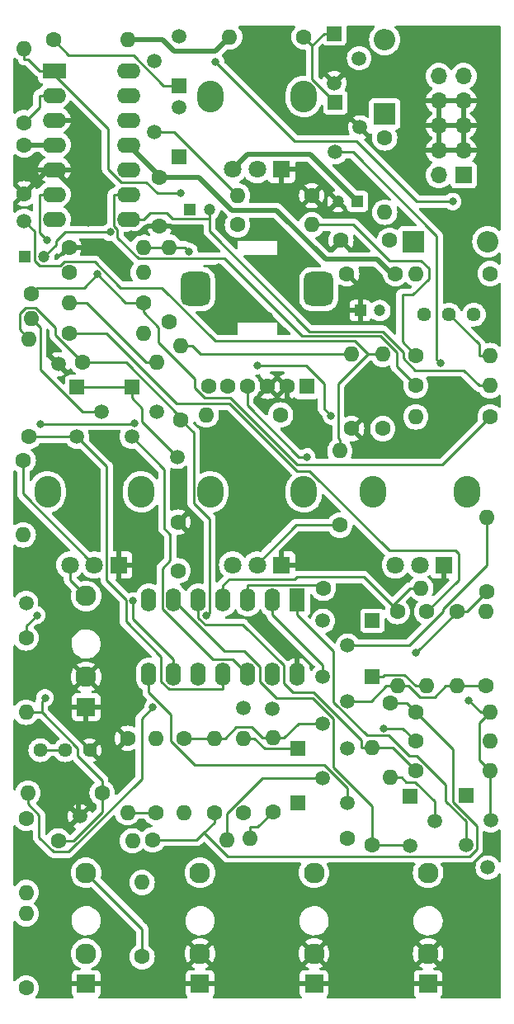
<source format=gbr>
G04 #@! TF.GenerationSoftware,KiCad,Pcbnew,7.0.2-0*
G04 #@! TF.CreationDate,2024-04-11T22:45:13+02:00*
G04 #@! TF.ProjectId,2600ish_vcf,32363030-6973-4685-9f76-63662e6b6963,rev?*
G04 #@! TF.SameCoordinates,Original*
G04 #@! TF.FileFunction,Copper,L2,Bot*
G04 #@! TF.FilePolarity,Positive*
%FSLAX46Y46*%
G04 Gerber Fmt 4.6, Leading zero omitted, Abs format (unit mm)*
G04 Created by KiCad (PCBNEW 7.0.2-0) date 2024-04-11 22:45:13*
%MOMM*%
%LPD*%
G01*
G04 APERTURE LIST*
G04 Aperture macros list*
%AMRoundRect*
0 Rectangle with rounded corners*
0 $1 Rounding radius*
0 $2 $3 $4 $5 $6 $7 $8 $9 X,Y pos of 4 corners*
0 Add a 4 corners polygon primitive as box body*
4,1,4,$2,$3,$4,$5,$6,$7,$8,$9,$2,$3,0*
0 Add four circle primitives for the rounded corners*
1,1,$1+$1,$2,$3*
1,1,$1+$1,$4,$5*
1,1,$1+$1,$6,$7*
1,1,$1+$1,$8,$9*
0 Add four rect primitives between the rounded corners*
20,1,$1+$1,$2,$3,$4,$5,0*
20,1,$1+$1,$4,$5,$6,$7,0*
20,1,$1+$1,$6,$7,$8,$9,0*
20,1,$1+$1,$8,$9,$2,$3,0*%
G04 Aperture macros list end*
G04 #@! TA.AperFunction,ComponentPad*
%ADD10C,1.600000*%
G04 #@! TD*
G04 #@! TA.AperFunction,ComponentPad*
%ADD11O,1.600000X1.600000*%
G04 #@! TD*
G04 #@! TA.AperFunction,ComponentPad*
%ADD12R,1.500000X1.500000*%
G04 #@! TD*
G04 #@! TA.AperFunction,ComponentPad*
%ADD13C,1.500000*%
G04 #@! TD*
G04 #@! TA.AperFunction,ComponentPad*
%ADD14R,1.200000X1.200000*%
G04 #@! TD*
G04 #@! TA.AperFunction,ComponentPad*
%ADD15C,1.200000*%
G04 #@! TD*
G04 #@! TA.AperFunction,ComponentPad*
%ADD16R,1.700000X1.700000*%
G04 #@! TD*
G04 #@! TA.AperFunction,ComponentPad*
%ADD17O,1.700000X1.700000*%
G04 #@! TD*
G04 #@! TA.AperFunction,ComponentPad*
%ADD18C,1.440000*%
G04 #@! TD*
G04 #@! TA.AperFunction,ComponentPad*
%ADD19R,2.200000X2.200000*%
G04 #@! TD*
G04 #@! TA.AperFunction,ComponentPad*
%ADD20O,2.200000X2.200000*%
G04 #@! TD*
G04 #@! TA.AperFunction,ComponentPad*
%ADD21R,2.400000X1.600000*%
G04 #@! TD*
G04 #@! TA.AperFunction,ComponentPad*
%ADD22O,2.400000X1.600000*%
G04 #@! TD*
G04 #@! TA.AperFunction,ComponentPad*
%ADD23R,1.600000X2.400000*%
G04 #@! TD*
G04 #@! TA.AperFunction,ComponentPad*
%ADD24O,1.600000X2.400000*%
G04 #@! TD*
G04 #@! TA.AperFunction,ComponentPad*
%ADD25R,1.930000X1.830000*%
G04 #@! TD*
G04 #@! TA.AperFunction,ComponentPad*
%ADD26C,2.130000*%
G04 #@! TD*
G04 #@! TA.AperFunction,ComponentPad*
%ADD27O,2.720000X3.240000*%
G04 #@! TD*
G04 #@! TA.AperFunction,ComponentPad*
%ADD28R,1.800000X1.800000*%
G04 #@! TD*
G04 #@! TA.AperFunction,ComponentPad*
%ADD29C,1.800000*%
G04 #@! TD*
G04 #@! TA.AperFunction,ComponentPad*
%ADD30RoundRect,0.750000X0.750000X-1.000000X0.750000X1.000000X-0.750000X1.000000X-0.750000X-1.000000X0*%
G04 #@! TD*
G04 #@! TA.AperFunction,ComponentPad*
%ADD31R,1.600000X1.600000*%
G04 #@! TD*
G04 #@! TA.AperFunction,ViaPad*
%ADD32C,0.800000*%
G04 #@! TD*
G04 #@! TA.AperFunction,Conductor*
%ADD33C,0.500000*%
G04 #@! TD*
G04 #@! TA.AperFunction,Conductor*
%ADD34C,0.250000*%
G04 #@! TD*
G04 APERTURE END LIST*
D10*
X203500000Y-83100000D03*
X208500000Y-83100000D03*
X206100000Y-141700000D03*
D11*
X206100000Y-131700000D03*
D12*
X206140000Y-124430000D03*
D13*
X203600000Y-126970000D03*
X201060000Y-124430000D03*
D10*
X170600000Y-138990000D03*
D11*
X170600000Y-146610000D03*
D10*
X214800000Y-117790000D03*
D11*
X214800000Y-125410000D03*
D14*
X187427400Y-76500000D03*
D15*
X189427400Y-76500000D03*
D12*
X206140000Y-118730000D03*
D13*
X203600000Y-121270000D03*
X201060000Y-118730000D03*
D10*
X218210000Y-97800000D03*
D11*
X210590000Y-97800000D03*
D10*
X186200000Y-108600000D03*
X186200000Y-113600000D03*
X173390000Y-59100000D03*
D11*
X181010000Y-59100000D03*
D10*
X210590000Y-128100000D03*
D11*
X218210000Y-128100000D03*
D10*
X173890000Y-141300000D03*
D11*
X181510000Y-141300000D03*
D10*
X195940000Y-138340000D03*
D11*
X195940000Y-130720000D03*
D10*
X174990000Y-80400000D03*
D11*
X182610000Y-80400000D03*
D12*
X198500000Y-137400000D03*
D13*
X201040000Y-134860000D03*
X203580000Y-137400000D03*
D10*
X171100000Y-85200000D03*
D11*
X171100000Y-87740000D03*
D13*
X217970000Y-144050000D03*
D10*
X185300000Y-88010000D03*
D11*
X185300000Y-80390000D03*
D16*
X215500000Y-73000000D03*
D17*
X212960000Y-73000000D03*
X215500000Y-70460000D03*
X212960000Y-70460000D03*
X215500000Y-67920000D03*
X212960000Y-67920000D03*
X215500000Y-65380000D03*
X212960000Y-65380000D03*
X215500000Y-62840000D03*
X212960000Y-62840000D03*
D10*
X184300000Y-78200000D03*
X184300000Y-73200000D03*
D12*
X215730000Y-136660000D03*
D13*
X218270000Y-139200000D03*
X215730000Y-141740000D03*
D10*
X192290000Y-78100000D03*
D11*
X199910000Y-78100000D03*
D10*
X183590000Y-141200000D03*
D11*
X191210000Y-141200000D03*
D10*
X201100000Y-115400000D03*
D11*
X211100000Y-115400000D03*
D12*
X198500000Y-131800000D03*
D13*
X201040000Y-129260000D03*
X203580000Y-131800000D03*
D10*
X218210000Y-83100000D03*
D11*
X210590000Y-83100000D03*
D10*
X181000000Y-130790000D03*
D11*
X181000000Y-138410000D03*
D18*
X172050000Y-132000000D03*
X174590000Y-132000000D03*
X177130000Y-132000000D03*
D12*
X202230000Y-58460000D03*
D13*
X204770000Y-61000000D03*
X202230000Y-63540000D03*
X192900000Y-127700000D03*
X195900000Y-127800000D03*
D10*
X170600000Y-120490000D03*
D11*
X170600000Y-128110000D03*
D10*
X170400000Y-69900000D03*
X170400000Y-74900000D03*
X178410000Y-136400000D03*
D11*
X170790000Y-136400000D03*
D12*
X181430000Y-94760000D03*
D13*
X183970000Y-97300000D03*
X181430000Y-99840000D03*
D10*
X192900000Y-138410000D03*
D11*
X192900000Y-130790000D03*
D10*
X186500000Y-98110000D03*
D11*
X186500000Y-90490000D03*
D13*
X176100000Y-138800000D03*
D10*
X199110000Y-58800000D03*
D11*
X191490000Y-58800000D03*
D18*
X216550000Y-87300000D03*
X214010000Y-87300000D03*
X211470000Y-87300000D03*
D13*
X170400000Y-77700000D03*
D10*
X186800000Y-130790000D03*
D11*
X186800000Y-138410000D03*
D12*
X210000000Y-136700000D03*
D13*
X212540000Y-139240000D03*
X210000000Y-141780000D03*
D12*
X175830000Y-94760000D03*
D13*
X178370000Y-97300000D03*
X175830000Y-99840000D03*
D12*
X202330000Y-65560000D03*
D13*
X204870000Y-68100000D03*
X202330000Y-70640000D03*
D10*
X199910000Y-75100000D03*
D11*
X192290000Y-75100000D03*
D10*
X210590000Y-91500000D03*
D11*
X218210000Y-91500000D03*
D12*
X186270000Y-71100000D03*
D13*
X183730000Y-68560000D03*
X186270000Y-66020000D03*
D10*
X182500000Y-153200000D03*
D11*
X182500000Y-145580000D03*
D10*
X207200000Y-99010000D03*
D11*
X207200000Y-91390000D03*
D14*
X204900000Y-86900000D03*
D15*
X206900000Y-86900000D03*
D10*
X170900000Y-99800000D03*
D11*
X170900000Y-89800000D03*
D10*
X207900000Y-79700000D03*
X202900000Y-79700000D03*
X208700000Y-117790000D03*
D11*
X208700000Y-125410000D03*
D10*
X182610000Y-86100000D03*
D11*
X174990000Y-86100000D03*
D10*
X170400000Y-67610000D03*
D11*
X170400000Y-59990000D03*
D10*
X183900000Y-138410000D03*
D11*
X183900000Y-130790000D03*
D19*
X210360000Y-79820000D03*
D20*
X217980000Y-79820000D03*
D10*
X196710000Y-97600000D03*
D11*
X189090000Y-97600000D03*
D19*
X207400000Y-66710000D03*
D20*
X207400000Y-59090000D03*
D10*
X204000000Y-99000000D03*
D11*
X204000000Y-91380000D03*
D10*
X210600000Y-131100000D03*
D11*
X218220000Y-131100000D03*
D13*
X173900000Y-92400000D03*
D10*
X174990000Y-83000000D03*
D11*
X182610000Y-83000000D03*
D14*
X204600000Y-75700000D03*
D15*
X202600000Y-75700000D03*
D12*
X186270000Y-63800000D03*
D13*
X183730000Y-61260000D03*
X186270000Y-58720000D03*
D10*
X174990000Y-89200000D03*
D11*
X182610000Y-89200000D03*
D21*
X173500000Y-62275000D03*
D22*
X173500000Y-64815000D03*
X173500000Y-67355000D03*
X173500000Y-69895000D03*
X173500000Y-72435000D03*
X173500000Y-74975000D03*
X173500000Y-77515000D03*
X181120000Y-77515000D03*
X181120000Y-74975000D03*
X181120000Y-72435000D03*
X181120000Y-69895000D03*
X181120000Y-67355000D03*
X181120000Y-64815000D03*
X181120000Y-62275000D03*
D10*
X210600000Y-134100000D03*
D11*
X218220000Y-134100000D03*
D13*
X186100000Y-101900000D03*
D10*
X210590000Y-94600000D03*
D11*
X218210000Y-94600000D03*
D10*
X176390000Y-92200000D03*
D11*
X184010000Y-92200000D03*
D10*
X203540000Y-141030000D03*
D11*
X193540000Y-141030000D03*
D10*
X202800000Y-108910000D03*
D11*
X202800000Y-101290000D03*
D10*
X217900000Y-115700000D03*
D11*
X217900000Y-108080000D03*
D10*
X208000000Y-127190000D03*
D11*
X208000000Y-134810000D03*
D10*
X170300000Y-102290000D03*
D11*
X170300000Y-109910000D03*
D10*
X217800000Y-125410000D03*
D11*
X217800000Y-117790000D03*
D13*
X170600000Y-116900000D03*
D10*
X207400000Y-69190000D03*
D11*
X207400000Y-76810000D03*
D10*
X170600000Y-156410000D03*
D11*
X170600000Y-148790000D03*
D10*
X189900000Y-138410000D03*
D11*
X189900000Y-130790000D03*
D23*
X198425000Y-116600000D03*
D24*
X195885000Y-116600000D03*
X193345000Y-116600000D03*
X190805000Y-116600000D03*
X188265000Y-116600000D03*
X185725000Y-116600000D03*
X183185000Y-116600000D03*
X183185000Y-124220000D03*
X185725000Y-124220000D03*
X188265000Y-124220000D03*
X190805000Y-124220000D03*
X193345000Y-124220000D03*
X195885000Y-124220000D03*
X198425000Y-124220000D03*
D10*
X211700000Y-117790000D03*
D11*
X211700000Y-125410000D03*
D14*
X170427400Y-81400000D03*
D15*
X172427400Y-81400000D03*
D25*
X188450000Y-155980000D03*
D26*
X188450000Y-144580000D03*
X188450000Y-152880000D03*
D27*
X172800000Y-105500000D03*
X182400000Y-105500000D03*
D28*
X180100000Y-113000000D03*
D29*
X177600000Y-113000000D03*
X175100000Y-113000000D03*
D30*
X187975000Y-84675000D03*
X200625000Y-84675000D03*
D10*
X197375000Y-94675000D03*
D31*
X199375000Y-94675000D03*
D10*
X189325000Y-94675000D03*
X195375000Y-94675000D03*
X193325000Y-94675000D03*
X191325000Y-94675000D03*
D25*
X176750000Y-155980000D03*
D26*
X176750000Y-144580000D03*
X176750000Y-152880000D03*
D25*
X200150000Y-155980000D03*
D26*
X200150000Y-144580000D03*
X200150000Y-152880000D03*
D25*
X211850000Y-155980000D03*
D26*
X211850000Y-144580000D03*
X211850000Y-152880000D03*
D27*
X206200000Y-105500000D03*
X215800000Y-105500000D03*
D28*
X213500000Y-113000000D03*
D29*
X211000000Y-113000000D03*
X208500000Y-113000000D03*
D25*
X176750000Y-127580000D03*
D26*
X176750000Y-116180000D03*
X176750000Y-124480000D03*
D27*
X189500000Y-105500000D03*
X199100000Y-105500000D03*
D28*
X196800000Y-113000000D03*
D29*
X194300000Y-113000000D03*
X191800000Y-113000000D03*
D27*
X189500000Y-64925000D03*
X199100000Y-64925000D03*
D28*
X196800000Y-72425000D03*
D29*
X194300000Y-72425000D03*
X191800000Y-72425000D03*
D32*
X183900000Y-112500000D03*
X196900000Y-121000000D03*
X195400000Y-110400000D03*
X187374300Y-79400000D03*
X177600000Y-110200000D03*
X191300000Y-101800000D03*
X176000000Y-134900000D03*
X192000000Y-98400000D03*
X203500000Y-118800000D03*
X195535679Y-87464321D03*
X180757900Y-82500000D03*
X190385679Y-82484200D03*
X181400000Y-79114500D03*
X201647183Y-99247183D03*
X177239500Y-80400000D03*
X176981000Y-77929300D03*
X174400000Y-103200000D03*
X198953834Y-100777056D03*
X170600000Y-65100000D03*
X191800000Y-108000000D03*
X181568700Y-116694800D03*
X189119600Y-118231400D03*
X179226000Y-78853800D03*
X171698100Y-118151000D03*
X187302800Y-80831700D03*
X216043700Y-126888600D03*
X190029000Y-61385200D03*
X214374600Y-75712500D03*
X201893465Y-97693460D03*
X194300400Y-92540000D03*
X172072600Y-98513600D03*
X181708900Y-98465800D03*
X207252400Y-129776000D03*
X213125000Y-92307900D03*
X199375500Y-101900000D03*
X183616500Y-127598200D03*
X186449800Y-74841200D03*
X210629200Y-122042800D03*
X177905500Y-83176400D03*
X172741800Y-79683900D03*
X172535500Y-126639700D03*
D33*
X204600000Y-75700000D02*
X199775000Y-70875000D01*
X193350000Y-70875000D02*
X191800000Y-72425000D01*
X184600000Y-59100000D02*
X181010000Y-59100000D01*
X191490000Y-58800000D02*
X189990000Y-60300000D01*
X199775000Y-70875000D02*
X193350000Y-70875000D01*
X189990000Y-60300000D02*
X185800000Y-60300000D01*
X185800000Y-60300000D02*
X184600000Y-59100000D01*
X173500000Y-69895000D02*
X170405000Y-69895000D01*
X181549500Y-78965000D02*
X181400000Y-79114500D01*
X176000000Y-134900000D02*
X176000000Y-138700000D01*
X193000000Y-108000000D02*
X195400000Y-110400000D01*
X183057916Y-78200000D02*
X182292916Y-78965000D01*
X173500000Y-72435000D02*
X176981000Y-75916000D01*
X191300000Y-99100000D02*
X192000000Y-98400000D01*
X191300000Y-101800000D02*
X191300000Y-99100000D01*
X191800000Y-108000000D02*
X191800000Y-102300000D01*
X191800000Y-102300000D02*
X191300000Y-101800000D01*
X185431370Y-78200000D02*
X184300000Y-78200000D01*
X177600000Y-106400000D02*
X177600000Y-110200000D01*
X200483707Y-99247183D02*
X201647183Y-99247183D01*
X182292916Y-78965000D02*
X181549500Y-78965000D01*
X176981000Y-75916000D02*
X176981000Y-77929300D01*
X198425000Y-122525000D02*
X198425000Y-124220000D01*
X200815813Y-99247183D02*
X201647183Y-99247183D01*
X174400000Y-103200000D02*
X177600000Y-106400000D01*
X180100000Y-113000000D02*
X183400000Y-113000000D01*
X190555558Y-82484200D02*
X190385679Y-82484200D01*
X178657900Y-80400000D02*
X177100000Y-80400000D01*
X191800000Y-108000000D02*
X193000000Y-108000000D01*
X197375000Y-95806370D02*
X200815813Y-99247183D01*
X200483707Y-99247183D02*
X198953834Y-100777056D01*
X186631370Y-79400000D02*
X185431370Y-78200000D01*
X187374300Y-79400000D02*
X186631370Y-79400000D01*
X195535679Y-87464321D02*
X190555558Y-82484200D01*
X184300000Y-78200000D02*
X183057916Y-78200000D01*
X180757900Y-82500000D02*
X178657900Y-80400000D01*
X183400000Y-113000000D02*
X183900000Y-112500000D01*
X197375000Y-94675000D02*
X197375000Y-95806370D01*
X196900000Y-121000000D02*
X198425000Y-122525000D01*
X177100000Y-80400000D02*
X174990000Y-80400000D01*
X170400000Y-74900000D02*
X172865000Y-72435000D01*
X191739000Y-76600000D02*
X196300000Y-76600000D01*
X188339000Y-73200000D02*
X191739000Y-76600000D01*
X201350000Y-81650000D02*
X206650000Y-81650000D01*
X196300000Y-76600000D02*
X201350000Y-81650000D01*
X206650000Y-81650000D02*
X208100000Y-83100000D01*
X181120000Y-69895000D02*
X184300000Y-73075000D01*
X184300000Y-73200000D02*
X188339000Y-73200000D01*
D34*
X200023300Y-126692700D02*
X202128800Y-128798200D01*
X185725000Y-116600000D02*
X190943200Y-121818200D01*
X202128800Y-133775200D02*
X206100000Y-137746400D01*
X194615000Y-123455500D02*
X194615000Y-124994100D01*
X206100000Y-137746400D02*
X206100000Y-141700000D01*
X194615000Y-124994100D02*
X196313600Y-126692700D01*
X206100000Y-141700000D02*
X209920000Y-141700000D01*
X196313600Y-126692700D02*
X200023300Y-126692700D01*
X192977700Y-121818200D02*
X194615000Y-123455500D01*
X190943200Y-121818200D02*
X192977700Y-121818200D01*
X202128800Y-128798200D02*
X202128800Y-133775200D01*
X198002800Y-126093100D02*
X200080700Y-126093100D01*
X188265000Y-116600000D02*
X188265000Y-118404700D01*
X206100000Y-131700000D02*
X204973100Y-131700000D01*
X200080700Y-126093100D02*
X204973100Y-130985500D01*
X208200000Y-131700000D02*
X206100000Y-131700000D01*
X204973100Y-130985500D02*
X204973100Y-131700000D01*
X197013600Y-125103900D02*
X198002800Y-126093100D01*
X210600000Y-134100000D02*
X208200000Y-131700000D01*
X192847300Y-119140000D02*
X197013600Y-123306300D01*
X189000300Y-119140000D02*
X192847300Y-119140000D01*
X197013600Y-123306300D02*
X197013600Y-125103900D01*
X188265000Y-118404700D02*
X189000300Y-119140000D01*
X193345000Y-115073100D02*
X200773100Y-115073100D01*
X193345000Y-116600000D02*
X193345000Y-115073100D01*
X198135700Y-114462100D02*
X191416000Y-114462100D01*
X209973100Y-115400000D02*
X208193300Y-117179800D01*
X191416000Y-114462100D02*
X190805000Y-115073100D01*
X211100000Y-115400000D02*
X209973100Y-115400000D01*
X208193300Y-117179800D02*
X205254400Y-114241000D01*
X208700000Y-117686600D02*
X208193300Y-117179800D01*
X205254400Y-114241000D02*
X198356800Y-114241000D01*
X190805000Y-116600000D02*
X190805000Y-115073100D01*
X198356800Y-114241000D02*
X198135700Y-114462100D01*
X201211800Y-133505600D02*
X203580000Y-135873800D01*
X183185000Y-126097900D02*
X185456100Y-128369000D01*
X187908700Y-133505600D02*
X201211800Y-133505600D01*
X185456100Y-131053000D02*
X187908700Y-133505600D01*
X203580000Y-135873800D02*
X203580000Y-137400000D01*
X183185000Y-124220000D02*
X183185000Y-126097900D01*
X185456100Y-128369000D02*
X185456100Y-131053000D01*
X193540000Y-139903100D02*
X194376900Y-139903100D01*
X193540000Y-141030000D02*
X193540000Y-139903100D01*
X185725000Y-122693100D02*
X181568700Y-118536800D01*
X185725000Y-124220000D02*
X185725000Y-122693100D01*
X181568700Y-118536800D02*
X181568700Y-116694800D01*
X194376900Y-139903100D02*
X195940000Y-138340000D01*
X190805000Y-124220000D02*
X190805000Y-125746900D01*
X180841100Y-118802000D02*
X180841100Y-116541100D01*
X184455000Y-122415900D02*
X180841100Y-118802000D01*
X178875000Y-102885000D02*
X175830000Y-99840000D01*
X170940000Y-99840000D02*
X175830000Y-99840000D01*
X184455000Y-124958300D02*
X184455000Y-122415900D01*
X185243600Y-125746900D02*
X184455000Y-124958300D01*
X180841100Y-116541100D02*
X178875000Y-114575000D01*
X190805000Y-125746900D02*
X185243600Y-125746900D01*
X178875000Y-114575000D02*
X178875000Y-102885000D01*
X186500000Y-97867700D02*
X180832300Y-92200000D01*
X170900000Y-89800000D02*
X169935200Y-88835200D01*
X173629100Y-88652200D02*
X173629100Y-89439100D01*
X187787900Y-99397900D02*
X186500000Y-98110000D01*
X169935200Y-88835200D02*
X169935200Y-87235800D01*
X189119600Y-118231400D02*
X189425400Y-117925600D01*
X189425400Y-117925600D02*
X189425400Y-108272500D01*
X180832300Y-92200000D02*
X176390000Y-92200000D01*
X171577200Y-86600300D02*
X173629100Y-88652200D01*
X187787900Y-106635000D02*
X187787900Y-99397900D01*
X173629100Y-89439100D02*
X176390000Y-92200000D01*
X189425400Y-108272500D02*
X187787900Y-106635000D01*
X169935200Y-87235800D02*
X170570700Y-86600300D01*
X170570700Y-86600300D02*
X171577200Y-86600300D01*
X183304600Y-76857300D02*
X185057300Y-76857300D01*
X218210000Y-94600000D02*
X217083100Y-94600000D01*
X217083100Y-94600000D02*
X215533100Y-93050000D01*
X215533100Y-93050000D02*
X210544900Y-93050000D01*
X173663100Y-79788500D02*
X173663100Y-80164300D01*
X174597800Y-78853800D02*
X173663100Y-79788500D01*
X182646900Y-77515000D02*
X183304600Y-76857300D01*
X185637100Y-77437100D02*
X189427400Y-77437100D01*
X189427400Y-78770500D02*
X189427400Y-77437100D01*
X199705900Y-89049000D02*
X189427400Y-78770500D01*
X189427400Y-77437100D02*
X189427400Y-76500000D01*
X209280700Y-91785800D02*
X209280700Y-91143100D01*
X179226000Y-78853800D02*
X174597800Y-78853800D01*
X210544900Y-93050000D02*
X209280700Y-91785800D01*
X173663100Y-80164300D02*
X172427400Y-81400000D01*
X209280700Y-91143100D02*
X207186600Y-89049000D01*
X207186600Y-89049000D02*
X199705900Y-89049000D01*
X185057300Y-76857300D02*
X185637100Y-77437100D01*
X181120000Y-77515000D02*
X182646900Y-77515000D01*
X171698100Y-118151000D02*
X170600000Y-119249100D01*
X170600000Y-119249100D02*
X170600000Y-120490000D01*
X176750000Y-144580000D02*
X182500000Y-150330000D01*
X182500000Y-150330000D02*
X182500000Y-153200000D01*
X175100000Y-114530000D02*
X176750000Y-116180000D01*
X175100000Y-113000000D02*
X175100000Y-114530000D01*
X198300900Y-108910000D02*
X202800000Y-108910000D01*
X194300000Y-112910900D02*
X198300900Y-108910000D01*
X202629800Y-94428300D02*
X202629800Y-99992900D01*
X180307200Y-84548500D02*
X177631800Y-81873100D01*
X174523300Y-81873100D02*
X174061600Y-82334800D01*
X177631800Y-81873100D02*
X174523300Y-81873100D01*
X204306100Y-90028100D02*
X190031100Y-90028100D01*
X171973100Y-66036900D02*
X170400000Y-67610000D01*
X205668100Y-91390000D02*
X207200000Y-91390000D01*
X205668100Y-91390000D02*
X202629800Y-94428300D01*
X171973100Y-64815000D02*
X171973100Y-66036900D01*
X202629800Y-99992900D02*
X202800000Y-100163100D01*
X190031100Y-90028100D02*
X184551500Y-84548500D01*
X171472900Y-78772900D02*
X170400000Y-77700000D01*
X174061600Y-82334800D02*
X172000300Y-82334800D01*
X205668100Y-91390000D02*
X204306100Y-90028100D01*
X184551500Y-84548500D02*
X180307200Y-84548500D01*
X172000300Y-82334800D02*
X171472900Y-81807400D01*
X173500000Y-64815000D02*
X171973100Y-64815000D01*
X202800000Y-101290000D02*
X202800000Y-100163100D01*
X171472900Y-81807400D02*
X171472900Y-78772900D01*
X170300000Y-105700000D02*
X177600000Y-113000000D01*
X170300000Y-102290000D02*
X170300000Y-105700000D01*
X174973900Y-60683900D02*
X173390000Y-59100000D01*
X181604000Y-60683900D02*
X174973900Y-60683900D01*
X186270000Y-63800000D02*
X184720100Y-63800000D01*
X184720100Y-63800000D02*
X181604000Y-60683900D01*
X183746900Y-80390000D02*
X185300000Y-80390000D01*
X183736900Y-80400000D02*
X183746900Y-80390000D01*
X186861100Y-80390000D02*
X187302800Y-80831700D01*
X182610000Y-80400000D02*
X183736900Y-80400000D01*
X185300000Y-80390000D02*
X186861100Y-80390000D01*
X204477700Y-69511300D02*
X198155100Y-69511300D01*
X198155100Y-69511300D02*
X190029000Y-61385200D01*
X217095000Y-129215000D02*
X217095000Y-132975000D01*
X218210000Y-128100000D02*
X217255100Y-128100000D01*
X218220000Y-139150000D02*
X218270000Y-139200000D01*
X214374600Y-75712500D02*
X210678900Y-75712500D01*
X217095000Y-132975000D02*
X218220000Y-134100000D01*
X218210000Y-128100000D02*
X217095000Y-129215000D01*
X218220000Y-134100000D02*
X218220000Y-139150000D01*
X210678900Y-75712500D02*
X204477700Y-69511300D01*
X217255100Y-128100000D02*
X216043700Y-126888600D01*
X183730000Y-68560000D02*
X185750000Y-68560000D01*
X185750000Y-68560000D02*
X192290000Y-75100000D01*
X208000000Y-134810000D02*
X209126900Y-134810000D01*
X212540000Y-137277700D02*
X210539200Y-135276900D01*
X212540000Y-139240000D02*
X212540000Y-137277700D01*
X201163600Y-96963595D02*
X201163600Y-94400500D01*
X201893465Y-97693460D02*
X201163600Y-96963595D01*
X201163600Y-94400500D02*
X199303100Y-92540000D01*
X210539200Y-135276900D02*
X209593800Y-135276900D01*
X209593800Y-135276900D02*
X209126900Y-134810000D01*
X199303100Y-92540000D02*
X194300400Y-92540000D01*
X199961500Y-59651600D02*
X199961600Y-59651500D01*
X199961600Y-59651500D02*
X201153100Y-58460000D01*
X202230000Y-58460000D02*
X201153100Y-58460000D01*
X202330000Y-65509400D02*
X199961500Y-63140900D01*
X199961500Y-63140900D02*
X199961500Y-59651600D01*
X199110000Y-58800000D02*
X199961600Y-59651500D01*
X211915000Y-83648833D02*
X211915000Y-82551167D01*
X204196016Y-78100000D02*
X199910000Y-78100000D01*
X211915000Y-82551167D02*
X211138833Y-81775000D01*
X209195000Y-90105000D02*
X209195000Y-85295000D01*
X172072600Y-98513600D02*
X181661100Y-98513600D01*
X207871016Y-81775000D02*
X204196016Y-78100000D01*
X210268833Y-85295000D02*
X211915000Y-83648833D01*
X181661100Y-98513600D02*
X181708900Y-98465800D01*
X210590000Y-91500000D02*
X209195000Y-90105000D01*
X211138833Y-81775000D02*
X207871016Y-81775000D01*
X209195000Y-85295000D02*
X210268833Y-85295000D01*
X174990000Y-89200000D02*
X178822900Y-89200000D01*
X198412900Y-103375500D02*
X199700900Y-103375500D01*
X214980300Y-114509700D02*
X211700000Y-117790000D01*
X210600000Y-131100000D02*
X209276000Y-129776000D01*
X209276000Y-129776000D02*
X207252400Y-129776000D01*
X212733500Y-91916400D02*
X213125000Y-92307900D01*
X178822900Y-89200000D02*
X186077700Y-96454800D01*
X204139500Y-70640000D02*
X212733500Y-79234000D01*
X212733500Y-79234000D02*
X212733500Y-91916400D01*
X214629900Y-111525300D02*
X214980300Y-111875700D01*
X202330000Y-70640000D02*
X204139500Y-70640000D01*
X186077700Y-96454800D02*
X191492200Y-96454800D01*
X214980300Y-111875700D02*
X214980300Y-114509700D01*
X207850700Y-111525300D02*
X214629900Y-111525300D01*
X199700900Y-103375500D02*
X207850700Y-111525300D01*
X191492200Y-96454800D02*
X198412900Y-103375500D01*
X215730000Y-139315500D02*
X215730000Y-141740000D01*
X198425000Y-116600000D02*
X198425000Y-118126900D01*
X210697100Y-132600000D02*
X213615400Y-135518300D01*
X198425000Y-118126900D02*
X202164000Y-121865900D01*
X205604500Y-130504700D02*
X207802100Y-130504700D01*
X207802100Y-130504700D02*
X209897400Y-132600000D01*
X209897400Y-132600000D02*
X210697100Y-132600000D01*
X213615400Y-135518300D02*
X213615400Y-137200900D01*
X213615400Y-137200900D02*
X215730000Y-139315500D01*
X202164000Y-121865900D02*
X202164000Y-127064200D01*
X202164000Y-127064200D02*
X205604500Y-130504700D01*
X207216900Y-124430000D02*
X207368600Y-124278300D01*
X207368600Y-124278300D02*
X209441400Y-124278300D01*
X206140000Y-124430000D02*
X207216900Y-124430000D01*
X211700000Y-125410000D02*
X210573100Y-125410000D01*
X209441400Y-124278300D02*
X210573100Y-125410000D01*
X210987700Y-126570800D02*
X209826900Y-125410000D01*
X206013100Y-126970000D02*
X203600000Y-126970000D01*
X212512300Y-126570800D02*
X210987700Y-126570800D01*
X208700000Y-125410000D02*
X207573100Y-125410000D01*
X214800000Y-125410000D02*
X213673100Y-125410000D01*
X208700000Y-125410000D02*
X209826900Y-125410000D01*
X213673100Y-125410000D02*
X212512300Y-126570800D01*
X217800000Y-125410000D02*
X214800000Y-125410000D01*
X207573100Y-125410000D02*
X206013100Y-126970000D01*
X195885000Y-118126900D02*
X201060000Y-123301900D01*
X201060000Y-123301900D02*
X201060000Y-124430000D01*
X195885000Y-116600000D02*
X195885000Y-118126900D01*
X209872400Y-121270000D02*
X203600000Y-121270000D01*
X217900000Y-108080000D02*
X217900000Y-113001600D01*
X213409400Y-117733000D02*
X209872400Y-121270000D01*
X217900000Y-113001600D02*
X213409400Y-117492200D01*
X213409400Y-117492200D02*
X213409400Y-117733000D01*
X192900000Y-130790000D02*
X194026900Y-130790000D01*
X195095900Y-131859000D02*
X197364100Y-131859000D01*
X198500000Y-131800000D02*
X197423100Y-131800000D01*
X197364100Y-131859000D02*
X197423100Y-131800000D01*
X194026900Y-130790000D02*
X195095900Y-131859000D01*
X195940000Y-130720000D02*
X194813100Y-130720000D01*
X186800000Y-130790000D02*
X189900000Y-130790000D01*
X201040000Y-129260000D02*
X198526900Y-129260000D01*
X192158900Y-129658000D02*
X191026900Y-130790000D01*
X189900000Y-130790000D02*
X191026900Y-130790000D01*
X194813100Y-130720000D02*
X193751100Y-129658000D01*
X198526900Y-129260000D02*
X197066900Y-130720000D01*
X193751100Y-129658000D02*
X192158900Y-129658000D01*
X195940000Y-130720000D02*
X197066900Y-130720000D01*
X191210000Y-138489300D02*
X191210000Y-141200000D01*
X201040000Y-134860000D02*
X194839300Y-134860000D01*
X194839300Y-134860000D02*
X191210000Y-138489300D01*
X182505400Y-96912300D02*
X182505400Y-98305400D01*
X181430000Y-94760000D02*
X181430000Y-95836900D01*
X181430000Y-95836900D02*
X182505400Y-96912300D01*
X175830000Y-94760000D02*
X181430000Y-94760000D01*
X182505400Y-98305400D02*
X186100000Y-101900000D01*
X176783100Y-86100000D02*
X182883100Y-92200000D01*
X174990000Y-86100000D02*
X176783100Y-86100000D01*
X184010000Y-92200000D02*
X182883100Y-92200000D01*
X184600000Y-113326167D02*
X185400000Y-112526167D01*
X189747600Y-122693100D02*
X184600000Y-117545500D01*
X185400000Y-112526167D02*
X185400000Y-109873833D01*
X185400000Y-109873833D02*
X184775000Y-109248833D01*
X191818100Y-122693100D02*
X189747600Y-122693100D01*
X193345000Y-124220000D02*
X191818100Y-122693100D01*
X184775000Y-109248833D02*
X184775000Y-103185000D01*
X184775000Y-103185000D02*
X181430000Y-99840000D01*
X184600000Y-117545500D02*
X184600000Y-113326167D01*
X172035700Y-92969000D02*
X172035700Y-88675700D01*
X176366700Y-97300000D02*
X172035700Y-92969000D01*
X172035700Y-88675700D02*
X171100000Y-87740000D01*
X178370000Y-97300000D02*
X176366700Y-97300000D01*
X199375500Y-101900000D02*
X198604400Y-101900000D01*
X170790000Y-137526900D02*
X171916900Y-138653800D01*
X182450000Y-128764700D02*
X183616500Y-127598200D01*
X170790000Y-136400000D02*
X170790000Y-137526900D01*
X171916900Y-140926800D02*
X173427500Y-142437400D01*
X193325000Y-96620600D02*
X193325000Y-94675000D01*
X198604400Y-101900000D02*
X193325000Y-96620600D01*
X173427500Y-142437400D02*
X174937300Y-142437400D01*
X174937300Y-142437400D02*
X182450000Y-134924700D01*
X182450000Y-134924700D02*
X182450000Y-128764700D01*
X171916900Y-138653800D02*
X171916900Y-140926800D01*
X178991800Y-72360400D02*
X180336400Y-73705000D01*
X178991800Y-68200300D02*
X178991800Y-72360400D01*
X173066500Y-62275000D02*
X171973100Y-62275000D01*
X170815000Y-61116900D02*
X170400000Y-61116900D01*
X173066500Y-62275000D02*
X178991800Y-68200300D01*
X171973100Y-62275000D02*
X170815000Y-61116900D01*
X182928600Y-73705000D02*
X184064800Y-74841200D01*
X180336400Y-73705000D02*
X182928600Y-73705000D01*
X170400000Y-59990000D02*
X170400000Y-61116900D01*
X184064800Y-74841200D02*
X186449800Y-74841200D01*
X184174600Y-88605200D02*
X184174600Y-90203100D01*
X187905100Y-93933600D02*
X187905100Y-94857400D01*
X216073100Y-142920400D02*
X216851900Y-142141600D01*
X215309600Y-138253800D02*
X214398500Y-137342700D01*
X182610000Y-86100000D02*
X180829100Y-86100000D01*
X216181900Y-139130500D02*
X216181900Y-139128300D01*
X216181900Y-139128300D02*
X215309600Y-138256000D01*
X217900000Y-115700000D02*
X215810000Y-117790000D01*
X191542000Y-95865500D02*
X198371100Y-102694600D01*
X176531900Y-84550000D02*
X177905500Y-83176400D01*
X191283400Y-142920400D02*
X216073100Y-142920400D01*
X188913200Y-95865500D02*
X191542000Y-95865500D01*
X209680000Y-127190000D02*
X208000000Y-127190000D01*
X189900000Y-139402700D02*
X189900000Y-138410000D01*
X214398500Y-131908500D02*
X210590000Y-128100000D01*
X188832900Y-140469800D02*
X191283400Y-142920400D01*
X182610000Y-86100000D02*
X182610000Y-87040600D01*
X213315400Y-102694600D02*
X218210000Y-97800000D01*
X180829100Y-86100000D02*
X177905500Y-83176400D01*
X188832900Y-140469800D02*
X189900000Y-139402700D01*
X198371100Y-102694600D02*
X213315400Y-102694600D01*
X183590000Y-141200000D02*
X188102700Y-141200000D01*
X171100000Y-85200000D02*
X171750000Y-84550000D01*
X215309600Y-138256000D02*
X215309600Y-138253800D01*
X214800000Y-117872000D02*
X210629200Y-122042800D01*
X215810000Y-117790000D02*
X214800000Y-117790000D01*
X214398500Y-137342700D02*
X214398500Y-131908500D01*
X187905100Y-94857400D02*
X188913200Y-95865500D01*
X188102700Y-141200000D02*
X188832900Y-140469800D01*
X216851900Y-142141600D02*
X216851900Y-139800500D01*
X182610000Y-87040600D02*
X184174600Y-88605200D01*
X171750000Y-84550000D02*
X176531900Y-84550000D01*
X184174600Y-90203100D02*
X187905100Y-93933600D01*
X210590000Y-128100000D02*
X209680000Y-127190000D01*
X216851900Y-139800500D02*
X216181900Y-139130500D01*
X186500000Y-90490000D02*
X187626900Y-90490000D01*
X188516900Y-91380000D02*
X204000000Y-91380000D01*
X187626900Y-90490000D02*
X188516900Y-91380000D01*
X217083100Y-90373100D02*
X217083100Y-91500000D01*
X218210000Y-91500000D02*
X217083100Y-91500000D01*
X214010000Y-87300000D02*
X217083100Y-90373100D01*
X183900000Y-138410000D02*
X181000000Y-138410000D01*
X210590000Y-94600000D02*
X208621800Y-92631800D01*
X198881200Y-89502400D02*
X190938500Y-81559700D01*
X179593100Y-78192900D02*
X179593100Y-74975000D01*
X206921300Y-89502400D02*
X198881200Y-89502400D01*
X208621800Y-92631800D02*
X208621800Y-91202900D01*
X181120000Y-74975000D02*
X179593100Y-74975000D01*
X182121600Y-81559700D02*
X179952900Y-79391000D01*
X179952900Y-78552700D02*
X179593100Y-78192900D01*
X190938500Y-81559700D02*
X182121600Y-81559700D01*
X179952900Y-79391000D02*
X179952900Y-78552700D01*
X208621800Y-91202900D02*
X206921300Y-89502400D01*
X172535500Y-126639700D02*
X172206000Y-126969200D01*
X178410000Y-136400000D02*
X178410000Y-138325600D01*
X171973100Y-78915200D02*
X172741800Y-79683900D01*
X178410000Y-138325600D02*
X175435600Y-141300000D01*
X175883100Y-132583100D02*
X175883100Y-131787100D01*
X170600000Y-128110000D02*
X172206000Y-128110000D01*
X175883100Y-131787100D02*
X172206000Y-128110000D01*
X171973100Y-74975000D02*
X171973100Y-78915200D01*
X172206000Y-126969200D02*
X172206000Y-128110000D01*
X173500000Y-74975000D02*
X171973100Y-74975000D01*
X178410000Y-135110000D02*
X175883100Y-132583100D01*
X178410000Y-136400000D02*
X178410000Y-135110000D01*
X175435600Y-141300000D02*
X173890000Y-141300000D01*
X174590000Y-132000000D02*
X172050000Y-132000000D01*
G04 #@! TA.AperFunction,Conductor*
G36*
X171962587Y-128755185D02*
G01*
X171983229Y-128771819D01*
X173974659Y-130763249D01*
X174008144Y-130824572D01*
X174003160Y-130894264D01*
X173961288Y-130950197D01*
X173958101Y-130952505D01*
X173802479Y-131061471D01*
X173651471Y-131212479D01*
X173575049Y-131321623D01*
X173520472Y-131365248D01*
X173473474Y-131374500D01*
X173166526Y-131374500D01*
X173099487Y-131354815D01*
X173064951Y-131321623D01*
X172988528Y-131212479D01*
X172837520Y-131061471D01*
X172662582Y-130938979D01*
X172469031Y-130848724D01*
X172262744Y-130793450D01*
X172050000Y-130774837D01*
X171837255Y-130793450D01*
X171630968Y-130848724D01*
X171437417Y-130938979D01*
X171262479Y-131061471D01*
X171111471Y-131212479D01*
X170988979Y-131387417D01*
X170898724Y-131580968D01*
X170843450Y-131787255D01*
X170824837Y-131999999D01*
X170843450Y-132212744D01*
X170898724Y-132419031D01*
X170988979Y-132612582D01*
X171111471Y-132787520D01*
X171262479Y-132938528D01*
X171437417Y-133061020D01*
X171437418Y-133061020D01*
X171437419Y-133061021D01*
X171630970Y-133151276D01*
X171837253Y-133206549D01*
X172050000Y-133225162D01*
X172262747Y-133206549D01*
X172469030Y-133151276D01*
X172662581Y-133061021D01*
X172837519Y-132938529D01*
X172988529Y-132787519D01*
X173038671Y-132715908D01*
X173064951Y-132678377D01*
X173119528Y-132634752D01*
X173166526Y-132625500D01*
X173473474Y-132625500D01*
X173540513Y-132645185D01*
X173575049Y-132678377D01*
X173651471Y-132787520D01*
X173802479Y-132938528D01*
X173977417Y-133061020D01*
X173977418Y-133061020D01*
X173977419Y-133061021D01*
X174170970Y-133151276D01*
X174377253Y-133206549D01*
X174519084Y-133218957D01*
X174589999Y-133225162D01*
X174589999Y-133225161D01*
X174590000Y-133225162D01*
X174802747Y-133206549D01*
X175009030Y-133151276D01*
X175202581Y-133061021D01*
X175275186Y-133010181D01*
X175341392Y-132987854D01*
X175409159Y-133004864D01*
X175425348Y-133016211D01*
X175431842Y-133021583D01*
X175457159Y-133042527D01*
X175465799Y-133050389D01*
X177610173Y-135194764D01*
X177643658Y-135256087D01*
X177638674Y-135325779D01*
X177596802Y-135381712D01*
X177593615Y-135384020D01*
X177570859Y-135399953D01*
X177409953Y-135560859D01*
X177279432Y-135747264D01*
X177183261Y-135953502D01*
X177124364Y-136173310D01*
X177104531Y-136400000D01*
X177124364Y-136626689D01*
X177183261Y-136846497D01*
X177279432Y-137052735D01*
X177409953Y-137239140D01*
X177570859Y-137400046D01*
X177731623Y-137512613D01*
X177775248Y-137567189D01*
X177784500Y-137614188D01*
X177784500Y-138015146D01*
X177764815Y-138082185D01*
X177748181Y-138102827D01*
X177468265Y-138382742D01*
X177406942Y-138416227D01*
X177337250Y-138411243D01*
X177281317Y-138369371D01*
X177268202Y-138347466D01*
X177186667Y-138172615D01*
X177143123Y-138110428D01*
X176450987Y-138802564D01*
X176453628Y-138770698D01*
X176424953Y-138657462D01*
X176361064Y-138559673D01*
X176268885Y-138487928D01*
X176158405Y-138450000D01*
X176070995Y-138450000D01*
X175984784Y-138464386D01*
X175882053Y-138519981D01*
X175802940Y-138605921D01*
X175756018Y-138712892D01*
X175746372Y-138829302D01*
X175775047Y-138942538D01*
X175838936Y-139040327D01*
X175931115Y-139112072D01*
X176041595Y-139150000D01*
X176103553Y-139150000D01*
X176100000Y-139153553D01*
X175410426Y-139843124D01*
X175410427Y-139843125D01*
X175472612Y-139886667D01*
X175647465Y-139968202D01*
X175699905Y-140014374D01*
X175719057Y-140081567D01*
X175698841Y-140148449D01*
X175682742Y-140168265D01*
X175212828Y-140638181D01*
X175151505Y-140671666D01*
X175125147Y-140674500D01*
X175104188Y-140674500D01*
X175037149Y-140654815D01*
X175002613Y-140621623D01*
X174890046Y-140460859D01*
X174729140Y-140299953D01*
X174542735Y-140169432D01*
X174336497Y-140073261D01*
X174116689Y-140014364D01*
X173890000Y-139994531D01*
X173663310Y-140014364D01*
X173443502Y-140073261D01*
X173237264Y-140169432D01*
X173050859Y-140299953D01*
X172889953Y-140460859D01*
X172767975Y-140635065D01*
X172713399Y-140678690D01*
X172643900Y-140685884D01*
X172581545Y-140654362D01*
X172546131Y-140594132D01*
X172542400Y-140563942D01*
X172542400Y-138800000D01*
X174845224Y-138800000D01*
X174864287Y-139017886D01*
X174920898Y-139229161D01*
X175013331Y-139427386D01*
X175056873Y-139489571D01*
X175056875Y-139489572D01*
X175746447Y-138800000D01*
X175746447Y-138799999D01*
X175056875Y-138110427D01*
X175056874Y-138110428D01*
X175013333Y-138172611D01*
X174920897Y-138370840D01*
X174864287Y-138582113D01*
X174845224Y-138800000D01*
X172542400Y-138800000D01*
X172542400Y-138736539D01*
X172544663Y-138716038D01*
X172543181Y-138668877D01*
X172542461Y-138645944D01*
X172542400Y-138642050D01*
X172542400Y-138618344D01*
X172542400Y-138614450D01*
X172541898Y-138610481D01*
X172540980Y-138598824D01*
X172540455Y-138582113D01*
X172539609Y-138555173D01*
X172534020Y-138535940D01*
X172530074Y-138516882D01*
X172527564Y-138497008D01*
X172511488Y-138456406D01*
X172507704Y-138445352D01*
X172495519Y-138403413D01*
X172495518Y-138403412D01*
X172495518Y-138403410D01*
X172485317Y-138386161D01*
X172476760Y-138368695D01*
X172469386Y-138350068D01*
X172443713Y-138314732D01*
X172437302Y-138304972D01*
X172434359Y-138299995D01*
X172415070Y-138267379D01*
X172400906Y-138253215D01*
X172388269Y-138238420D01*
X172376495Y-138222214D01*
X172368303Y-138215437D01*
X172342835Y-138194368D01*
X172334205Y-138186514D01*
X171904566Y-137756875D01*
X175410427Y-137756875D01*
X176100000Y-138446447D01*
X176100001Y-138446447D01*
X176789572Y-137756875D01*
X176789571Y-137756873D01*
X176727386Y-137713331D01*
X176529161Y-137620898D01*
X176317886Y-137564287D01*
X176100000Y-137545224D01*
X175882113Y-137564287D01*
X175670840Y-137620897D01*
X175472611Y-137713333D01*
X175410428Y-137756874D01*
X175410427Y-137756875D01*
X171904566Y-137756875D01*
X171676119Y-137528428D01*
X171642634Y-137467105D01*
X171647618Y-137397413D01*
X171676115Y-137353070D01*
X171790047Y-137239139D01*
X171920568Y-137052734D01*
X172016739Y-136846496D01*
X172075635Y-136626692D01*
X172095468Y-136400000D01*
X172075635Y-136173308D01*
X172016739Y-135953504D01*
X171920568Y-135747266D01*
X171916231Y-135741071D01*
X171790046Y-135560859D01*
X171629140Y-135399953D01*
X171442735Y-135269432D01*
X171236497Y-135173261D01*
X171016689Y-135114364D01*
X170790000Y-135094531D01*
X170563310Y-135114364D01*
X170343502Y-135173261D01*
X170137264Y-135269432D01*
X169950859Y-135399953D01*
X169789953Y-135560859D01*
X169659432Y-135747264D01*
X169563261Y-135953502D01*
X169544275Y-136024361D01*
X169507910Y-136084021D01*
X169445063Y-136114550D01*
X169375687Y-136106255D01*
X169321809Y-136061770D01*
X169300535Y-135995218D01*
X169300500Y-135992267D01*
X169300500Y-128914752D01*
X169320185Y-128847713D01*
X169372989Y-128801958D01*
X169442147Y-128792014D01*
X169505703Y-128821039D01*
X169526073Y-128843627D01*
X169568014Y-128903525D01*
X169599954Y-128949141D01*
X169760859Y-129110046D01*
X169947264Y-129240567D01*
X169947265Y-129240567D01*
X169947266Y-129240568D01*
X170153504Y-129336739D01*
X170373308Y-129395635D01*
X170600000Y-129415468D01*
X170826692Y-129395635D01*
X171046496Y-129336739D01*
X171252734Y-129240568D01*
X171439139Y-129110047D01*
X171600047Y-128949139D01*
X171689743Y-128821039D01*
X171712613Y-128788377D01*
X171767189Y-128744752D01*
X171814188Y-128735500D01*
X171895548Y-128735500D01*
X171962587Y-128755185D01*
G37*
G04 #@! TD.AperFunction*
G04 #@! TA.AperFunction,Conductor*
G36*
X179674118Y-138687685D02*
G01*
X179730051Y-138729557D01*
X179750559Y-138771773D01*
X179773261Y-138856497D01*
X179869432Y-139062735D01*
X179999953Y-139249140D01*
X180160859Y-139410046D01*
X180347264Y-139540567D01*
X180347265Y-139540567D01*
X180347266Y-139540568D01*
X180553504Y-139636739D01*
X180773308Y-139695635D01*
X180882831Y-139705217D01*
X180999999Y-139715468D01*
X180999999Y-139715467D01*
X181000000Y-139715468D01*
X181226692Y-139695635D01*
X181446496Y-139636739D01*
X181652734Y-139540568D01*
X181839139Y-139410047D01*
X182000047Y-139249139D01*
X182091753Y-139118168D01*
X182112613Y-139088377D01*
X182167189Y-139044752D01*
X182214188Y-139035500D01*
X182685812Y-139035500D01*
X182752851Y-139055185D01*
X182787387Y-139088377D01*
X182899953Y-139249140D01*
X183060859Y-139410046D01*
X183247264Y-139540567D01*
X183247265Y-139540567D01*
X183247266Y-139540568D01*
X183453504Y-139636739D01*
X183524690Y-139655813D01*
X183533105Y-139658068D01*
X183592766Y-139694433D01*
X183623295Y-139757280D01*
X183615000Y-139826655D01*
X183570515Y-139880533D01*
X183511820Y-139901371D01*
X183363309Y-139914364D01*
X183143502Y-139973261D01*
X182937264Y-140069432D01*
X182750859Y-140199953D01*
X182587681Y-140363132D01*
X182526358Y-140396617D01*
X182456666Y-140391633D01*
X182412319Y-140363132D01*
X182349140Y-140299953D01*
X182162735Y-140169432D01*
X181956497Y-140073261D01*
X181736689Y-140014364D01*
X181510000Y-139994531D01*
X181283310Y-140014364D01*
X181063502Y-140073261D01*
X180857264Y-140169432D01*
X180670859Y-140299953D01*
X180509953Y-140460859D01*
X180379432Y-140647264D01*
X180283261Y-140853502D01*
X180224364Y-141073310D01*
X180204531Y-141300000D01*
X180224364Y-141526689D01*
X180283261Y-141746497D01*
X180379432Y-141952735D01*
X180509953Y-142139140D01*
X180670859Y-142300046D01*
X180857264Y-142430567D01*
X180857265Y-142430567D01*
X180857266Y-142430568D01*
X181063504Y-142526739D01*
X181283308Y-142585635D01*
X181510000Y-142605468D01*
X181736692Y-142585635D01*
X181956496Y-142526739D01*
X182162734Y-142430568D01*
X182349139Y-142300047D01*
X182510047Y-142139139D01*
X182510047Y-142139138D01*
X182512319Y-142136867D01*
X182573642Y-142103382D01*
X182643333Y-142108366D01*
X182687679Y-142136865D01*
X182720144Y-142169330D01*
X182750863Y-142200049D01*
X182937264Y-142330567D01*
X182937265Y-142330567D01*
X182937266Y-142330568D01*
X183143504Y-142426739D01*
X183363308Y-142485635D01*
X183466133Y-142494631D01*
X183589999Y-142505468D01*
X183589999Y-142505467D01*
X183590000Y-142505468D01*
X183816692Y-142485635D01*
X184036496Y-142426739D01*
X184242734Y-142330568D01*
X184429139Y-142200047D01*
X184590047Y-142039139D01*
X184702612Y-141878377D01*
X184757189Y-141834752D01*
X184804188Y-141825500D01*
X188019956Y-141825500D01*
X188040462Y-141827764D01*
X188043365Y-141827672D01*
X188043367Y-141827673D01*
X188110572Y-141825561D01*
X188114468Y-141825500D01*
X188138148Y-141825500D01*
X188142050Y-141825500D01*
X188146013Y-141824999D01*
X188157662Y-141824080D01*
X188201327Y-141822709D01*
X188220559Y-141817120D01*
X188239618Y-141813174D01*
X188245896Y-141812381D01*
X188259492Y-141810664D01*
X188300107Y-141794582D01*
X188311144Y-141790803D01*
X188353090Y-141778618D01*
X188370329Y-141768422D01*
X188387802Y-141759862D01*
X188406432Y-141752486D01*
X188441764Y-141726814D01*
X188451530Y-141720400D01*
X188453322Y-141719340D01*
X188489120Y-141698170D01*
X188503285Y-141684004D01*
X188518073Y-141671373D01*
X188534287Y-141659594D01*
X188562138Y-141625926D01*
X188569979Y-141617309D01*
X188745209Y-141442079D01*
X188806530Y-141408596D01*
X188876222Y-141413580D01*
X188920568Y-141442081D01*
X189823290Y-142344839D01*
X190782593Y-143304181D01*
X190795504Y-143320296D01*
X190846636Y-143368312D01*
X190849435Y-143371025D01*
X190858403Y-143379994D01*
X190868920Y-143390511D01*
X190872000Y-143392900D01*
X190872001Y-143392901D01*
X190872094Y-143392973D01*
X190880969Y-143400554D01*
X190912817Y-143430462D01*
X190930367Y-143440110D01*
X190946625Y-143450790D01*
X190962453Y-143463067D01*
X190985140Y-143472885D01*
X191002548Y-143480419D01*
X191013035Y-143485556D01*
X191051308Y-143506597D01*
X191070698Y-143511575D01*
X191089107Y-143517877D01*
X191107492Y-143525834D01*
X191150660Y-143532671D01*
X191162069Y-143535035D01*
X191204380Y-143545900D01*
X191204381Y-143545900D01*
X191224405Y-143545900D01*
X191243803Y-143547426D01*
X191263583Y-143550560D01*
X191307071Y-143546450D01*
X191318738Y-143545900D01*
X198726217Y-143545900D01*
X198793256Y-143565585D01*
X198839011Y-143618389D01*
X198848955Y-143687547D01*
X198831945Y-143734689D01*
X198750816Y-143867080D01*
X198656516Y-144094738D01*
X198598993Y-144334343D01*
X198579659Y-144579999D01*
X198598993Y-144825656D01*
X198656516Y-145065261D01*
X198661018Y-145076129D01*
X198750816Y-145292920D01*
X198879567Y-145503023D01*
X199039601Y-145690399D01*
X199226977Y-145850433D01*
X199437080Y-145979184D01*
X199664738Y-146073483D01*
X199904345Y-146131007D01*
X200150000Y-146150341D01*
X200395655Y-146131007D01*
X200635262Y-146073483D01*
X200862920Y-145979184D01*
X201073023Y-145850433D01*
X201260399Y-145690399D01*
X201420433Y-145503023D01*
X201549184Y-145292920D01*
X201643483Y-145065262D01*
X201701007Y-144825655D01*
X201720341Y-144580000D01*
X201701007Y-144334345D01*
X201643483Y-144094738D01*
X201549184Y-143867080D01*
X201468055Y-143734689D01*
X201449811Y-143667244D01*
X201470928Y-143600641D01*
X201524700Y-143556028D01*
X201573783Y-143545900D01*
X210426217Y-143545900D01*
X210493256Y-143565585D01*
X210539011Y-143618389D01*
X210548955Y-143687547D01*
X210531945Y-143734689D01*
X210450816Y-143867080D01*
X210356516Y-144094738D01*
X210298993Y-144334343D01*
X210279659Y-144579999D01*
X210298993Y-144825656D01*
X210356516Y-145065261D01*
X210361018Y-145076129D01*
X210450816Y-145292920D01*
X210579567Y-145503023D01*
X210739601Y-145690399D01*
X210926977Y-145850433D01*
X211137080Y-145979184D01*
X211364738Y-146073483D01*
X211604345Y-146131007D01*
X211850000Y-146150341D01*
X212095655Y-146131007D01*
X212335262Y-146073483D01*
X212562920Y-145979184D01*
X212773023Y-145850433D01*
X212960399Y-145690399D01*
X213120433Y-145503023D01*
X213249184Y-145292920D01*
X213343483Y-145065262D01*
X213401007Y-144825655D01*
X213420341Y-144580000D01*
X213401007Y-144334345D01*
X213343483Y-144094738D01*
X213249184Y-143867080D01*
X213168055Y-143734689D01*
X213149811Y-143667244D01*
X213170928Y-143600641D01*
X213224700Y-143556028D01*
X213273783Y-143545900D01*
X215990356Y-143545900D01*
X216010862Y-143548164D01*
X216013765Y-143548072D01*
X216013767Y-143548073D01*
X216080972Y-143545961D01*
X216084868Y-143545900D01*
X216108548Y-143545900D01*
X216112450Y-143545900D01*
X216116413Y-143545399D01*
X216128062Y-143544480D01*
X216171727Y-143543109D01*
X216190959Y-143537520D01*
X216210018Y-143533574D01*
X216217223Y-143532664D01*
X216229892Y-143531064D01*
X216270507Y-143514982D01*
X216281544Y-143511203D01*
X216323490Y-143499018D01*
X216340729Y-143488822D01*
X216358202Y-143480262D01*
X216376832Y-143472886D01*
X216412164Y-143447214D01*
X216421930Y-143440800D01*
X216439411Y-143430462D01*
X216459520Y-143418570D01*
X216473685Y-143404404D01*
X216488473Y-143391773D01*
X216504687Y-143379994D01*
X216532538Y-143346326D01*
X216540379Y-143337709D01*
X217235686Y-142642402D01*
X217251786Y-142629505D01*
X217253774Y-142627387D01*
X217253777Y-142627386D01*
X217299864Y-142578307D01*
X217302449Y-142575639D01*
X217322020Y-142556070D01*
X217324465Y-142552916D01*
X217332054Y-142544029D01*
X217361962Y-142512182D01*
X217371613Y-142494626D01*
X217382293Y-142478367D01*
X217394574Y-142462536D01*
X217411918Y-142422451D01*
X217417060Y-142411956D01*
X217438097Y-142373692D01*
X217443078Y-142354288D01*
X217449380Y-142335883D01*
X217457338Y-142317495D01*
X217464170Y-142274348D01*
X217466539Y-142262916D01*
X217477400Y-142220620D01*
X217477400Y-142200583D01*
X217478927Y-142181184D01*
X217482060Y-142161404D01*
X217477950Y-142117924D01*
X217477400Y-142106255D01*
X217477400Y-140404820D01*
X217497085Y-140337781D01*
X217549889Y-140292026D01*
X217619047Y-140282082D01*
X217653802Y-140292437D01*
X217840670Y-140379575D01*
X218052023Y-140436207D01*
X218197341Y-140448920D01*
X218269999Y-140455277D01*
X218269999Y-140455276D01*
X218270000Y-140455277D01*
X218487977Y-140436207D01*
X218699330Y-140379575D01*
X218897639Y-140287102D01*
X219076877Y-140161598D01*
X219087818Y-140150656D01*
X219149142Y-140117171D01*
X219218834Y-140122155D01*
X219274767Y-140164027D01*
X219299184Y-140229491D01*
X219299500Y-140238337D01*
X219299500Y-143382858D01*
X219279815Y-143449897D01*
X219227011Y-143495652D01*
X219157853Y-143505596D01*
X219094297Y-143476571D01*
X219063119Y-143435264D01*
X219057103Y-143422364D01*
X219054447Y-143418571D01*
X218931598Y-143243123D01*
X218776877Y-143088402D01*
X218597639Y-142962898D01*
X218506205Y-142920261D01*
X218399331Y-142870425D01*
X218187974Y-142813792D01*
X217970000Y-142794722D01*
X217752025Y-142813792D01*
X217540668Y-142870425D01*
X217342361Y-142962898D01*
X217163122Y-143088402D01*
X217008402Y-143243122D01*
X216882898Y-143422361D01*
X216790425Y-143620668D01*
X216733792Y-143832025D01*
X216714722Y-144049999D01*
X216733792Y-144267974D01*
X216740863Y-144294365D01*
X216790425Y-144479330D01*
X216882898Y-144677639D01*
X217008402Y-144856877D01*
X217163123Y-145011598D01*
X217342361Y-145137102D01*
X217540670Y-145229575D01*
X217752023Y-145286207D01*
X217897340Y-145298920D01*
X217969999Y-145305277D01*
X217969999Y-145305276D01*
X217970000Y-145305277D01*
X218187977Y-145286207D01*
X218399330Y-145229575D01*
X218597639Y-145137102D01*
X218776877Y-145011598D01*
X218931598Y-144856877D01*
X219057102Y-144677639D01*
X219063118Y-144664736D01*
X219109290Y-144612298D01*
X219176484Y-144593146D01*
X219243365Y-144613362D01*
X219288699Y-144666527D01*
X219299500Y-144717142D01*
X219299500Y-157350500D01*
X219279815Y-157417539D01*
X219227011Y-157463294D01*
X219175500Y-157474500D01*
X213247777Y-157474500D01*
X213180738Y-157454815D01*
X213134983Y-157402011D01*
X213125039Y-157332853D01*
X213154064Y-157269297D01*
X213171613Y-157252957D01*
X213258352Y-157137089D01*
X213308599Y-157002371D01*
X213314645Y-156946132D01*
X213315000Y-156939518D01*
X213315000Y-156230000D01*
X212406520Y-156230000D01*
X212434755Y-156169998D01*
X212463635Y-156018607D01*
X212453957Y-155864789D01*
X212410162Y-155730000D01*
X213315000Y-155730000D01*
X213315000Y-155020481D01*
X213314645Y-155013867D01*
X213308599Y-154957628D01*
X213258352Y-154822910D01*
X213172188Y-154707811D01*
X213057089Y-154621647D01*
X212922371Y-154571400D01*
X212866132Y-154565354D01*
X212859518Y-154565000D01*
X212494982Y-154565000D01*
X212427943Y-154545315D01*
X212382188Y-154492511D01*
X212372244Y-154423353D01*
X212401269Y-154359797D01*
X212447529Y-154326439D01*
X212562693Y-154278736D01*
X212768848Y-154152402D01*
X212768849Y-154152401D01*
X212144212Y-153527765D01*
X212182377Y-153513291D01*
X212324275Y-153415346D01*
X212438610Y-153286288D01*
X212497546Y-153173994D01*
X213122401Y-153798849D01*
X213122402Y-153798848D01*
X213248736Y-153592693D01*
X213343006Y-153365107D01*
X213400511Y-153125578D01*
X213419838Y-152879999D01*
X213400511Y-152634421D01*
X213343006Y-152394892D01*
X213248736Y-152167306D01*
X213122401Y-151961149D01*
X212497546Y-152586004D01*
X212438610Y-152473712D01*
X212324275Y-152344654D01*
X212182377Y-152246709D01*
X212144212Y-152232235D01*
X212768849Y-151607597D01*
X212562693Y-151481263D01*
X212335107Y-151386993D01*
X212095578Y-151329488D01*
X211849999Y-151310161D01*
X211604421Y-151329488D01*
X211364892Y-151386993D01*
X211137306Y-151481264D01*
X210931149Y-151607597D01*
X211555787Y-152232234D01*
X211517623Y-152246709D01*
X211375725Y-152344654D01*
X211261390Y-152473712D01*
X211202452Y-152586005D01*
X210577597Y-151961149D01*
X210451264Y-152167306D01*
X210356993Y-152394892D01*
X210299488Y-152634421D01*
X210280161Y-152879999D01*
X210299488Y-153125578D01*
X210356993Y-153365107D01*
X210451263Y-153592693D01*
X210577597Y-153798849D01*
X211202452Y-153173993D01*
X211261390Y-153286288D01*
X211375725Y-153415346D01*
X211517623Y-153513291D01*
X211555787Y-153527764D01*
X210931149Y-154152401D01*
X211137306Y-154278736D01*
X211252471Y-154326439D01*
X211306874Y-154370280D01*
X211328939Y-154436574D01*
X211311660Y-154504274D01*
X211260522Y-154551884D01*
X211205018Y-154565000D01*
X210840482Y-154565000D01*
X210833867Y-154565354D01*
X210777628Y-154571400D01*
X210642910Y-154621647D01*
X210527811Y-154707811D01*
X210441647Y-154822910D01*
X210391400Y-154957628D01*
X210385354Y-155013867D01*
X210385000Y-155020481D01*
X210384999Y-155729999D01*
X210385000Y-155730000D01*
X211293480Y-155730000D01*
X211265245Y-155790002D01*
X211236365Y-155941393D01*
X211246043Y-156095211D01*
X211289838Y-156230000D01*
X210385000Y-156230000D01*
X210385000Y-156939518D01*
X210385354Y-156946132D01*
X210391400Y-157002371D01*
X210441647Y-157137089D01*
X210538495Y-157266461D01*
X210538135Y-157266730D01*
X210568405Y-157307167D01*
X210573389Y-157376858D01*
X210539904Y-157438182D01*
X210478581Y-157471666D01*
X210452223Y-157474500D01*
X201547777Y-157474500D01*
X201480738Y-157454815D01*
X201434983Y-157402011D01*
X201425039Y-157332853D01*
X201454064Y-157269297D01*
X201471613Y-157252957D01*
X201558352Y-157137089D01*
X201608599Y-157002371D01*
X201614645Y-156946132D01*
X201615000Y-156939518D01*
X201615000Y-156230000D01*
X200706520Y-156230000D01*
X200734755Y-156169998D01*
X200763635Y-156018607D01*
X200753957Y-155864789D01*
X200710162Y-155730000D01*
X201615000Y-155730000D01*
X201615000Y-155020481D01*
X201614645Y-155013867D01*
X201608599Y-154957628D01*
X201558352Y-154822910D01*
X201472188Y-154707811D01*
X201357089Y-154621647D01*
X201222371Y-154571400D01*
X201166132Y-154565354D01*
X201159518Y-154565000D01*
X200794982Y-154565000D01*
X200727943Y-154545315D01*
X200682188Y-154492511D01*
X200672244Y-154423353D01*
X200701269Y-154359797D01*
X200747529Y-154326439D01*
X200862693Y-154278736D01*
X201068848Y-154152402D01*
X201068849Y-154152401D01*
X200444212Y-153527765D01*
X200482377Y-153513291D01*
X200624275Y-153415346D01*
X200738610Y-153286288D01*
X200797546Y-153173994D01*
X201422401Y-153798849D01*
X201422402Y-153798848D01*
X201548736Y-153592693D01*
X201643006Y-153365107D01*
X201700511Y-153125578D01*
X201719838Y-152879999D01*
X201700511Y-152634421D01*
X201643006Y-152394892D01*
X201548736Y-152167306D01*
X201422401Y-151961149D01*
X200797546Y-152586004D01*
X200738610Y-152473712D01*
X200624275Y-152344654D01*
X200482377Y-152246709D01*
X200444212Y-152232235D01*
X201068849Y-151607597D01*
X200862693Y-151481263D01*
X200635107Y-151386993D01*
X200395578Y-151329488D01*
X200150000Y-151310161D01*
X199904421Y-151329488D01*
X199664892Y-151386993D01*
X199437306Y-151481264D01*
X199231149Y-151607597D01*
X199855787Y-152232234D01*
X199817623Y-152246709D01*
X199675725Y-152344654D01*
X199561390Y-152473712D01*
X199502452Y-152586005D01*
X198877597Y-151961149D01*
X198751264Y-152167306D01*
X198656993Y-152394892D01*
X198599488Y-152634421D01*
X198580161Y-152879999D01*
X198599488Y-153125578D01*
X198656993Y-153365107D01*
X198751263Y-153592693D01*
X198877597Y-153798849D01*
X199502452Y-153173993D01*
X199561390Y-153286288D01*
X199675725Y-153415346D01*
X199817623Y-153513291D01*
X199855787Y-153527764D01*
X199231149Y-154152401D01*
X199437306Y-154278736D01*
X199552471Y-154326439D01*
X199606874Y-154370280D01*
X199628939Y-154436574D01*
X199611660Y-154504274D01*
X199560522Y-154551884D01*
X199505018Y-154565000D01*
X199140482Y-154565000D01*
X199133867Y-154565354D01*
X199077628Y-154571400D01*
X198942910Y-154621647D01*
X198827811Y-154707811D01*
X198741647Y-154822910D01*
X198691400Y-154957628D01*
X198685354Y-155013867D01*
X198685000Y-155020481D01*
X198685000Y-155730000D01*
X199593480Y-155730000D01*
X199565245Y-155790002D01*
X199536365Y-155941393D01*
X199546043Y-156095211D01*
X199589838Y-156230000D01*
X198685000Y-156230000D01*
X198685000Y-156939518D01*
X198685354Y-156946132D01*
X198691400Y-157002371D01*
X198741647Y-157137089D01*
X198838495Y-157266461D01*
X198838135Y-157266730D01*
X198868405Y-157307167D01*
X198873389Y-157376858D01*
X198839904Y-157438182D01*
X198778581Y-157471666D01*
X198752223Y-157474500D01*
X189847777Y-157474500D01*
X189780738Y-157454815D01*
X189734983Y-157402011D01*
X189725039Y-157332853D01*
X189754064Y-157269297D01*
X189771613Y-157252957D01*
X189858352Y-157137089D01*
X189908599Y-157002371D01*
X189914645Y-156946132D01*
X189915000Y-156939518D01*
X189915000Y-156230000D01*
X189006520Y-156230000D01*
X189034755Y-156169998D01*
X189063635Y-156018607D01*
X189053957Y-155864789D01*
X189010162Y-155730000D01*
X189914999Y-155730000D01*
X189915000Y-155020481D01*
X189914645Y-155013867D01*
X189908599Y-154957628D01*
X189858352Y-154822910D01*
X189772188Y-154707811D01*
X189657089Y-154621647D01*
X189522371Y-154571400D01*
X189466132Y-154565354D01*
X189459518Y-154565000D01*
X189094982Y-154565000D01*
X189027943Y-154545315D01*
X188982188Y-154492511D01*
X188972244Y-154423353D01*
X189001269Y-154359797D01*
X189047529Y-154326439D01*
X189162693Y-154278736D01*
X189368848Y-154152402D01*
X189368849Y-154152401D01*
X188744212Y-153527765D01*
X188782377Y-153513291D01*
X188924275Y-153415346D01*
X189038610Y-153286288D01*
X189097546Y-153173994D01*
X189722401Y-153798849D01*
X189722402Y-153798848D01*
X189848736Y-153592693D01*
X189943006Y-153365107D01*
X190000511Y-153125578D01*
X190019838Y-152880000D01*
X190000511Y-152634421D01*
X189943006Y-152394892D01*
X189848736Y-152167306D01*
X189722401Y-151961149D01*
X189097546Y-152586004D01*
X189038610Y-152473712D01*
X188924275Y-152344654D01*
X188782377Y-152246709D01*
X188744212Y-152232235D01*
X189368849Y-151607597D01*
X189162693Y-151481263D01*
X188935107Y-151386993D01*
X188695578Y-151329488D01*
X188450000Y-151310161D01*
X188204421Y-151329488D01*
X187964892Y-151386993D01*
X187737306Y-151481264D01*
X187531149Y-151607597D01*
X188155787Y-152232234D01*
X188117623Y-152246709D01*
X187975725Y-152344654D01*
X187861390Y-152473712D01*
X187802453Y-152586005D01*
X187177597Y-151961149D01*
X187051264Y-152167306D01*
X186956993Y-152394892D01*
X186899488Y-152634421D01*
X186880161Y-152879999D01*
X186899488Y-153125578D01*
X186956993Y-153365107D01*
X187051263Y-153592693D01*
X187177597Y-153798849D01*
X187802452Y-153173993D01*
X187861390Y-153286288D01*
X187975725Y-153415346D01*
X188117623Y-153513291D01*
X188155787Y-153527764D01*
X187531149Y-154152401D01*
X187737306Y-154278736D01*
X187852471Y-154326439D01*
X187906874Y-154370280D01*
X187928939Y-154436574D01*
X187911660Y-154504274D01*
X187860522Y-154551884D01*
X187805018Y-154565000D01*
X187440482Y-154565000D01*
X187433867Y-154565354D01*
X187377628Y-154571400D01*
X187242910Y-154621647D01*
X187127811Y-154707811D01*
X187041647Y-154822910D01*
X186991400Y-154957628D01*
X186985354Y-155013867D01*
X186985000Y-155020481D01*
X186985000Y-155730000D01*
X187893480Y-155730000D01*
X187865245Y-155790002D01*
X187836365Y-155941393D01*
X187846043Y-156095211D01*
X187889838Y-156230000D01*
X186985000Y-156230000D01*
X186985000Y-156939518D01*
X186985354Y-156946132D01*
X186991400Y-157002371D01*
X187041647Y-157137089D01*
X187138495Y-157266461D01*
X187138135Y-157266730D01*
X187168405Y-157307167D01*
X187173389Y-157376858D01*
X187139904Y-157438182D01*
X187078581Y-157471666D01*
X187052223Y-157474500D01*
X178147777Y-157474500D01*
X178080738Y-157454815D01*
X178034983Y-157402011D01*
X178025039Y-157332853D01*
X178054064Y-157269297D01*
X178071613Y-157252957D01*
X178158352Y-157137089D01*
X178208599Y-157002371D01*
X178214645Y-156946132D01*
X178215000Y-156939518D01*
X178215000Y-156230000D01*
X177306520Y-156230000D01*
X177334755Y-156169998D01*
X177363635Y-156018607D01*
X177353957Y-155864789D01*
X177310162Y-155730000D01*
X178215000Y-155730000D01*
X178215000Y-155020481D01*
X178214645Y-155013867D01*
X178208599Y-154957628D01*
X178158352Y-154822910D01*
X178072188Y-154707811D01*
X177957089Y-154621647D01*
X177822371Y-154571400D01*
X177766132Y-154565354D01*
X177759518Y-154565000D01*
X177396289Y-154565000D01*
X177329250Y-154545315D01*
X177283495Y-154492511D01*
X177273551Y-154423353D01*
X177302576Y-154359797D01*
X177348836Y-154326439D01*
X177462920Y-154279184D01*
X177673023Y-154150433D01*
X177860399Y-153990399D01*
X178020433Y-153803023D01*
X178149184Y-153592920D01*
X178243483Y-153365262D01*
X178301007Y-153125655D01*
X178320341Y-152880000D01*
X178301007Y-152634345D01*
X178243483Y-152394738D01*
X178149184Y-152167080D01*
X178020433Y-151956977D01*
X177860399Y-151769601D01*
X177673023Y-151609567D01*
X177462920Y-151480816D01*
X177349091Y-151433666D01*
X177235261Y-151386516D01*
X176995656Y-151328993D01*
X176750000Y-151309659D01*
X176504343Y-151328993D01*
X176264738Y-151386516D01*
X176037078Y-151480817D01*
X175826978Y-151609566D01*
X175639601Y-151769601D01*
X175479566Y-151956978D01*
X175399652Y-152087387D01*
X175350816Y-152167080D01*
X175343158Y-152185568D01*
X175256516Y-152394738D01*
X175198993Y-152634343D01*
X175179659Y-152880000D01*
X175198993Y-153125656D01*
X175256516Y-153365261D01*
X175277262Y-153415346D01*
X175350816Y-153592920D01*
X175479567Y-153803023D01*
X175639601Y-153990399D01*
X175826977Y-154150433D01*
X176037080Y-154279184D01*
X176151164Y-154326439D01*
X176205567Y-154370280D01*
X176227632Y-154436574D01*
X176210353Y-154504274D01*
X176159215Y-154551884D01*
X176103711Y-154565000D01*
X175740482Y-154565000D01*
X175733867Y-154565354D01*
X175677628Y-154571400D01*
X175542910Y-154621647D01*
X175427811Y-154707811D01*
X175341647Y-154822910D01*
X175291400Y-154957628D01*
X175285354Y-155013867D01*
X175285000Y-155020481D01*
X175285000Y-155730000D01*
X176193480Y-155730000D01*
X176165245Y-155790002D01*
X176136365Y-155941393D01*
X176146043Y-156095211D01*
X176189838Y-156230000D01*
X175285000Y-156230000D01*
X175285000Y-156939518D01*
X175285354Y-156946132D01*
X175291400Y-157002371D01*
X175341647Y-157137089D01*
X175438495Y-157266461D01*
X175438135Y-157266730D01*
X175468405Y-157307167D01*
X175473389Y-157376858D01*
X175439904Y-157438182D01*
X175378581Y-157471666D01*
X175352223Y-157474500D01*
X171674049Y-157474500D01*
X171607010Y-157454815D01*
X171561255Y-157402011D01*
X171551311Y-157332853D01*
X171580336Y-157269297D01*
X171586368Y-157262819D01*
X171600046Y-157249140D01*
X171671066Y-157147713D01*
X171730568Y-157062734D01*
X171826739Y-156856496D01*
X171885635Y-156636692D01*
X171905468Y-156410000D01*
X171885635Y-156183308D01*
X171826739Y-155963504D01*
X171730568Y-155757266D01*
X171711477Y-155730000D01*
X171600046Y-155570859D01*
X171439140Y-155409953D01*
X171252735Y-155279432D01*
X171046497Y-155183261D01*
X170826689Y-155124364D01*
X170600000Y-155104531D01*
X170373310Y-155124364D01*
X170153502Y-155183261D01*
X169947264Y-155279432D01*
X169760859Y-155409953D01*
X169599953Y-155570859D01*
X169526075Y-155676370D01*
X169471499Y-155719995D01*
X169402000Y-155727189D01*
X169339645Y-155695667D01*
X169304231Y-155635437D01*
X169300500Y-155605247D01*
X169300500Y-149594752D01*
X169320185Y-149527713D01*
X169372989Y-149481958D01*
X169442147Y-149472014D01*
X169505703Y-149501039D01*
X169526073Y-149523627D01*
X169535277Y-149536771D01*
X169599954Y-149629141D01*
X169760859Y-149790046D01*
X169947264Y-149920567D01*
X169947265Y-149920567D01*
X169947266Y-149920568D01*
X170153504Y-150016739D01*
X170373308Y-150075635D01*
X170600000Y-150095468D01*
X170826692Y-150075635D01*
X171046496Y-150016739D01*
X171252734Y-149920568D01*
X171439139Y-149790047D01*
X171600047Y-149629139D01*
X171664723Y-149536771D01*
X175245308Y-149536771D01*
X175271519Y-149782038D01*
X175337434Y-150019721D01*
X175441288Y-150243452D01*
X175580285Y-150447216D01*
X175750696Y-150625541D01*
X175770556Y-150640452D01*
X175947946Y-150773640D01*
X176166734Y-150887534D01*
X176401187Y-150964165D01*
X176645007Y-151001475D01*
X176891646Y-150998461D01*
X176966618Y-150985106D01*
X177134480Y-150955207D01*
X177174190Y-150941144D01*
X177366992Y-150872869D01*
X177582931Y-150753664D01*
X177582935Y-150753661D01*
X177776501Y-150600793D01*
X177820198Y-150552771D01*
X177942508Y-150418356D01*
X178076486Y-150211256D01*
X178126832Y-150095468D01*
X178174841Y-149985056D01*
X178234930Y-149745828D01*
X178247350Y-149594752D01*
X178255140Y-149500000D01*
X178253344Y-149426474D01*
X178234422Y-149282752D01*
X178221150Y-149181929D01*
X178215756Y-149164178D01*
X178149445Y-148945921D01*
X178040158Y-148724795D01*
X177896223Y-148524488D01*
X177721505Y-148350379D01*
X177520697Y-148207144D01*
X177299191Y-148098630D01*
X177062936Y-148027750D01*
X176940607Y-148012079D01*
X176818279Y-147996408D01*
X176818278Y-147996408D01*
X176571784Y-148005447D01*
X176330073Y-148054624D01*
X176099654Y-148142612D01*
X175886687Y-148267060D01*
X175696908Y-148424617D01*
X175535409Y-148611057D01*
X175406533Y-148821364D01*
X175313734Y-149049902D01*
X175259506Y-149290527D01*
X175245308Y-149536771D01*
X171664723Y-149536771D01*
X171730568Y-149442734D01*
X171826739Y-149236496D01*
X171885635Y-149016692D01*
X171905468Y-148790000D01*
X171885635Y-148563308D01*
X171826739Y-148343504D01*
X171730568Y-148137266D01*
X171687437Y-148075667D01*
X171600046Y-147950859D01*
X171436868Y-147787681D01*
X171403383Y-147726358D01*
X171408367Y-147656666D01*
X171436868Y-147612319D01*
X171600046Y-147449140D01*
X171671066Y-147347713D01*
X171730568Y-147262734D01*
X171826739Y-147056496D01*
X171885635Y-146836692D01*
X171905468Y-146610000D01*
X171885635Y-146383308D01*
X171826739Y-146163504D01*
X171730568Y-145957266D01*
X171687437Y-145895667D01*
X171600046Y-145770859D01*
X171439140Y-145609953D01*
X171252735Y-145479432D01*
X171046497Y-145383261D01*
X170826689Y-145324364D01*
X170599999Y-145304531D01*
X170373310Y-145324364D01*
X170153502Y-145383261D01*
X169947264Y-145479432D01*
X169760859Y-145609953D01*
X169599953Y-145770859D01*
X169526075Y-145876370D01*
X169471499Y-145919995D01*
X169402000Y-145927189D01*
X169339645Y-145895667D01*
X169304231Y-145835437D01*
X169300500Y-145805247D01*
X169300500Y-144580000D01*
X175179659Y-144580000D01*
X175198993Y-144825656D01*
X175256516Y-145065261D01*
X175261018Y-145076129D01*
X175350816Y-145292920D01*
X175479567Y-145503023D01*
X175639601Y-145690399D01*
X175826977Y-145850433D01*
X176037080Y-145979184D01*
X176264738Y-146073483D01*
X176504345Y-146131007D01*
X176750000Y-146150341D01*
X176995655Y-146131007D01*
X177235262Y-146073483D01*
X177246133Y-146068979D01*
X177315601Y-146061510D01*
X177378081Y-146092783D01*
X177381269Y-146095859D01*
X181838181Y-150552771D01*
X181871666Y-150614094D01*
X181874500Y-150640452D01*
X181874500Y-151985812D01*
X181854815Y-152052851D01*
X181821623Y-152087387D01*
X181660859Y-152199953D01*
X181499953Y-152360859D01*
X181369432Y-152547264D01*
X181273261Y-152753502D01*
X181214364Y-152973310D01*
X181194531Y-153199999D01*
X181214364Y-153426689D01*
X181273261Y-153646497D01*
X181369432Y-153852735D01*
X181499953Y-154039140D01*
X181660859Y-154200046D01*
X181847264Y-154330567D01*
X181847265Y-154330567D01*
X181847266Y-154330568D01*
X182053504Y-154426739D01*
X182273308Y-154485635D01*
X182500000Y-154505468D01*
X182726692Y-154485635D01*
X182946496Y-154426739D01*
X183152734Y-154330568D01*
X183339139Y-154200047D01*
X183500047Y-154039139D01*
X183630568Y-153852734D01*
X183726739Y-153646496D01*
X183785635Y-153426692D01*
X183805468Y-153200000D01*
X183785635Y-152973308D01*
X183726739Y-152753504D01*
X183630568Y-152547266D01*
X183579066Y-152473712D01*
X183500046Y-152360859D01*
X183339140Y-152199953D01*
X183178377Y-152087387D01*
X183134752Y-152032811D01*
X183125500Y-151985812D01*
X183125500Y-150412743D01*
X183127764Y-150392239D01*
X183125561Y-150322126D01*
X183125500Y-150318231D01*
X183125500Y-150294540D01*
X183125500Y-150290650D01*
X183124998Y-150286677D01*
X183124080Y-150275018D01*
X183123088Y-150243452D01*
X183122709Y-150231373D01*
X183117120Y-150212140D01*
X183113174Y-150193082D01*
X183110664Y-150173206D01*
X183094588Y-150132604D01*
X183090804Y-150121553D01*
X183083225Y-150095468D01*
X183078618Y-150079610D01*
X183068414Y-150062355D01*
X183059861Y-150044895D01*
X183052486Y-150026269D01*
X183052486Y-150026268D01*
X183026808Y-149990925D01*
X183020401Y-149981171D01*
X182998169Y-149943579D01*
X182984006Y-149929416D01*
X182971367Y-149914617D01*
X182959595Y-149898413D01*
X182925941Y-149870573D01*
X182917299Y-149862709D01*
X182591361Y-149536771D01*
X186945308Y-149536771D01*
X186971519Y-149782038D01*
X187037434Y-150019721D01*
X187141288Y-150243452D01*
X187280285Y-150447216D01*
X187450696Y-150625541D01*
X187470556Y-150640452D01*
X187647946Y-150773640D01*
X187866734Y-150887534D01*
X188101187Y-150964165D01*
X188345007Y-151001475D01*
X188591646Y-150998461D01*
X188666618Y-150985106D01*
X188834480Y-150955207D01*
X188874190Y-150941144D01*
X189066992Y-150872869D01*
X189282931Y-150753664D01*
X189282935Y-150753661D01*
X189476501Y-150600793D01*
X189520198Y-150552771D01*
X189642508Y-150418356D01*
X189776486Y-150211256D01*
X189826832Y-150095468D01*
X189874841Y-149985056D01*
X189934930Y-149745828D01*
X189947350Y-149594752D01*
X189952117Y-149536771D01*
X198645308Y-149536771D01*
X198671519Y-149782038D01*
X198737434Y-150019721D01*
X198841288Y-150243452D01*
X198980285Y-150447216D01*
X199150696Y-150625541D01*
X199170556Y-150640452D01*
X199347946Y-150773640D01*
X199566734Y-150887534D01*
X199801187Y-150964165D01*
X200045007Y-151001475D01*
X200291646Y-150998461D01*
X200366618Y-150985106D01*
X200534480Y-150955207D01*
X200574190Y-150941144D01*
X200766992Y-150872869D01*
X200982931Y-150753664D01*
X200982935Y-150753661D01*
X201176501Y-150600793D01*
X201220198Y-150552771D01*
X201342508Y-150418356D01*
X201476486Y-150211256D01*
X201526832Y-150095468D01*
X201574841Y-149985056D01*
X201634930Y-149745828D01*
X201647350Y-149594752D01*
X201652117Y-149536771D01*
X210345308Y-149536771D01*
X210371519Y-149782038D01*
X210437434Y-150019721D01*
X210541288Y-150243452D01*
X210680285Y-150447216D01*
X210850696Y-150625541D01*
X210870556Y-150640452D01*
X211047946Y-150773640D01*
X211266734Y-150887534D01*
X211501187Y-150964165D01*
X211745007Y-151001475D01*
X211991646Y-150998461D01*
X212066618Y-150985106D01*
X212234480Y-150955207D01*
X212274190Y-150941144D01*
X212466992Y-150872869D01*
X212682931Y-150753664D01*
X212682935Y-150753661D01*
X212876501Y-150600793D01*
X212920198Y-150552771D01*
X213042508Y-150418356D01*
X213176486Y-150211256D01*
X213226832Y-150095468D01*
X213274841Y-149985056D01*
X213334930Y-149745828D01*
X213347350Y-149594752D01*
X213355140Y-149500000D01*
X213353344Y-149426474D01*
X213334422Y-149282752D01*
X213321150Y-149181929D01*
X213315756Y-149164178D01*
X213249445Y-148945921D01*
X213140158Y-148724795D01*
X212996223Y-148524488D01*
X212821505Y-148350379D01*
X212620697Y-148207144D01*
X212399191Y-148098630D01*
X212162936Y-148027750D01*
X212040606Y-148012079D01*
X211918279Y-147996408D01*
X211918278Y-147996408D01*
X211671783Y-148005446D01*
X211671784Y-148005447D01*
X211430073Y-148054624D01*
X211199654Y-148142612D01*
X210986687Y-148267060D01*
X210796908Y-148424617D01*
X210635409Y-148611057D01*
X210506533Y-148821364D01*
X210413734Y-149049902D01*
X210359506Y-149290527D01*
X210345308Y-149536771D01*
X201652117Y-149536771D01*
X201655140Y-149500000D01*
X201653344Y-149426474D01*
X201634422Y-149282752D01*
X201621150Y-149181929D01*
X201615756Y-149164178D01*
X201549445Y-148945921D01*
X201440158Y-148724795D01*
X201296223Y-148524488D01*
X201121505Y-148350379D01*
X200920697Y-148207144D01*
X200699191Y-148098630D01*
X200462936Y-148027750D01*
X200340606Y-148012079D01*
X200218279Y-147996408D01*
X200218278Y-147996408D01*
X199971783Y-148005447D01*
X199971784Y-148005447D01*
X199730073Y-148054624D01*
X199499654Y-148142612D01*
X199286687Y-148267060D01*
X199096908Y-148424617D01*
X198935409Y-148611057D01*
X198806533Y-148821364D01*
X198713734Y-149049902D01*
X198659506Y-149290527D01*
X198645308Y-149536771D01*
X189952117Y-149536771D01*
X189955140Y-149500000D01*
X189953344Y-149426474D01*
X189934422Y-149282752D01*
X189921150Y-149181929D01*
X189915756Y-149164178D01*
X189849445Y-148945921D01*
X189740158Y-148724795D01*
X189596223Y-148524488D01*
X189421505Y-148350379D01*
X189220697Y-148207144D01*
X188999191Y-148098630D01*
X188762936Y-148027750D01*
X188640607Y-148012079D01*
X188518279Y-147996408D01*
X188518278Y-147996408D01*
X188271784Y-148005446D01*
X188271784Y-148005447D01*
X188030073Y-148054624D01*
X187799654Y-148142612D01*
X187586687Y-148267060D01*
X187396908Y-148424617D01*
X187235409Y-148611057D01*
X187106533Y-148821364D01*
X187013734Y-149049902D01*
X186959506Y-149290527D01*
X186945308Y-149536771D01*
X182591361Y-149536771D01*
X178634590Y-145579999D01*
X181194531Y-145579999D01*
X181214364Y-145806689D01*
X181273261Y-146026497D01*
X181369432Y-146232735D01*
X181499953Y-146419140D01*
X181660859Y-146580046D01*
X181847264Y-146710567D01*
X181847265Y-146710567D01*
X181847266Y-146710568D01*
X182053504Y-146806739D01*
X182273308Y-146865635D01*
X182424435Y-146878857D01*
X182499999Y-146885468D01*
X182499999Y-146885467D01*
X182500000Y-146885468D01*
X182726692Y-146865635D01*
X182946496Y-146806739D01*
X183152734Y-146710568D01*
X183339139Y-146580047D01*
X183500047Y-146419139D01*
X183630568Y-146232734D01*
X183726739Y-146026496D01*
X183785635Y-145806692D01*
X183805468Y-145580000D01*
X183785635Y-145353308D01*
X183726739Y-145133504D01*
X183630568Y-144927266D01*
X183500047Y-144740861D01*
X183500046Y-144740859D01*
X183339186Y-144579999D01*
X186879659Y-144579999D01*
X186898993Y-144825656D01*
X186956516Y-145065261D01*
X186961018Y-145076129D01*
X187050816Y-145292920D01*
X187179567Y-145503023D01*
X187339601Y-145690399D01*
X187526977Y-145850433D01*
X187737080Y-145979184D01*
X187964738Y-146073483D01*
X188204345Y-146131007D01*
X188450000Y-146150341D01*
X188695655Y-146131007D01*
X188935262Y-146073483D01*
X189162920Y-145979184D01*
X189373023Y-145850433D01*
X189560399Y-145690399D01*
X189720433Y-145503023D01*
X189849184Y-145292920D01*
X189943483Y-145065262D01*
X190001007Y-144825655D01*
X190020341Y-144580000D01*
X190001007Y-144334345D01*
X189943483Y-144094738D01*
X189849184Y-143867080D01*
X189720433Y-143656977D01*
X189560399Y-143469601D01*
X189373023Y-143309567D01*
X189162920Y-143180816D01*
X189049090Y-143133666D01*
X188935261Y-143086516D01*
X188695656Y-143028993D01*
X188450000Y-143009659D01*
X188204343Y-143028993D01*
X187964738Y-143086516D01*
X187737078Y-143180817D01*
X187526978Y-143309566D01*
X187339601Y-143469601D01*
X187179566Y-143656978D01*
X187050817Y-143867078D01*
X186956516Y-144094738D01*
X186898993Y-144334343D01*
X186879659Y-144579999D01*
X183339186Y-144579999D01*
X183339140Y-144579953D01*
X183152735Y-144449432D01*
X182946497Y-144353261D01*
X182726689Y-144294364D01*
X182499999Y-144274531D01*
X182273310Y-144294364D01*
X182053502Y-144353261D01*
X181847264Y-144449432D01*
X181660859Y-144579953D01*
X181499953Y-144740859D01*
X181369432Y-144927264D01*
X181273261Y-145133502D01*
X181214364Y-145353310D01*
X181194531Y-145579999D01*
X178634590Y-145579999D01*
X178265859Y-145211268D01*
X178232374Y-145149945D01*
X178237358Y-145080253D01*
X178238968Y-145076159D01*
X178243483Y-145065262D01*
X178301007Y-144825655D01*
X178320341Y-144580000D01*
X178301007Y-144334345D01*
X178243483Y-144094738D01*
X178149184Y-143867080D01*
X178020433Y-143656977D01*
X177860399Y-143469601D01*
X177673023Y-143309567D01*
X177462920Y-143180816D01*
X177349091Y-143133666D01*
X177235261Y-143086516D01*
X176995656Y-143028993D01*
X176750000Y-143009659D01*
X176504343Y-143028993D01*
X176264738Y-143086516D01*
X176037078Y-143180817D01*
X175826978Y-143309566D01*
X175639601Y-143469601D01*
X175479566Y-143656978D01*
X175350817Y-143867078D01*
X175256516Y-144094738D01*
X175198993Y-144334343D01*
X175179659Y-144580000D01*
X169300500Y-144580000D01*
X169300500Y-139794752D01*
X169320185Y-139727713D01*
X169372989Y-139681958D01*
X169442147Y-139672014D01*
X169505703Y-139701039D01*
X169526073Y-139723627D01*
X169540594Y-139744365D01*
X169599954Y-139829141D01*
X169760859Y-139990046D01*
X169947264Y-140120567D01*
X169947265Y-140120567D01*
X169947266Y-140120568D01*
X170153504Y-140216739D01*
X170373308Y-140275635D01*
X170524436Y-140288857D01*
X170599999Y-140295468D01*
X170599999Y-140295467D01*
X170600000Y-140295468D01*
X170826692Y-140275635D01*
X171046496Y-140216739D01*
X171114995Y-140184796D01*
X171184072Y-140174305D01*
X171247856Y-140202824D01*
X171286096Y-140261301D01*
X171291400Y-140297179D01*
X171291400Y-140844056D01*
X171289135Y-140864566D01*
X171291339Y-140934672D01*
X171291400Y-140938567D01*
X171291400Y-140966150D01*
X171291888Y-140970019D01*
X171291889Y-140970025D01*
X171291904Y-140970143D01*
X171292818Y-140981767D01*
X171294190Y-141025426D01*
X171299779Y-141044660D01*
X171303725Y-141063716D01*
X171306235Y-141083592D01*
X171322314Y-141124204D01*
X171326097Y-141135251D01*
X171338282Y-141177191D01*
X171348480Y-141194435D01*
X171357036Y-141211900D01*
X171364414Y-141230532D01*
X171364415Y-141230533D01*
X171390080Y-141265859D01*
X171396493Y-141275622D01*
X171418726Y-141313216D01*
X171418729Y-141313219D01*
X171418730Y-141313220D01*
X171432895Y-141327385D01*
X171445527Y-141342175D01*
X171457306Y-141358387D01*
X171490958Y-141386226D01*
X171499599Y-141394089D01*
X172926696Y-142821187D01*
X172939596Y-142837288D01*
X172990723Y-142885300D01*
X172993520Y-142888011D01*
X173013029Y-142907520D01*
X173016209Y-142909987D01*
X173025071Y-142917555D01*
X173056918Y-142947462D01*
X173074472Y-142957112D01*
X173090736Y-142967796D01*
X173102472Y-142976899D01*
X173106564Y-142980073D01*
X173131409Y-142990824D01*
X173146652Y-142997421D01*
X173157131Y-143002554D01*
X173195408Y-143023597D01*
X173214806Y-143028577D01*
X173233208Y-143034877D01*
X173251604Y-143042838D01*
X173294761Y-143049673D01*
X173306164Y-143052034D01*
X173348481Y-143062900D01*
X173368516Y-143062900D01*
X173387913Y-143064426D01*
X173407696Y-143067560D01*
X173451174Y-143063450D01*
X173462844Y-143062900D01*
X174854556Y-143062900D01*
X174875062Y-143065164D01*
X174877965Y-143065072D01*
X174877967Y-143065073D01*
X174945172Y-143062961D01*
X174949068Y-143062900D01*
X174972748Y-143062900D01*
X174976650Y-143062900D01*
X174980613Y-143062399D01*
X174992262Y-143061480D01*
X175035927Y-143060109D01*
X175055159Y-143054520D01*
X175074218Y-143050574D01*
X175081391Y-143049668D01*
X175094092Y-143048064D01*
X175134707Y-143031982D01*
X175145744Y-143028203D01*
X175187690Y-143016018D01*
X175204929Y-143005822D01*
X175222402Y-142997262D01*
X175241032Y-142989886D01*
X175276364Y-142964214D01*
X175286130Y-142957800D01*
X175323718Y-142935571D01*
X175323717Y-142935571D01*
X175323720Y-142935570D01*
X175337885Y-142921404D01*
X175352673Y-142908773D01*
X175368887Y-142896994D01*
X175396738Y-142863326D01*
X175404579Y-142854709D01*
X179543105Y-138716184D01*
X179604426Y-138682701D01*
X179674118Y-138687685D01*
G37*
G04 #@! TD.AperFunction*
G04 #@! TA.AperFunction,Conductor*
G36*
X169495622Y-103314387D02*
G01*
X169621623Y-103402613D01*
X169665248Y-103457190D01*
X169674500Y-103504188D01*
X169674500Y-105617256D01*
X169672235Y-105637766D01*
X169674439Y-105707872D01*
X169674500Y-105711767D01*
X169674500Y-105739350D01*
X169674988Y-105743219D01*
X169674989Y-105743225D01*
X169675004Y-105743343D01*
X169675918Y-105754967D01*
X169677290Y-105798626D01*
X169682879Y-105817860D01*
X169686825Y-105836916D01*
X169689335Y-105856792D01*
X169705414Y-105897404D01*
X169709197Y-105908451D01*
X169721382Y-105950391D01*
X169731580Y-105967635D01*
X169740136Y-105985100D01*
X169747514Y-106003732D01*
X169747515Y-106003733D01*
X169773180Y-106039059D01*
X169779593Y-106048822D01*
X169801826Y-106086416D01*
X169801829Y-106086419D01*
X169801830Y-106086420D01*
X169815995Y-106100585D01*
X169828627Y-106115375D01*
X169840406Y-106131587D01*
X169874058Y-106159426D01*
X169882699Y-106167289D01*
X175103228Y-111387819D01*
X175136713Y-111449142D01*
X175131729Y-111518834D01*
X175089857Y-111574767D01*
X175024393Y-111599184D01*
X175015547Y-111599500D01*
X174983951Y-111599500D01*
X174942602Y-111606400D01*
X174755015Y-111637702D01*
X174535501Y-111713062D01*
X174535497Y-111713063D01*
X174535497Y-111713064D01*
X174450500Y-111759062D01*
X174331372Y-111823531D01*
X174148215Y-111966087D01*
X173991020Y-112136848D01*
X173864076Y-112331150D01*
X173770844Y-112543696D01*
X173770842Y-112543700D01*
X173770843Y-112543700D01*
X173715763Y-112761206D01*
X173713865Y-112768700D01*
X173694699Y-113000000D01*
X173713865Y-113231299D01*
X173713865Y-113231301D01*
X173713866Y-113231305D01*
X173770843Y-113456300D01*
X173770844Y-113456303D01*
X173808878Y-113543011D01*
X173864076Y-113668849D01*
X173991021Y-113863153D01*
X174148216Y-114033913D01*
X174331374Y-114176470D01*
X174357353Y-114190529D01*
X174409518Y-114218760D01*
X174459108Y-114267979D01*
X174474500Y-114327814D01*
X174474500Y-114447256D01*
X174472235Y-114467766D01*
X174474439Y-114537872D01*
X174474500Y-114541767D01*
X174474500Y-114569350D01*
X174474988Y-114573219D01*
X174474989Y-114573225D01*
X174475004Y-114573343D01*
X174475918Y-114584967D01*
X174477290Y-114628626D01*
X174482879Y-114647860D01*
X174486825Y-114666916D01*
X174489335Y-114686792D01*
X174505414Y-114727404D01*
X174509197Y-114738451D01*
X174521382Y-114780391D01*
X174531580Y-114797635D01*
X174540136Y-114815100D01*
X174547514Y-114833732D01*
X174552800Y-114841008D01*
X174573180Y-114869059D01*
X174579593Y-114878822D01*
X174601826Y-114916416D01*
X174601829Y-114916419D01*
X174601830Y-114916420D01*
X174615995Y-114930585D01*
X174628627Y-114945375D01*
X174640406Y-114961587D01*
X174674058Y-114989426D01*
X174682699Y-114997289D01*
X175234140Y-115548730D01*
X175267625Y-115610053D01*
X175262641Y-115679745D01*
X175261022Y-115683858D01*
X175256518Y-115694732D01*
X175198993Y-115934343D01*
X175179659Y-116180000D01*
X175198993Y-116425656D01*
X175256516Y-116665261D01*
X175273937Y-116707318D01*
X175350816Y-116892920D01*
X175479567Y-117103023D01*
X175639601Y-117290399D01*
X175826977Y-117450433D01*
X176037080Y-117579184D01*
X176264738Y-117673483D01*
X176504345Y-117731007D01*
X176750000Y-117750341D01*
X176995655Y-117731007D01*
X177235262Y-117673483D01*
X177462920Y-117579184D01*
X177673023Y-117450433D01*
X177860399Y-117290399D01*
X178020433Y-117103023D01*
X178149184Y-116892920D01*
X178243483Y-116665262D01*
X178301007Y-116425655D01*
X178320341Y-116180000D01*
X178301007Y-115934345D01*
X178243483Y-115694738D01*
X178149184Y-115467080D01*
X178020433Y-115256977D01*
X177860399Y-115069601D01*
X177673023Y-114909567D01*
X177462920Y-114780816D01*
X177333972Y-114727404D01*
X177235261Y-114686516D01*
X176995656Y-114628993D01*
X176750000Y-114609659D01*
X176504343Y-114628993D01*
X176264738Y-114686516D01*
X176253861Y-114691022D01*
X176184392Y-114698488D01*
X176121913Y-114667211D01*
X176118731Y-114664140D01*
X175832068Y-114377477D01*
X175798583Y-114316154D01*
X175803567Y-114246462D01*
X175845439Y-114190529D01*
X175860730Y-114180742D01*
X175868626Y-114176470D01*
X176051784Y-114033913D01*
X176208979Y-113863153D01*
X176246192Y-113806194D01*
X176299337Y-113760838D01*
X176368568Y-113751414D01*
X176431904Y-113780916D01*
X176453807Y-113806192D01*
X176491021Y-113863153D01*
X176648216Y-114033913D01*
X176831374Y-114176470D01*
X177035497Y-114286936D01*
X177120606Y-114316154D01*
X177255015Y-114362297D01*
X177255017Y-114362297D01*
X177255019Y-114362298D01*
X177483951Y-114400500D01*
X177483952Y-114400500D01*
X177716048Y-114400500D01*
X177716049Y-114400500D01*
X177944981Y-114362298D01*
X178085237Y-114314147D01*
X178155035Y-114310998D01*
X178215457Y-114346084D01*
X178247317Y-114408266D01*
X178249500Y-114431429D01*
X178249500Y-114492255D01*
X178247235Y-114512766D01*
X178249438Y-114582874D01*
X178249499Y-114586763D01*
X178249499Y-114610461D01*
X178249499Y-114610474D01*
X178249500Y-114614350D01*
X178249986Y-114618202D01*
X178249987Y-114618211D01*
X178250004Y-114618343D01*
X178250918Y-114629967D01*
X178252290Y-114673626D01*
X178257879Y-114692860D01*
X178261825Y-114711916D01*
X178264335Y-114731792D01*
X178280414Y-114772404D01*
X178284197Y-114783451D01*
X178296382Y-114825391D01*
X178306580Y-114842635D01*
X178315136Y-114860100D01*
X178322514Y-114878732D01*
X178323144Y-114879599D01*
X178348180Y-114914059D01*
X178354593Y-114923822D01*
X178376826Y-114961416D01*
X178376829Y-114961419D01*
X178376830Y-114961420D01*
X178390995Y-114975585D01*
X178403627Y-114990375D01*
X178415406Y-115006587D01*
X178449058Y-115034426D01*
X178457699Y-115042289D01*
X180179281Y-116763871D01*
X180212766Y-116825194D01*
X180215600Y-116851552D01*
X180215600Y-118719256D01*
X180213335Y-118739766D01*
X180215539Y-118809872D01*
X180215600Y-118813767D01*
X180215600Y-118841350D01*
X180216088Y-118845219D01*
X180216089Y-118845225D01*
X180216104Y-118845343D01*
X180217018Y-118856967D01*
X180218390Y-118900626D01*
X180223979Y-118919860D01*
X180227925Y-118938916D01*
X180230435Y-118958792D01*
X180246514Y-118999404D01*
X180250297Y-119010451D01*
X180262482Y-119052391D01*
X180272680Y-119069635D01*
X180281236Y-119087100D01*
X180288614Y-119105732D01*
X180288615Y-119105733D01*
X180314280Y-119141059D01*
X180320693Y-119150822D01*
X180342926Y-119188416D01*
X180342929Y-119188419D01*
X180342930Y-119188420D01*
X180357095Y-119202585D01*
X180369727Y-119217375D01*
X180381506Y-119233587D01*
X180415158Y-119261426D01*
X180423799Y-119269289D01*
X183474548Y-122320038D01*
X183508033Y-122381361D01*
X183503049Y-122451053D01*
X183461177Y-122506986D01*
X183395713Y-122531403D01*
X183376060Y-122531247D01*
X183185000Y-122514531D01*
X182958310Y-122534364D01*
X182738502Y-122593261D01*
X182532264Y-122689432D01*
X182345859Y-122819953D01*
X182184953Y-122980859D01*
X182054432Y-123167264D01*
X181958261Y-123373502D01*
X181899364Y-123593310D01*
X181885316Y-123753885D01*
X181884500Y-123763216D01*
X181884500Y-124676784D01*
X181884735Y-124679479D01*
X181884736Y-124679484D01*
X181899364Y-124846689D01*
X181958261Y-125066497D01*
X182054432Y-125272735D01*
X182184953Y-125459140D01*
X182345859Y-125620046D01*
X182506623Y-125732613D01*
X182550248Y-125787189D01*
X182559500Y-125834188D01*
X182559500Y-126015156D01*
X182557235Y-126035666D01*
X182559439Y-126105772D01*
X182559500Y-126109667D01*
X182559500Y-126137250D01*
X182559988Y-126141119D01*
X182559989Y-126141125D01*
X182560004Y-126141243D01*
X182560918Y-126152867D01*
X182562290Y-126196526D01*
X182567879Y-126215760D01*
X182571825Y-126234816D01*
X182574335Y-126254692D01*
X182590414Y-126295304D01*
X182594197Y-126306351D01*
X182606382Y-126348291D01*
X182616580Y-126365535D01*
X182625136Y-126383000D01*
X182632514Y-126401632D01*
X182632515Y-126401633D01*
X182658180Y-126436959D01*
X182664593Y-126446722D01*
X182686826Y-126484316D01*
X182686829Y-126484319D01*
X182686830Y-126484320D01*
X182700995Y-126498485D01*
X182713627Y-126513275D01*
X182725406Y-126529487D01*
X182759058Y-126557326D01*
X182767699Y-126565189D01*
X182982948Y-126780438D01*
X183016433Y-126841761D01*
X183011449Y-126911453D01*
X182987417Y-126951091D01*
X182883966Y-127065983D01*
X182789320Y-127229915D01*
X182730826Y-127409942D01*
X182720613Y-127507119D01*
X182714899Y-127561488D01*
X182713179Y-127577849D01*
X182686594Y-127642463D01*
X182677539Y-127652568D01*
X182066208Y-128263899D01*
X182050110Y-128276796D01*
X182002096Y-128327925D01*
X181999392Y-128330716D01*
X181982628Y-128347480D01*
X181982621Y-128347487D01*
X181979880Y-128350229D01*
X181977499Y-128353297D01*
X181977490Y-128353308D01*
X181977411Y-128353411D01*
X181969842Y-128362272D01*
X181939935Y-128394120D01*
X181930285Y-128411674D01*
X181919609Y-128427928D01*
X181907326Y-128443763D01*
X181889975Y-128483858D01*
X181884838Y-128494344D01*
X181863802Y-128532607D01*
X181858821Y-128552009D01*
X181852520Y-128570411D01*
X181844561Y-128588802D01*
X181837728Y-128631942D01*
X181835360Y-128643374D01*
X181824500Y-128685677D01*
X181824500Y-128705716D01*
X181822973Y-128725114D01*
X181819863Y-128744752D01*
X181819840Y-128744896D01*
X181823432Y-128782894D01*
X181823950Y-128788373D01*
X181824500Y-128800043D01*
X181824500Y-129545438D01*
X181804815Y-129612477D01*
X181752011Y-129658232D01*
X181682853Y-129668176D01*
X181648095Y-129657820D01*
X181446326Y-129563733D01*
X181226602Y-129504858D01*
X181000000Y-129485033D01*
X180773397Y-129504858D01*
X180553672Y-129563733D01*
X180347516Y-129659865D01*
X180274526Y-129710973D01*
X180955599Y-130392046D01*
X180874852Y-130404835D01*
X180761955Y-130462359D01*
X180672359Y-130551955D01*
X180614835Y-130664852D01*
X180602046Y-130745599D01*
X179920973Y-130064526D01*
X179920973Y-130064527D01*
X179869865Y-130137516D01*
X179773733Y-130343672D01*
X179714858Y-130563397D01*
X179695033Y-130789999D01*
X179714858Y-131016602D01*
X179773733Y-131236326D01*
X179869866Y-131442484D01*
X179920972Y-131515471D01*
X179920974Y-131515472D01*
X180602046Y-130834399D01*
X180614835Y-130915148D01*
X180672359Y-131028045D01*
X180761955Y-131117641D01*
X180874852Y-131175165D01*
X180955597Y-131187953D01*
X180274526Y-131869025D01*
X180274526Y-131869026D01*
X180347515Y-131920133D01*
X180553673Y-132016266D01*
X180773397Y-132075141D01*
X181000000Y-132094966D01*
X181226602Y-132075141D01*
X181446326Y-132016266D01*
X181648095Y-131922179D01*
X181717172Y-131911687D01*
X181780956Y-131940206D01*
X181819196Y-131998683D01*
X181824500Y-132034561D01*
X181824500Y-134614246D01*
X181804815Y-134681285D01*
X181788181Y-134701927D01*
X179920451Y-136569657D01*
X179859128Y-136603142D01*
X179789436Y-136598158D01*
X179733503Y-136556286D01*
X179709086Y-136490822D01*
X179709242Y-136471169D01*
X179715468Y-136399999D01*
X179695635Y-136173310D01*
X179695635Y-136173308D01*
X179636739Y-135953504D01*
X179540568Y-135747266D01*
X179536231Y-135741071D01*
X179410046Y-135560859D01*
X179249140Y-135399953D01*
X179089716Y-135288324D01*
X179046091Y-135233747D01*
X179041034Y-135184899D01*
X179038164Y-135184990D01*
X179035561Y-135102144D01*
X179035500Y-135098250D01*
X179035500Y-135074544D01*
X179035500Y-135070650D01*
X179034998Y-135066681D01*
X179034080Y-135055024D01*
X179032709Y-135011373D01*
X179027120Y-134992140D01*
X179023174Y-134973082D01*
X179020664Y-134953208D01*
X179004588Y-134912606D01*
X179000804Y-134901552D01*
X178988619Y-134859613D01*
X178988618Y-134859612D01*
X178988618Y-134859610D01*
X178978417Y-134842361D01*
X178969860Y-134824895D01*
X178962486Y-134806268D01*
X178936813Y-134770932D01*
X178930402Y-134761172D01*
X178908169Y-134723578D01*
X178894006Y-134709415D01*
X178881369Y-134694620D01*
X178869595Y-134678414D01*
X178869594Y-134678413D01*
X178835935Y-134650568D01*
X178827305Y-134642714D01*
X177528501Y-133343910D01*
X177495016Y-133282587D01*
X177500000Y-133212895D01*
X177541872Y-133156962D01*
X177563778Y-133143847D01*
X177742325Y-133060589D01*
X177798030Y-133021583D01*
X177174400Y-132397953D01*
X177255148Y-132385165D01*
X177368045Y-132327641D01*
X177457641Y-132238045D01*
X177515165Y-132125148D01*
X177527953Y-132044400D01*
X178151583Y-132668030D01*
X178190589Y-132612325D01*
X178280802Y-132418861D01*
X178336055Y-132212657D01*
X178354660Y-132000000D01*
X178336055Y-131787342D01*
X178280802Y-131581138D01*
X178190587Y-131387670D01*
X178151583Y-131331967D01*
X177527953Y-131955598D01*
X177515165Y-131874852D01*
X177457641Y-131761955D01*
X177368045Y-131672359D01*
X177255148Y-131614835D01*
X177174401Y-131602046D01*
X177798031Y-130978416D01*
X177798030Y-130978415D01*
X177742326Y-130939410D01*
X177548861Y-130849197D01*
X177342657Y-130793944D01*
X177129999Y-130775339D01*
X176917342Y-130793944D01*
X176711138Y-130849197D01*
X176517672Y-130939411D01*
X176461967Y-130978414D01*
X177085599Y-131602046D01*
X177004852Y-131614835D01*
X176891955Y-131672359D01*
X176802359Y-131761955D01*
X176744835Y-131874852D01*
X176732046Y-131955599D01*
X176541852Y-131765405D01*
X176508367Y-131704082D01*
X176506906Y-131692249D01*
X176505810Y-131688476D01*
X176505810Y-131688473D01*
X176500218Y-131669226D01*
X176496274Y-131650185D01*
X176493764Y-131630308D01*
X176477679Y-131589683D01*
X176473908Y-131578668D01*
X176461718Y-131536710D01*
X176451514Y-131519455D01*
X176442961Y-131501995D01*
X176435586Y-131483369D01*
X176435586Y-131483368D01*
X176409908Y-131448025D01*
X176403501Y-131438271D01*
X176395506Y-131424752D01*
X176381270Y-131400680D01*
X176367105Y-131386515D01*
X176354467Y-131371717D01*
X176342695Y-131355513D01*
X176309041Y-131327673D01*
X176300399Y-131319809D01*
X172867819Y-127887228D01*
X172834334Y-127825905D01*
X172831500Y-127799547D01*
X172831500Y-127574158D01*
X172851185Y-127507119D01*
X172903989Y-127461364D01*
X172904970Y-127460920D01*
X172988230Y-127423851D01*
X173083658Y-127354519D01*
X173141370Y-127312589D01*
X173191019Y-127257449D01*
X173268033Y-127171916D01*
X173362679Y-127007984D01*
X173421174Y-126827956D01*
X173440960Y-126639700D01*
X173421174Y-126451444D01*
X173383176Y-126334499D01*
X173362679Y-126271415D01*
X173268033Y-126107483D01*
X173141370Y-125966810D01*
X172988230Y-125855548D01*
X172815302Y-125778555D01*
X172630148Y-125739200D01*
X172630146Y-125739200D01*
X172440854Y-125739200D01*
X172440852Y-125739200D01*
X172255697Y-125778555D01*
X172082769Y-125855548D01*
X171929629Y-125966810D01*
X171802966Y-126107483D01*
X171708320Y-126271415D01*
X171649826Y-126451442D01*
X171630040Y-126639700D01*
X171632929Y-126667199D01*
X171622951Y-126721749D01*
X171623697Y-126721941D01*
X171620984Y-126732503D01*
X171620358Y-126735929D01*
X171619863Y-126736867D01*
X171614820Y-126756509D01*
X171608521Y-126774909D01*
X171600561Y-126793304D01*
X171593728Y-126836442D01*
X171591360Y-126847874D01*
X171580500Y-126890177D01*
X171580500Y-126910216D01*
X171578973Y-126929614D01*
X171575839Y-126949396D01*
X171576527Y-126956669D01*
X171563238Y-127025263D01*
X171514973Y-127075783D01*
X171447057Y-127092190D01*
X171381954Y-127069911D01*
X171252735Y-126979432D01*
X171046497Y-126883261D01*
X170826689Y-126824364D01*
X170600000Y-126804531D01*
X170373310Y-126824364D01*
X170153502Y-126883261D01*
X169947264Y-126979432D01*
X169760859Y-127109953D01*
X169599953Y-127270859D01*
X169526075Y-127376370D01*
X169471499Y-127419995D01*
X169402000Y-127427189D01*
X169339645Y-127395667D01*
X169304231Y-127335437D01*
X169300500Y-127305247D01*
X169300500Y-124480000D01*
X175180161Y-124480000D01*
X175199488Y-124725578D01*
X175256993Y-124965107D01*
X175351263Y-125192693D01*
X175477597Y-125398849D01*
X176102452Y-124773993D01*
X176161390Y-124886288D01*
X176275725Y-125015346D01*
X176417623Y-125113291D01*
X176455787Y-125127764D01*
X175831149Y-125752401D01*
X176037306Y-125878736D01*
X176152471Y-125926439D01*
X176206874Y-125970280D01*
X176228939Y-126036574D01*
X176211660Y-126104274D01*
X176160522Y-126151884D01*
X176105018Y-126165000D01*
X175740482Y-126165000D01*
X175733867Y-126165354D01*
X175677628Y-126171400D01*
X175542910Y-126221647D01*
X175427811Y-126307811D01*
X175341647Y-126422910D01*
X175291400Y-126557628D01*
X175285354Y-126613867D01*
X175285000Y-126620481D01*
X175285000Y-127330000D01*
X176193480Y-127330000D01*
X176165245Y-127390002D01*
X176136365Y-127541393D01*
X176146043Y-127695211D01*
X176189838Y-127830000D01*
X175285000Y-127830000D01*
X175285000Y-128539518D01*
X175285354Y-128546132D01*
X175291400Y-128602371D01*
X175341647Y-128737089D01*
X175427811Y-128852188D01*
X175542910Y-128938352D01*
X175677628Y-128988599D01*
X175733867Y-128994645D01*
X175740482Y-128995000D01*
X176500000Y-128995000D01*
X176500000Y-128138664D01*
X176523659Y-128151671D01*
X176672939Y-128190000D01*
X176788375Y-128190000D01*
X176902906Y-128175531D01*
X177000000Y-128137088D01*
X177000000Y-128995000D01*
X177759518Y-128995000D01*
X177766132Y-128994645D01*
X177822371Y-128988599D01*
X177957089Y-128938352D01*
X178072188Y-128852188D01*
X178158352Y-128737089D01*
X178208599Y-128602371D01*
X178214645Y-128546132D01*
X178215000Y-128539518D01*
X178215000Y-127830000D01*
X177306520Y-127830000D01*
X177334755Y-127769998D01*
X177363635Y-127618607D01*
X177353957Y-127464789D01*
X177310162Y-127330000D01*
X178215000Y-127330000D01*
X178215000Y-126620481D01*
X178214645Y-126613867D01*
X178208599Y-126557628D01*
X178158352Y-126422910D01*
X178072188Y-126307811D01*
X177957089Y-126221647D01*
X177822371Y-126171400D01*
X177766132Y-126165354D01*
X177759518Y-126165000D01*
X177394982Y-126165000D01*
X177327943Y-126145315D01*
X177282188Y-126092511D01*
X177272244Y-126023353D01*
X177301269Y-125959797D01*
X177347529Y-125926439D01*
X177462693Y-125878736D01*
X177668848Y-125752402D01*
X177668849Y-125752401D01*
X177044212Y-125127765D01*
X177082377Y-125113291D01*
X177224275Y-125015346D01*
X177338610Y-124886288D01*
X177397547Y-124773994D01*
X178022401Y-125398849D01*
X178022402Y-125398848D01*
X178148736Y-125192693D01*
X178243006Y-124965107D01*
X178300511Y-124725578D01*
X178319838Y-124480000D01*
X178300511Y-124234421D01*
X178243006Y-123994892D01*
X178148736Y-123767306D01*
X178022401Y-123561149D01*
X177397546Y-124186004D01*
X177338610Y-124073712D01*
X177224275Y-123944654D01*
X177082377Y-123846709D01*
X177044212Y-123832235D01*
X177668849Y-123207597D01*
X177462693Y-123081263D01*
X177235107Y-122986993D01*
X176995578Y-122929488D01*
X176750000Y-122910161D01*
X176504421Y-122929488D01*
X176264892Y-122986993D01*
X176037306Y-123081264D01*
X175831149Y-123207597D01*
X176455787Y-123832234D01*
X176417623Y-123846709D01*
X176275725Y-123944654D01*
X176161390Y-124073712D01*
X176102453Y-124186005D01*
X175477597Y-123561149D01*
X175351264Y-123767306D01*
X175256993Y-123994892D01*
X175199488Y-124234421D01*
X175180161Y-124480000D01*
X169300500Y-124480000D01*
X169300500Y-121294752D01*
X169320185Y-121227713D01*
X169372989Y-121181958D01*
X169442147Y-121172014D01*
X169505703Y-121201039D01*
X169526073Y-121223627D01*
X169562414Y-121275527D01*
X169599954Y-121329141D01*
X169760859Y-121490046D01*
X169947264Y-121620567D01*
X169947265Y-121620567D01*
X169947266Y-121620568D01*
X170153504Y-121716739D01*
X170373308Y-121775635D01*
X170600000Y-121795468D01*
X170826692Y-121775635D01*
X171046496Y-121716739D01*
X171252734Y-121620568D01*
X171439139Y-121490047D01*
X171600047Y-121329139D01*
X171730568Y-121142734D01*
X171733347Y-121136774D01*
X175245308Y-121136774D01*
X175254953Y-121227021D01*
X175271519Y-121382038D01*
X175337434Y-121619721D01*
X175441288Y-121843452D01*
X175580285Y-122047216D01*
X175750696Y-122225541D01*
X175947946Y-122373640D01*
X176093815Y-122449575D01*
X176166734Y-122487534D01*
X176401187Y-122564165D01*
X176645007Y-122601475D01*
X176891646Y-122598461D01*
X176966618Y-122585106D01*
X177134480Y-122555207D01*
X177187226Y-122536528D01*
X177366992Y-122472869D01*
X177582931Y-122353664D01*
X177594825Y-122344271D01*
X177776501Y-122200793D01*
X177822726Y-122149993D01*
X177942508Y-122018356D01*
X178076486Y-121811256D01*
X178159400Y-121620567D01*
X178174841Y-121585056D01*
X178234930Y-121345828D01*
X178236302Y-121329139D01*
X178255140Y-121100000D01*
X178253344Y-121026474D01*
X178228883Y-120840670D01*
X178221150Y-120781929D01*
X178201328Y-120716689D01*
X178149445Y-120545921D01*
X178040158Y-120324795D01*
X177896223Y-120124488D01*
X177721505Y-119950379D01*
X177704004Y-119937896D01*
X177520700Y-119807146D01*
X177520699Y-119807145D01*
X177520697Y-119807144D01*
X177299191Y-119698630D01*
X177062936Y-119627750D01*
X176940607Y-119612079D01*
X176818279Y-119596408D01*
X176818278Y-119596408D01*
X176571783Y-119605446D01*
X176571784Y-119605447D01*
X176330073Y-119654624D01*
X176099654Y-119742612D01*
X175886687Y-119867060D01*
X175696908Y-120024617D01*
X175535409Y-120211057D01*
X175406533Y-120421364D01*
X175313734Y-120649902D01*
X175259506Y-120890527D01*
X175247619Y-121096691D01*
X175245308Y-121136774D01*
X171733347Y-121136774D01*
X171826739Y-120936496D01*
X171885635Y-120716692D01*
X171905468Y-120490000D01*
X171885635Y-120263308D01*
X171826739Y-120043504D01*
X171730568Y-119837266D01*
X171709507Y-119807188D01*
X171600046Y-119650860D01*
X171431468Y-119482282D01*
X171433822Y-119479927D01*
X171401641Y-119439674D01*
X171394441Y-119370177D01*
X171425958Y-119307819D01*
X171428655Y-119305034D01*
X171645873Y-119087817D01*
X171707195Y-119054334D01*
X171733553Y-119051500D01*
X171792748Y-119051500D01*
X171955024Y-119017007D01*
X171977903Y-119012144D01*
X172150830Y-118935151D01*
X172192846Y-118904625D01*
X172303970Y-118823889D01*
X172314843Y-118811814D01*
X172430633Y-118683216D01*
X172525279Y-118519284D01*
X172583774Y-118339256D01*
X172603560Y-118151000D01*
X172583774Y-117962744D01*
X172553432Y-117869363D01*
X172525279Y-117782715D01*
X172430633Y-117618783D01*
X172303970Y-117478110D01*
X172150830Y-117366848D01*
X171977902Y-117289855D01*
X171928083Y-117279266D01*
X171866601Y-117246074D01*
X171832824Y-117184911D01*
X171834090Y-117125876D01*
X171836207Y-117117977D01*
X171855277Y-116900000D01*
X171836207Y-116682023D01*
X171779575Y-116470670D01*
X171687102Y-116272362D01*
X171561598Y-116093123D01*
X171406877Y-115938402D01*
X171227639Y-115812898D01*
X171100268Y-115753504D01*
X171029331Y-115720425D01*
X170817974Y-115663792D01*
X170600000Y-115644722D01*
X170382025Y-115663792D01*
X170170668Y-115720425D01*
X169972361Y-115812898D01*
X169793122Y-115938402D01*
X169638405Y-116093119D01*
X169526074Y-116253544D01*
X169471497Y-116297169D01*
X169401998Y-116304361D01*
X169339644Y-116272839D01*
X169304230Y-116212609D01*
X169300499Y-116182424D01*
X169300499Y-111035961D01*
X169320184Y-110968923D01*
X169372988Y-110923168D01*
X169442146Y-110913224D01*
X169495622Y-110934387D01*
X169647264Y-111040567D01*
X169647265Y-111040567D01*
X169647266Y-111040568D01*
X169853504Y-111136739D01*
X170073308Y-111195635D01*
X170300000Y-111215468D01*
X170526692Y-111195635D01*
X170746496Y-111136739D01*
X170952734Y-111040568D01*
X171139139Y-110910047D01*
X171300047Y-110749139D01*
X171430568Y-110562734D01*
X171526739Y-110356496D01*
X171585635Y-110136692D01*
X171605468Y-109910000D01*
X171585635Y-109683308D01*
X171526739Y-109463504D01*
X171430568Y-109257266D01*
X171383119Y-109189500D01*
X171300046Y-109070859D01*
X171139140Y-108909953D01*
X170952735Y-108779432D01*
X170746497Y-108683261D01*
X170526689Y-108624364D01*
X170299999Y-108604531D01*
X170073310Y-108624364D01*
X169853502Y-108683261D01*
X169647266Y-108779432D01*
X169495621Y-108885613D01*
X169429415Y-108907940D01*
X169361648Y-108890928D01*
X169313836Y-108839980D01*
X169300499Y-108784037D01*
X169300499Y-103415962D01*
X169320184Y-103348923D01*
X169372988Y-103303168D01*
X169442146Y-103293224D01*
X169495622Y-103314387D01*
G37*
G04 #@! TD.AperFunction*
G04 #@! TA.AperFunction,Conductor*
G36*
X180249458Y-99158785D02*
G01*
X180295213Y-99211589D01*
X180305157Y-99280747D01*
X180294801Y-99315505D01*
X180250425Y-99410668D01*
X180193792Y-99622025D01*
X180174722Y-99840000D01*
X180193792Y-100057974D01*
X180250425Y-100269331D01*
X180293014Y-100360663D01*
X180342898Y-100467639D01*
X180468402Y-100646877D01*
X180623123Y-100801598D01*
X180802361Y-100927102D01*
X181000670Y-101019575D01*
X181212023Y-101076207D01*
X181430000Y-101095277D01*
X181647977Y-101076207D01*
X181684221Y-101066495D01*
X181754071Y-101068156D01*
X181803998Y-101098588D01*
X184113182Y-103407772D01*
X184146666Y-103469093D01*
X184149500Y-103495451D01*
X184149500Y-104098061D01*
X184129815Y-104165100D01*
X184077011Y-104210855D01*
X184007853Y-104220799D01*
X183944297Y-104191774D01*
X183927357Y-104173850D01*
X183789355Y-103995132D01*
X183687607Y-103897034D01*
X183593295Y-103806105D01*
X183371800Y-103647640D01*
X183129602Y-103523117D01*
X183129598Y-103523115D01*
X183129597Y-103523115D01*
X182986913Y-103474438D01*
X182871836Y-103435179D01*
X182604029Y-103385713D01*
X182331869Y-103375767D01*
X182061162Y-103405553D01*
X181797674Y-103474438D01*
X181547024Y-103580953D01*
X181314556Y-103722826D01*
X181105223Y-103897035D01*
X180923480Y-104099871D01*
X180773210Y-104327005D01*
X180657615Y-104573589D01*
X180579153Y-104834388D01*
X180579153Y-104834389D01*
X180539500Y-105103829D01*
X180539500Y-105828000D01*
X180539664Y-105830249D01*
X180539665Y-105830259D01*
X180554402Y-106031617D01*
X180613616Y-106297438D01*
X180662944Y-106426410D01*
X180710907Y-106551814D01*
X180844196Y-106789310D01*
X180893578Y-106853261D01*
X181010645Y-107004869D01*
X181206704Y-107193894D01*
X181428199Y-107352359D01*
X181656751Y-107469866D01*
X181670403Y-107476885D01*
X181928159Y-107564819D01*
X181928161Y-107564819D01*
X181928163Y-107564820D01*
X182195970Y-107614286D01*
X182468130Y-107624232D01*
X182468130Y-107624231D01*
X182468131Y-107624232D01*
X182738839Y-107594446D01*
X183002326Y-107525562D01*
X183252975Y-107419047D01*
X183485444Y-107277173D01*
X183694779Y-107102963D01*
X183876518Y-106900131D01*
X183922085Y-106831256D01*
X183975489Y-106786208D01*
X184044773Y-106777183D01*
X184107938Y-106807049D01*
X184144929Y-106866323D01*
X184149499Y-106899676D01*
X184149499Y-109166093D01*
X184147235Y-109186604D01*
X184149439Y-109256706D01*
X184149500Y-109260601D01*
X184149500Y-109288183D01*
X184149988Y-109292052D01*
X184149989Y-109292058D01*
X184150004Y-109292176D01*
X184150918Y-109303800D01*
X184152290Y-109347459D01*
X184157879Y-109366693D01*
X184161825Y-109385749D01*
X184164335Y-109405625D01*
X184180414Y-109446237D01*
X184184197Y-109457284D01*
X184196382Y-109499224D01*
X184206580Y-109516468D01*
X184215136Y-109533933D01*
X184222514Y-109552565D01*
X184222515Y-109552566D01*
X184248180Y-109587892D01*
X184254593Y-109597655D01*
X184276826Y-109635249D01*
X184276829Y-109635252D01*
X184276830Y-109635253D01*
X184290995Y-109649418D01*
X184303627Y-109664208D01*
X184315406Y-109680420D01*
X184349058Y-109708259D01*
X184357699Y-109716122D01*
X184738181Y-110096604D01*
X184771666Y-110157927D01*
X184774500Y-110184285D01*
X184774500Y-112215713D01*
X184754815Y-112282752D01*
X184738181Y-112303394D01*
X184216208Y-112825366D01*
X184200110Y-112838263D01*
X184152096Y-112889392D01*
X184149392Y-112892183D01*
X184132628Y-112908947D01*
X184132621Y-112908954D01*
X184129880Y-112911696D01*
X184127499Y-112914764D01*
X184127490Y-112914775D01*
X184127411Y-112914878D01*
X184119842Y-112923739D01*
X184089935Y-112955587D01*
X184080285Y-112973141D01*
X184069609Y-112989395D01*
X184057326Y-113005230D01*
X184039975Y-113045325D01*
X184034838Y-113055811D01*
X184013802Y-113094074D01*
X184008821Y-113113476D01*
X184002520Y-113131878D01*
X183994561Y-113150269D01*
X183987728Y-113193409D01*
X183985360Y-113204841D01*
X183974500Y-113247144D01*
X183974500Y-113267183D01*
X183972973Y-113286581D01*
X183969839Y-113306363D01*
X183973949Y-113349843D01*
X183974499Y-113361510D01*
X183974499Y-114938565D01*
X183954814Y-115005604D01*
X183902010Y-115051359D01*
X183832852Y-115061303D01*
X183798094Y-115050947D01*
X183631498Y-114973261D01*
X183411689Y-114914364D01*
X183185000Y-114894531D01*
X182958310Y-114914364D01*
X182738502Y-114973261D01*
X182532264Y-115069432D01*
X182345859Y-115199953D01*
X182184953Y-115360859D01*
X182054432Y-115547265D01*
X181956042Y-115758261D01*
X181909869Y-115810700D01*
X181842676Y-115829852D01*
X181817879Y-115827146D01*
X181663348Y-115794300D01*
X181663346Y-115794300D01*
X181474054Y-115794300D01*
X181474052Y-115794300D01*
X181288897Y-115833655D01*
X181179481Y-115882371D01*
X181110231Y-115891656D01*
X181046954Y-115862028D01*
X181041364Y-115856773D01*
X179796272Y-114611681D01*
X179762787Y-114550358D01*
X179767771Y-114480666D01*
X179809643Y-114424733D01*
X179834561Y-114415438D01*
X179850000Y-114399999D01*
X179850000Y-113435501D01*
X179957685Y-113484680D01*
X180064237Y-113500000D01*
X180135763Y-113500000D01*
X180242315Y-113484680D01*
X180350000Y-113435501D01*
X180350000Y-114400000D01*
X181044518Y-114400000D01*
X181051132Y-114399645D01*
X181107371Y-114393599D01*
X181242089Y-114343352D01*
X181357188Y-114257188D01*
X181443352Y-114142089D01*
X181493599Y-114007371D01*
X181499645Y-113951132D01*
X181500000Y-113944518D01*
X181500000Y-113250000D01*
X180533686Y-113250000D01*
X180559493Y-113209844D01*
X180600000Y-113071889D01*
X180600000Y-112928111D01*
X180559493Y-112790156D01*
X180533686Y-112750000D01*
X181499999Y-112750000D01*
X181500000Y-112055481D01*
X181499645Y-112048867D01*
X181493599Y-111992628D01*
X181443352Y-111857910D01*
X181357188Y-111742811D01*
X181242089Y-111656647D01*
X181107371Y-111606400D01*
X181051132Y-111600354D01*
X181044518Y-111600000D01*
X180350000Y-111600000D01*
X180350000Y-112564498D01*
X180242315Y-112515320D01*
X180135763Y-112500000D01*
X180064237Y-112500000D01*
X179957685Y-112515320D01*
X179850000Y-112564498D01*
X179850000Y-111600000D01*
X179624500Y-111600000D01*
X179557461Y-111580315D01*
X179511706Y-111527511D01*
X179500500Y-111476000D01*
X179500500Y-102967739D01*
X179502763Y-102947238D01*
X179502366Y-102934610D01*
X179500561Y-102877144D01*
X179500500Y-102873250D01*
X179500500Y-102849544D01*
X179500500Y-102849543D01*
X179500500Y-102845650D01*
X179499998Y-102841681D01*
X179499080Y-102830024D01*
X179497709Y-102786373D01*
X179492120Y-102767137D01*
X179488176Y-102748093D01*
X179485664Y-102728208D01*
X179469582Y-102687591D01*
X179465798Y-102676540D01*
X179453617Y-102634610D01*
X179443421Y-102617369D01*
X179434863Y-102599902D01*
X179427486Y-102581268D01*
X179401798Y-102545912D01*
X179395409Y-102536184D01*
X179373170Y-102498579D01*
X179359006Y-102484415D01*
X179346369Y-102469620D01*
X179334595Y-102453414D01*
X179334594Y-102453413D01*
X179300935Y-102425568D01*
X179292305Y-102417714D01*
X177088588Y-100213997D01*
X177055103Y-100152674D01*
X177056494Y-100094221D01*
X177066207Y-100057977D01*
X177085277Y-99840000D01*
X177066207Y-99622023D01*
X177009575Y-99410670D01*
X176994023Y-99377319D01*
X176965199Y-99315505D01*
X176954707Y-99246427D01*
X176983227Y-99182643D01*
X177041703Y-99144404D01*
X177077581Y-99139100D01*
X180182419Y-99139100D01*
X180249458Y-99158785D01*
G37*
G04 #@! TD.AperFunction*
G04 #@! TA.AperFunction,Conductor*
G36*
X187081734Y-102789255D02*
G01*
X187137667Y-102831127D01*
X187162084Y-102896591D01*
X187162400Y-102905437D01*
X187162400Y-106552256D01*
X187160135Y-106572766D01*
X187162339Y-106642872D01*
X187162400Y-106646767D01*
X187162400Y-106674350D01*
X187162888Y-106678219D01*
X187162889Y-106678225D01*
X187162904Y-106678343D01*
X187163818Y-106689967D01*
X187165190Y-106733626D01*
X187170779Y-106752860D01*
X187174725Y-106771916D01*
X187177235Y-106791792D01*
X187193314Y-106832404D01*
X187197097Y-106843451D01*
X187209282Y-106885391D01*
X187219480Y-106902635D01*
X187228036Y-106920100D01*
X187235414Y-106938732D01*
X187235415Y-106938733D01*
X187261080Y-106974059D01*
X187267493Y-106983822D01*
X187289726Y-107021416D01*
X187289729Y-107021419D01*
X187289730Y-107021420D01*
X187303895Y-107035585D01*
X187316527Y-107050375D01*
X187328306Y-107066587D01*
X187361958Y-107094426D01*
X187370598Y-107102289D01*
X188763582Y-108495272D01*
X188797066Y-108556593D01*
X188799900Y-108582951D01*
X188799900Y-114835348D01*
X188780215Y-114902387D01*
X188727411Y-114948142D01*
X188658253Y-114958086D01*
X188643807Y-114955123D01*
X188491691Y-114914364D01*
X188264999Y-114894531D01*
X188038310Y-114914364D01*
X187818502Y-114973261D01*
X187612264Y-115069432D01*
X187425859Y-115199953D01*
X187264953Y-115360859D01*
X187134433Y-115547263D01*
X187107382Y-115605275D01*
X187061209Y-115657714D01*
X186994015Y-115676865D01*
X186927134Y-115656649D01*
X186882618Y-115605275D01*
X186855568Y-115547266D01*
X186796324Y-115462656D01*
X186725046Y-115360859D01*
X186564140Y-115199953D01*
X186419270Y-115098515D01*
X186375645Y-115043939D01*
X186368451Y-114974440D01*
X186399974Y-114912085D01*
X186458297Y-114877166D01*
X186646496Y-114826739D01*
X186852734Y-114730568D01*
X187039139Y-114600047D01*
X187200047Y-114439139D01*
X187330568Y-114252734D01*
X187426739Y-114046496D01*
X187485635Y-113826692D01*
X187505468Y-113600000D01*
X187485635Y-113373308D01*
X187426739Y-113153504D01*
X187330568Y-112947266D01*
X187314095Y-112923739D01*
X187200046Y-112760859D01*
X187039140Y-112599953D01*
X186852735Y-112469432D01*
X186646497Y-112373261D01*
X186426689Y-112314364D01*
X186199999Y-112294531D01*
X186160307Y-112298004D01*
X186091807Y-112284237D01*
X186041624Y-112235622D01*
X186025500Y-112174476D01*
X186025500Y-110025021D01*
X186045185Y-109957982D01*
X186097989Y-109912227D01*
X186160309Y-109901493D01*
X186200002Y-109904966D01*
X186426602Y-109885141D01*
X186646326Y-109826266D01*
X186852480Y-109730134D01*
X186925472Y-109679025D01*
X186244401Y-108997953D01*
X186325148Y-108985165D01*
X186438045Y-108927641D01*
X186527641Y-108838045D01*
X186585165Y-108725148D01*
X186597953Y-108644400D01*
X187279025Y-109325472D01*
X187330134Y-109252480D01*
X187426266Y-109046326D01*
X187485141Y-108826602D01*
X187504966Y-108600000D01*
X187485141Y-108373397D01*
X187426266Y-108153673D01*
X187330133Y-107947515D01*
X187279025Y-107874526D01*
X186597953Y-108555598D01*
X186585165Y-108474852D01*
X186527641Y-108361955D01*
X186438045Y-108272359D01*
X186325148Y-108214835D01*
X186244400Y-108202046D01*
X186925472Y-107520974D01*
X186925471Y-107520972D01*
X186852484Y-107469866D01*
X186646326Y-107373733D01*
X186426602Y-107314858D01*
X186200000Y-107295033D01*
X185973397Y-107314858D01*
X185753672Y-107373733D01*
X185576905Y-107456162D01*
X185507827Y-107466654D01*
X185444043Y-107438134D01*
X185405804Y-107379658D01*
X185400500Y-107343780D01*
X185400500Y-103267739D01*
X185402763Y-103247238D01*
X185400561Y-103177143D01*
X185400500Y-103173249D01*
X185400500Y-103148233D01*
X185420185Y-103081194D01*
X185472989Y-103035439D01*
X185542147Y-103025495D01*
X185576901Y-103035849D01*
X185670670Y-103079575D01*
X185882023Y-103136207D01*
X186100000Y-103155277D01*
X186317977Y-103136207D01*
X186529330Y-103079575D01*
X186727639Y-102987102D01*
X186906877Y-102861598D01*
X186950719Y-102817756D01*
X187012042Y-102784271D01*
X187081734Y-102789255D01*
G37*
G04 #@! TD.AperFunction*
G04 #@! TA.AperFunction,Conductor*
G36*
X205010992Y-114886185D02*
G01*
X205031633Y-114902817D01*
X207422454Y-117293556D01*
X207455940Y-117354879D01*
X207454549Y-117413332D01*
X207420711Y-117539619D01*
X207384346Y-117599280D01*
X207321499Y-117629809D01*
X207252124Y-117621514D01*
X207226627Y-117606794D01*
X207132331Y-117536204D01*
X206997483Y-117485909D01*
X206937873Y-117479500D01*
X206934550Y-117479500D01*
X205345439Y-117479500D01*
X205345420Y-117479500D01*
X205342128Y-117479501D01*
X205338848Y-117479853D01*
X205338840Y-117479854D01*
X205282515Y-117485909D01*
X205147669Y-117536204D01*
X205032454Y-117622454D01*
X204946204Y-117737668D01*
X204895909Y-117872516D01*
X204892150Y-117907484D01*
X204889500Y-117932127D01*
X204889500Y-117935448D01*
X204889500Y-117935449D01*
X204889500Y-119524560D01*
X204889500Y-119524578D01*
X204889501Y-119527872D01*
X204889853Y-119531152D01*
X204889854Y-119531159D01*
X204895909Y-119587484D01*
X204919546Y-119650857D01*
X204946204Y-119722331D01*
X205032454Y-119837546D01*
X205147669Y-119923796D01*
X205282517Y-119974091D01*
X205342127Y-119980500D01*
X206937872Y-119980499D01*
X206997483Y-119974091D01*
X207132331Y-119923796D01*
X207247546Y-119837546D01*
X207333796Y-119722331D01*
X207384091Y-119587483D01*
X207390500Y-119527873D01*
X207390499Y-118580468D01*
X207410183Y-118513431D01*
X207462987Y-118467676D01*
X207532146Y-118457732D01*
X207595702Y-118486757D01*
X207616074Y-118509347D01*
X207699953Y-118629140D01*
X207860859Y-118790046D01*
X208047264Y-118920567D01*
X208047265Y-118920567D01*
X208047266Y-118920568D01*
X208253504Y-119016739D01*
X208473308Y-119075635D01*
X208700000Y-119095468D01*
X208926692Y-119075635D01*
X209146496Y-119016739D01*
X209352734Y-118920568D01*
X209539139Y-118790047D01*
X209700047Y-118629139D01*
X209830568Y-118442734D01*
X209926739Y-118236496D01*
X209985635Y-118016692D01*
X210005468Y-117790000D01*
X209985635Y-117563308D01*
X209926739Y-117343504D01*
X209830568Y-117137266D01*
X209700047Y-116950861D01*
X209700046Y-116950859D01*
X209591119Y-116841932D01*
X209557634Y-116780609D01*
X209562618Y-116710917D01*
X209591117Y-116666572D01*
X209971572Y-116286117D01*
X210032893Y-116252634D01*
X210102585Y-116257618D01*
X210146932Y-116286119D01*
X210260859Y-116400046D01*
X210447264Y-116530567D01*
X210447265Y-116530567D01*
X210447266Y-116530568D01*
X210653504Y-116626739D01*
X210738308Y-116649462D01*
X210797968Y-116685827D01*
X210828497Y-116748674D01*
X210820202Y-116818050D01*
X210793895Y-116856918D01*
X210699953Y-116950859D01*
X210569432Y-117137264D01*
X210473261Y-117343502D01*
X210414364Y-117563310D01*
X210394531Y-117790000D01*
X210414364Y-118016689D01*
X210473261Y-118236497D01*
X210569432Y-118442735D01*
X210699953Y-118629140D01*
X210860859Y-118790046D01*
X210987212Y-118878518D01*
X211047266Y-118920568D01*
X211078539Y-118935151D01*
X211084525Y-118937942D01*
X211136965Y-118984114D01*
X211156117Y-119051307D01*
X211135902Y-119118188D01*
X211119802Y-119138005D01*
X209649628Y-120608181D01*
X209588305Y-120641666D01*
X209561947Y-120644500D01*
X204753149Y-120644500D01*
X204686110Y-120624815D01*
X204651574Y-120591623D01*
X204619573Y-120545921D01*
X204561598Y-120463123D01*
X204406877Y-120308402D01*
X204227639Y-120182898D01*
X204136205Y-120140261D01*
X204029331Y-120090425D01*
X203817974Y-120033792D01*
X203600000Y-120014722D01*
X203382025Y-120033792D01*
X203170668Y-120090425D01*
X202972361Y-120182898D01*
X202793122Y-120308402D01*
X202638402Y-120463122D01*
X202512898Y-120642361D01*
X202420423Y-120840672D01*
X202392101Y-120946369D01*
X202355736Y-121006029D01*
X202292888Y-121036557D01*
X202223513Y-121028262D01*
X202184646Y-121001955D01*
X201328043Y-120145352D01*
X201294558Y-120084029D01*
X201299542Y-120014337D01*
X201341414Y-119958404D01*
X201383626Y-119937898D01*
X201489330Y-119909575D01*
X201687639Y-119817102D01*
X201866877Y-119691598D01*
X202021598Y-119536877D01*
X202147102Y-119357639D01*
X202239575Y-119159330D01*
X202296207Y-118947977D01*
X202315277Y-118730000D01*
X202296207Y-118512023D01*
X202239575Y-118300670D01*
X202147102Y-118102362D01*
X202021598Y-117923123D01*
X201866877Y-117768402D01*
X201687639Y-117642898D01*
X201551000Y-117579182D01*
X201489331Y-117550425D01*
X201277974Y-117493792D01*
X201060000Y-117474722D01*
X200842025Y-117493792D01*
X200630668Y-117550425D01*
X200432361Y-117642898D01*
X200253122Y-117768402D01*
X200098402Y-117923122D01*
X199972898Y-118102361D01*
X199880423Y-118300672D01*
X199852101Y-118406369D01*
X199815736Y-118466029D01*
X199752888Y-118496557D01*
X199683513Y-118488262D01*
X199644646Y-118461955D01*
X199545161Y-118362470D01*
X199511676Y-118301147D01*
X199516660Y-118231455D01*
X199558530Y-118175524D01*
X199582546Y-118157546D01*
X199668796Y-118042331D01*
X199719091Y-117907483D01*
X199725500Y-117847873D01*
X199725499Y-116088944D01*
X199745184Y-116021906D01*
X199797987Y-115976151D01*
X199867146Y-115966207D01*
X199930702Y-115995232D01*
X199961881Y-116036541D01*
X199969431Y-116052733D01*
X200099953Y-116239140D01*
X200260859Y-116400046D01*
X200447264Y-116530567D01*
X200447265Y-116530567D01*
X200447266Y-116530568D01*
X200653504Y-116626739D01*
X200873308Y-116685635D01*
X201100000Y-116705468D01*
X201326692Y-116685635D01*
X201546496Y-116626739D01*
X201752734Y-116530568D01*
X201939139Y-116400047D01*
X202100047Y-116239139D01*
X202230568Y-116052734D01*
X202326739Y-115846496D01*
X202385635Y-115626692D01*
X202405468Y-115400000D01*
X202385635Y-115173308D01*
X202345251Y-115022592D01*
X202346914Y-114952744D01*
X202386076Y-114894881D01*
X202450305Y-114867377D01*
X202465026Y-114866500D01*
X204943953Y-114866500D01*
X205010992Y-114886185D01*
G37*
G04 #@! TD.AperFunction*
G04 #@! TA.AperFunction,Conductor*
G36*
X194682865Y-117543348D02*
G01*
X194727382Y-117594725D01*
X194754431Y-117652733D01*
X194884953Y-117839140D01*
X195045859Y-118000046D01*
X195209049Y-118114312D01*
X195252674Y-118168889D01*
X195261865Y-118211990D01*
X195262290Y-118225525D01*
X195262643Y-118226739D01*
X195267598Y-118243795D01*
X195267879Y-118244760D01*
X195271825Y-118263816D01*
X195274335Y-118283692D01*
X195290414Y-118324304D01*
X195294197Y-118335351D01*
X195306382Y-118377291D01*
X195316580Y-118394535D01*
X195325136Y-118412000D01*
X195332514Y-118430632D01*
X195332515Y-118430633D01*
X195358180Y-118465959D01*
X195364593Y-118475722D01*
X195386826Y-118513316D01*
X195386829Y-118513319D01*
X195386830Y-118513320D01*
X195400995Y-118527485D01*
X195413627Y-118542275D01*
X195425406Y-118558487D01*
X195459058Y-118586326D01*
X195467699Y-118594189D01*
X200209835Y-123336326D01*
X200243320Y-123397649D01*
X200238336Y-123467341D01*
X200209836Y-123511688D01*
X200098400Y-123623125D01*
X199972899Y-123802359D01*
X199972898Y-123802362D01*
X199962218Y-123825267D01*
X199961382Y-123827059D01*
X199915209Y-123879498D01*
X199848015Y-123898649D01*
X199781134Y-123878433D01*
X199735800Y-123825267D01*
X199725000Y-123774653D01*
X199725000Y-123765946D01*
X199724763Y-123760535D01*
X199710141Y-123593397D01*
X199651266Y-123373673D01*
X199555134Y-123167519D01*
X199424658Y-122981180D01*
X199263819Y-122820341D01*
X199077480Y-122689865D01*
X198871326Y-122593733D01*
X198675000Y-122541126D01*
X198675000Y-123904314D01*
X198663045Y-123892359D01*
X198550148Y-123834835D01*
X198456481Y-123820000D01*
X198393519Y-123820000D01*
X198299852Y-123834835D01*
X198186955Y-123892359D01*
X198175000Y-123904313D01*
X198175000Y-122541127D01*
X198174999Y-122541126D01*
X197978673Y-122593733D01*
X197772519Y-122689865D01*
X197577298Y-122826561D01*
X197576442Y-122825339D01*
X197525555Y-122853121D01*
X197455864Y-122848132D01*
X197411525Y-122819634D01*
X193348102Y-118756211D01*
X193335206Y-118740113D01*
X193284075Y-118692098D01*
X193281278Y-118689387D01*
X193264527Y-118672636D01*
X193261771Y-118669880D01*
X193258590Y-118667412D01*
X193249722Y-118659837D01*
X193217882Y-118629938D01*
X193200324Y-118620285D01*
X193184064Y-118609604D01*
X193168236Y-118597327D01*
X193128151Y-118579980D01*
X193117661Y-118574841D01*
X193079391Y-118553802D01*
X193059991Y-118548821D01*
X193041584Y-118542519D01*
X193023197Y-118534562D01*
X192980058Y-118527729D01*
X192968624Y-118525361D01*
X192926319Y-118514500D01*
X192906284Y-118514500D01*
X192886886Y-118512973D01*
X192879462Y-118511797D01*
X192867105Y-118509840D01*
X192867104Y-118509840D01*
X192834051Y-118512964D01*
X192823625Y-118513950D01*
X192811956Y-118514500D01*
X191119431Y-118514500D01*
X191052392Y-118494815D01*
X191006637Y-118442011D01*
X190996693Y-118372853D01*
X191025718Y-118309297D01*
X191084496Y-118271523D01*
X191087338Y-118270725D01*
X191117350Y-118262683D01*
X191251496Y-118226739D01*
X191457734Y-118130568D01*
X191644139Y-118000047D01*
X191805047Y-117839139D01*
X191935568Y-117652734D01*
X191962618Y-117594724D01*
X192008790Y-117542285D01*
X192075983Y-117523133D01*
X192142865Y-117543348D01*
X192187382Y-117594725D01*
X192214431Y-117652733D01*
X192344953Y-117839140D01*
X192505859Y-118000046D01*
X192692264Y-118130567D01*
X192692265Y-118130567D01*
X192692266Y-118130568D01*
X192898504Y-118226739D01*
X193118308Y-118285635D01*
X193345000Y-118305468D01*
X193571692Y-118285635D01*
X193791496Y-118226739D01*
X193997734Y-118130568D01*
X194184139Y-118000047D01*
X194345047Y-117839139D01*
X194475568Y-117652734D01*
X194502618Y-117594724D01*
X194548790Y-117542285D01*
X194615983Y-117523133D01*
X194682865Y-117543348D01*
G37*
G04 #@! TD.AperFunction*
G04 #@! TA.AperFunction,Conductor*
G36*
X191248787Y-97099985D02*
G01*
X191269429Y-97116619D01*
X197842657Y-103689847D01*
X197876142Y-103751170D01*
X197871158Y-103820862D01*
X197834297Y-103872839D01*
X197805224Y-103897034D01*
X197623480Y-104099871D01*
X197473210Y-104327005D01*
X197357615Y-104573589D01*
X197279153Y-104834388D01*
X197279153Y-104834389D01*
X197239500Y-105103829D01*
X197239500Y-105828000D01*
X197239664Y-105830249D01*
X197239665Y-105830259D01*
X197254402Y-106031617D01*
X197313616Y-106297438D01*
X197362944Y-106426410D01*
X197410907Y-106551814D01*
X197544196Y-106789310D01*
X197593578Y-106853261D01*
X197710645Y-107004869D01*
X197906704Y-107193894D01*
X198128199Y-107352359D01*
X198356751Y-107469866D01*
X198370403Y-107476885D01*
X198628159Y-107564819D01*
X198628161Y-107564819D01*
X198628163Y-107564820D01*
X198895970Y-107614286D01*
X199168130Y-107624232D01*
X199168130Y-107624231D01*
X199168131Y-107624232D01*
X199438839Y-107594446D01*
X199702326Y-107525562D01*
X199952975Y-107419047D01*
X200185444Y-107277173D01*
X200394779Y-107102963D01*
X200576518Y-106900131D01*
X200726788Y-106672998D01*
X200842386Y-106426406D01*
X200920847Y-106165611D01*
X200960500Y-105896171D01*
X200960500Y-105819051D01*
X200980185Y-105752013D01*
X201032989Y-105706258D01*
X201102147Y-105696314D01*
X201165703Y-105725339D01*
X201172181Y-105731371D01*
X202837571Y-107396761D01*
X202871056Y-107458084D01*
X202866072Y-107527776D01*
X202824200Y-107583709D01*
X202760697Y-107607970D01*
X202573310Y-107624364D01*
X202353502Y-107683261D01*
X202147264Y-107779432D01*
X201960859Y-107909953D01*
X201799953Y-108070859D01*
X201687387Y-108231623D01*
X201632811Y-108275248D01*
X201585812Y-108284500D01*
X198383641Y-108284500D01*
X198363137Y-108282236D01*
X198293045Y-108284439D01*
X198289151Y-108284500D01*
X198261550Y-108284500D01*
X198257699Y-108284986D01*
X198257668Y-108284988D01*
X198257540Y-108285005D01*
X198245928Y-108285918D01*
X198202268Y-108287290D01*
X198183028Y-108292880D01*
X198163981Y-108296825D01*
X198144109Y-108299335D01*
X198103499Y-108315413D01*
X198092454Y-108319194D01*
X198050510Y-108331381D01*
X198033265Y-108341579D01*
X198015804Y-108350133D01*
X197997167Y-108357512D01*
X197961831Y-108383185D01*
X197952074Y-108389595D01*
X197914480Y-108411829D01*
X197900313Y-108425996D01*
X197885524Y-108438626D01*
X197869313Y-108450404D01*
X197841472Y-108484058D01*
X197833611Y-108492697D01*
X194727501Y-111598806D01*
X194666178Y-111632291D01*
X194619411Y-111633434D01*
X194416049Y-111599500D01*
X194183951Y-111599500D01*
X194142602Y-111606400D01*
X193955015Y-111637702D01*
X193735501Y-111713062D01*
X193735497Y-111713063D01*
X193735497Y-111713064D01*
X193650500Y-111759062D01*
X193531372Y-111823531D01*
X193348215Y-111966087D01*
X193265923Y-112055481D01*
X193191021Y-112136847D01*
X193191021Y-112136848D01*
X193153809Y-112193805D01*
X193100662Y-112239161D01*
X193031431Y-112248585D01*
X192968095Y-112219083D01*
X192946191Y-112193805D01*
X192908979Y-112136847D01*
X192751784Y-111966087D01*
X192568626Y-111823530D01*
X192364503Y-111713064D01*
X192364499Y-111713062D01*
X192364498Y-111713062D01*
X192144984Y-111637702D01*
X191957398Y-111606400D01*
X191916049Y-111599500D01*
X191683951Y-111599500D01*
X191642602Y-111606400D01*
X191455015Y-111637702D01*
X191235501Y-111713062D01*
X191235497Y-111713063D01*
X191235497Y-111713064D01*
X191150500Y-111759062D01*
X191031372Y-111823531D01*
X190848215Y-111966087D01*
X190691020Y-112136848D01*
X190564076Y-112331150D01*
X190470844Y-112543696D01*
X190470842Y-112543700D01*
X190470843Y-112543700D01*
X190415763Y-112761206D01*
X190413865Y-112768700D01*
X190394699Y-113000000D01*
X190413865Y-113231299D01*
X190413865Y-113231301D01*
X190413866Y-113231305D01*
X190470843Y-113456300D01*
X190470844Y-113456303D01*
X190508878Y-113543011D01*
X190564076Y-113668849D01*
X190691021Y-113863153D01*
X190772011Y-113951132D01*
X190821021Y-114004371D01*
X190851943Y-114067026D01*
X190844083Y-114136452D01*
X190817472Y-114176035D01*
X190421208Y-114572299D01*
X190405110Y-114585196D01*
X190357096Y-114636325D01*
X190354392Y-114639116D01*
X190337628Y-114655880D01*
X190337621Y-114655887D01*
X190334880Y-114658629D01*
X190332499Y-114661697D01*
X190332490Y-114661708D01*
X190332411Y-114661811D01*
X190324842Y-114670672D01*
X190294935Y-114702520D01*
X190285285Y-114720074D01*
X190274619Y-114736314D01*
X190272893Y-114738540D01*
X190216258Y-114779458D01*
X190146492Y-114783260D01*
X190085745Y-114748741D01*
X190053304Y-114686859D01*
X190050900Y-114662558D01*
X190050900Y-108355243D01*
X190053164Y-108334739D01*
X190051673Y-108287291D01*
X190050961Y-108264612D01*
X190050900Y-108260718D01*
X190050900Y-108237041D01*
X190050900Y-108237040D01*
X190050900Y-108233150D01*
X190050398Y-108229183D01*
X190049481Y-108217527D01*
X190048110Y-108173873D01*
X190042518Y-108154626D01*
X190038574Y-108135585D01*
X190036064Y-108115708D01*
X190019979Y-108075083D01*
X190016208Y-108064068D01*
X190004018Y-108022110D01*
X189993814Y-108004855D01*
X189985261Y-107987395D01*
X189977886Y-107968769D01*
X189977886Y-107968768D01*
X189952208Y-107933425D01*
X189945801Y-107923671D01*
X189923569Y-107886079D01*
X189909406Y-107871916D01*
X189896767Y-107857117D01*
X189884995Y-107840913D01*
X189851341Y-107813073D01*
X189842699Y-107805209D01*
X189827758Y-107790268D01*
X189794273Y-107728945D01*
X189799257Y-107659253D01*
X189841129Y-107603320D01*
X189884073Y-107582620D01*
X190102326Y-107525562D01*
X190352975Y-107419047D01*
X190585444Y-107277173D01*
X190794779Y-107102963D01*
X190976518Y-106900131D01*
X191126788Y-106672998D01*
X191242386Y-106426406D01*
X191320847Y-106165611D01*
X191360500Y-105896171D01*
X191360500Y-105172000D01*
X191345597Y-104968384D01*
X191315748Y-104834389D01*
X191286383Y-104702561D01*
X191237057Y-104573594D01*
X191189093Y-104448186D01*
X191055804Y-104210690D01*
X190948023Y-104071110D01*
X190889354Y-103995130D01*
X190693295Y-103806105D01*
X190471800Y-103647640D01*
X190229602Y-103523117D01*
X190229598Y-103523115D01*
X190229597Y-103523115D01*
X190086913Y-103474438D01*
X189971836Y-103435179D01*
X189704029Y-103385713D01*
X189431869Y-103375767D01*
X189161162Y-103405553D01*
X188897674Y-103474438D01*
X188647024Y-103580953D01*
X188601996Y-103608434D01*
X188534517Y-103626554D01*
X188467954Y-103605317D01*
X188423439Y-103551464D01*
X188413400Y-103502588D01*
X188413400Y-99480643D01*
X188415664Y-99460139D01*
X188414070Y-99409413D01*
X188413461Y-99390012D01*
X188413400Y-99386118D01*
X188413400Y-99362441D01*
X188413400Y-99358550D01*
X188412898Y-99354583D01*
X188411981Y-99342927D01*
X188411787Y-99336739D01*
X188410610Y-99299273D01*
X188405018Y-99280026D01*
X188401074Y-99260985D01*
X188398564Y-99241108D01*
X188382479Y-99200483D01*
X188378708Y-99189468D01*
X188366518Y-99147510D01*
X188356314Y-99130255D01*
X188347761Y-99112795D01*
X188340386Y-99094169D01*
X188340386Y-99094168D01*
X188314708Y-99058825D01*
X188308301Y-99049071D01*
X188286069Y-99011479D01*
X188271906Y-98997316D01*
X188259267Y-98982517D01*
X188247495Y-98966313D01*
X188213841Y-98938473D01*
X188205199Y-98930609D01*
X187799413Y-98524822D01*
X187765928Y-98463499D01*
X187767319Y-98405049D01*
X187777688Y-98366349D01*
X187781180Y-98353316D01*
X187817544Y-98293656D01*
X187880391Y-98263126D01*
X187949767Y-98271420D01*
X188002530Y-98314286D01*
X188089953Y-98439140D01*
X188250859Y-98600046D01*
X188437264Y-98730567D01*
X188437265Y-98730567D01*
X188437266Y-98730568D01*
X188643504Y-98826739D01*
X188863308Y-98885635D01*
X189090000Y-98905468D01*
X189316692Y-98885635D01*
X189536496Y-98826739D01*
X189742734Y-98730568D01*
X189929139Y-98600047D01*
X190090047Y-98439139D01*
X190220568Y-98252734D01*
X190316739Y-98046496D01*
X190375635Y-97826692D01*
X190395468Y-97600000D01*
X190375635Y-97373308D01*
X190338949Y-97236393D01*
X190340612Y-97166544D01*
X190379774Y-97108681D01*
X190444003Y-97081177D01*
X190458724Y-97080300D01*
X191181748Y-97080300D01*
X191248787Y-97099985D01*
G37*
G04 #@! TD.AperFunction*
G04 #@! TA.AperFunction,Conductor*
G36*
X204313238Y-108872428D02*
G01*
X207349897Y-111909087D01*
X207362797Y-111925189D01*
X207392940Y-111953495D01*
X207428334Y-112013736D01*
X207425540Y-112083550D01*
X207399288Y-112127865D01*
X207391023Y-112136843D01*
X207264076Y-112331150D01*
X207170844Y-112543696D01*
X207170842Y-112543700D01*
X207170843Y-112543700D01*
X207115763Y-112761206D01*
X207113865Y-112768700D01*
X207094699Y-113000000D01*
X207113865Y-113231299D01*
X207113865Y-113231301D01*
X207113866Y-113231305D01*
X207170843Y-113456300D01*
X207170844Y-113456303D01*
X207208878Y-113543011D01*
X207264076Y-113668849D01*
X207391021Y-113863153D01*
X207548216Y-114033913D01*
X207731374Y-114176470D01*
X207935497Y-114286936D01*
X208020606Y-114316154D01*
X208155015Y-114362297D01*
X208155017Y-114362297D01*
X208155019Y-114362298D01*
X208383951Y-114400500D01*
X208383952Y-114400500D01*
X208616048Y-114400500D01*
X208616049Y-114400500D01*
X208844981Y-114362298D01*
X209064503Y-114286936D01*
X209268626Y-114176470D01*
X209451784Y-114033913D01*
X209608979Y-113863153D01*
X209646193Y-113806192D01*
X209699335Y-113760838D01*
X209768566Y-113751414D01*
X209831902Y-113780915D01*
X209853807Y-113806194D01*
X209875321Y-113839123D01*
X209891021Y-113863153D01*
X210048216Y-114033913D01*
X210231374Y-114176470D01*
X210251534Y-114187380D01*
X210301122Y-114236596D01*
X210316232Y-114304812D01*
X210292062Y-114370368D01*
X210263643Y-114398005D01*
X210260860Y-114399953D01*
X210099952Y-114560860D01*
X209985688Y-114724049D01*
X209931111Y-114767674D01*
X209888011Y-114776865D01*
X209874472Y-114777290D01*
X209855235Y-114782879D01*
X209836194Y-114786822D01*
X209816308Y-114789335D01*
X209775682Y-114805419D01*
X209764637Y-114809200D01*
X209722713Y-114821381D01*
X209705465Y-114831581D01*
X209688003Y-114840135D01*
X209676015Y-114844881D01*
X209669365Y-114847515D01*
X209634026Y-114873189D01*
X209624268Y-114879599D01*
X209586679Y-114901829D01*
X209572510Y-114915998D01*
X209557722Y-114928628D01*
X209541513Y-114940405D01*
X209513672Y-114974058D01*
X209505811Y-114982696D01*
X208280971Y-116207536D01*
X208219648Y-116241021D01*
X208149956Y-116236037D01*
X208105612Y-116207539D01*
X205755198Y-113857206D01*
X205742310Y-113841117D01*
X205691170Y-113793093D01*
X205688376Y-113790385D01*
X205682777Y-113784786D01*
X205668863Y-113770873D01*
X205665777Y-113768479D01*
X205665690Y-113768411D01*
X205656808Y-113760825D01*
X205624981Y-113730937D01*
X205607425Y-113721286D01*
X205591164Y-113710605D01*
X205588116Y-113708241D01*
X205575327Y-113698321D01*
X205550254Y-113687471D01*
X205535246Y-113680977D01*
X205524755Y-113675838D01*
X205486489Y-113654801D01*
X205467081Y-113649818D01*
X205448681Y-113643519D01*
X205430285Y-113635559D01*
X205430283Y-113635558D01*
X205387151Y-113628728D01*
X205375708Y-113626358D01*
X205333420Y-113615500D01*
X205333419Y-113615500D01*
X205313378Y-113615500D01*
X205293983Y-113613974D01*
X205274194Y-113610840D01*
X205274193Y-113610840D01*
X205230719Y-113614950D01*
X205219050Y-113615500D01*
X198439544Y-113615500D01*
X198419036Y-113613235D01*
X198348913Y-113615439D01*
X198345019Y-113615500D01*
X198324000Y-113615500D01*
X198256961Y-113595815D01*
X198211206Y-113543011D01*
X198200000Y-113491500D01*
X198200000Y-113250000D01*
X197233686Y-113250000D01*
X197259493Y-113209844D01*
X197300000Y-113071889D01*
X197300000Y-112928111D01*
X197259493Y-112790156D01*
X197233686Y-112750000D01*
X198200000Y-112750000D01*
X198200000Y-112055481D01*
X198199645Y-112048867D01*
X198193599Y-111992628D01*
X198143352Y-111857910D01*
X198057188Y-111742811D01*
X197942089Y-111656647D01*
X197807371Y-111606400D01*
X197751132Y-111600354D01*
X197744518Y-111600000D01*
X197050000Y-111600000D01*
X197050000Y-112564498D01*
X196942315Y-112515320D01*
X196835763Y-112500000D01*
X196764237Y-112500000D01*
X196657685Y-112515320D01*
X196549999Y-112564498D01*
X196550000Y-111596852D01*
X196569685Y-111529813D01*
X196586319Y-111509171D01*
X198523672Y-109571819D01*
X198584995Y-109538334D01*
X198611353Y-109535500D01*
X201585812Y-109535500D01*
X201652851Y-109555185D01*
X201687387Y-109588377D01*
X201799953Y-109749140D01*
X201960859Y-109910046D01*
X202147264Y-110040567D01*
X202147265Y-110040567D01*
X202147266Y-110040568D01*
X202353504Y-110136739D01*
X202573308Y-110195635D01*
X202800000Y-110215468D01*
X203026692Y-110195635D01*
X203246496Y-110136739D01*
X203452734Y-110040568D01*
X203639139Y-109910047D01*
X203800047Y-109749139D01*
X203930568Y-109562734D01*
X204026739Y-109356496D01*
X204085635Y-109136692D01*
X204102029Y-108949300D01*
X204127481Y-108884233D01*
X204184072Y-108843255D01*
X204253834Y-108839376D01*
X204313238Y-108872428D01*
G37*
G04 #@! TD.AperFunction*
G04 #@! TA.AperFunction,Conductor*
G36*
X213750000Y-114400000D02*
G01*
X213906047Y-114400000D01*
X213973086Y-114419685D01*
X214018841Y-114472489D01*
X214028785Y-114541647D01*
X213999760Y-114605203D01*
X213993728Y-114611681D01*
X212446395Y-116159012D01*
X212385072Y-116192497D01*
X212315380Y-116187513D01*
X212259447Y-116145641D01*
X212235030Y-116080177D01*
X212246331Y-116018930D01*
X212326739Y-115846496D01*
X212385635Y-115626692D01*
X212405468Y-115400000D01*
X212385635Y-115173308D01*
X212326739Y-114953504D01*
X212230568Y-114747266D01*
X212222900Y-114736314D01*
X212100046Y-114560859D01*
X211939140Y-114399953D01*
X211835761Y-114327567D01*
X211792136Y-114272990D01*
X211784942Y-114203492D01*
X211816465Y-114141137D01*
X211830722Y-114128139D01*
X211841673Y-114119614D01*
X211945977Y-114038432D01*
X212010970Y-114012790D01*
X212079509Y-114026356D01*
X212129834Y-114074825D01*
X212138319Y-114092952D01*
X212156645Y-114142086D01*
X212242811Y-114257188D01*
X212357910Y-114343352D01*
X212492628Y-114393599D01*
X212548867Y-114399645D01*
X212555482Y-114400000D01*
X213250000Y-114400000D01*
X213250000Y-113435501D01*
X213357685Y-113484680D01*
X213464237Y-113500000D01*
X213535763Y-113500000D01*
X213642315Y-113484680D01*
X213750000Y-113435501D01*
X213750000Y-114400000D01*
G37*
G04 #@! TD.AperFunction*
G04 #@! TA.AperFunction,Conductor*
G36*
X172866403Y-88774539D02*
G01*
X172872881Y-88780571D01*
X172967281Y-88874971D01*
X173000766Y-88936294D01*
X173003600Y-88962652D01*
X173003600Y-89356356D01*
X173001335Y-89376866D01*
X173003539Y-89446972D01*
X173003600Y-89450867D01*
X173003600Y-89478450D01*
X173004088Y-89482319D01*
X173004089Y-89482325D01*
X173004104Y-89482443D01*
X173005018Y-89494067D01*
X173006390Y-89537726D01*
X173011979Y-89556960D01*
X173015925Y-89576016D01*
X173018435Y-89595892D01*
X173034514Y-89636504D01*
X173038297Y-89647551D01*
X173050482Y-89689491D01*
X173060680Y-89706735D01*
X173069236Y-89724200D01*
X173076614Y-89742832D01*
X173076615Y-89742833D01*
X173102280Y-89778159D01*
X173108693Y-89787922D01*
X173130926Y-89825516D01*
X173130929Y-89825519D01*
X173130930Y-89825520D01*
X173145095Y-89839685D01*
X173157727Y-89854475D01*
X173169506Y-89870687D01*
X173203158Y-89898526D01*
X173211798Y-89906388D01*
X174271237Y-90965828D01*
X174304722Y-91027150D01*
X174299738Y-91096842D01*
X174257866Y-91152775D01*
X174192402Y-91177192D01*
X174151464Y-91173283D01*
X174117890Y-91164287D01*
X173899999Y-91145224D01*
X173682113Y-91164287D01*
X173470840Y-91220897D01*
X173272611Y-91313333D01*
X173210428Y-91356874D01*
X173210427Y-91356875D01*
X173900000Y-92046447D01*
X173903553Y-92050000D01*
X173870995Y-92050000D01*
X173784784Y-92064386D01*
X173682053Y-92119981D01*
X173602940Y-92205921D01*
X173556018Y-92312892D01*
X173548619Y-92402172D01*
X172856875Y-91710427D01*
X172799273Y-91715468D01*
X172799211Y-91714764D01*
X172762688Y-91718541D01*
X172700337Y-91687013D01*
X172664928Y-91626780D01*
X172661200Y-91596602D01*
X172661200Y-88868252D01*
X172680885Y-88801213D01*
X172733689Y-88755458D01*
X172802847Y-88745514D01*
X172866403Y-88774539D01*
G37*
G04 #@! TD.AperFunction*
G04 #@! TA.AperFunction,Conductor*
G36*
X206052851Y-92035185D02*
G01*
X206087387Y-92068377D01*
X206199953Y-92229140D01*
X206360859Y-92390046D01*
X206547264Y-92520567D01*
X206547265Y-92520567D01*
X206547266Y-92520568D01*
X206753504Y-92616739D01*
X206973308Y-92675635D01*
X207200000Y-92695468D01*
X207426692Y-92675635D01*
X207646496Y-92616739D01*
X207819895Y-92535880D01*
X207888972Y-92525389D01*
X207952756Y-92553908D01*
X207990996Y-92612385D01*
X207996300Y-92648263D01*
X207996300Y-92671150D01*
X207996788Y-92675019D01*
X207996789Y-92675025D01*
X207996804Y-92675143D01*
X207997718Y-92686767D01*
X207999090Y-92730426D01*
X208004679Y-92749660D01*
X208008625Y-92768716D01*
X208011135Y-92788592D01*
X208027214Y-92829204D01*
X208030997Y-92840251D01*
X208043182Y-92882191D01*
X208053380Y-92899435D01*
X208061936Y-92916900D01*
X208069314Y-92935532D01*
X208069315Y-92935533D01*
X208094980Y-92970859D01*
X208101393Y-92980622D01*
X208123626Y-93018216D01*
X208123629Y-93018219D01*
X208123630Y-93018220D01*
X208137795Y-93032385D01*
X208150427Y-93047175D01*
X208162206Y-93063387D01*
X208195858Y-93091226D01*
X208204499Y-93099089D01*
X209290586Y-94185177D01*
X209324071Y-94246500D01*
X209322680Y-94304950D01*
X209304364Y-94373307D01*
X209284531Y-94600000D01*
X209304364Y-94826689D01*
X209363261Y-95046497D01*
X209459432Y-95252735D01*
X209589953Y-95439140D01*
X209750859Y-95600046D01*
X209937264Y-95730567D01*
X209937265Y-95730567D01*
X209937266Y-95730568D01*
X210143504Y-95826739D01*
X210363308Y-95885635D01*
X210590000Y-95905468D01*
X210816692Y-95885635D01*
X211036496Y-95826739D01*
X211242734Y-95730568D01*
X211429139Y-95600047D01*
X211590047Y-95439139D01*
X211720568Y-95252734D01*
X211816739Y-95046496D01*
X211875635Y-94826692D01*
X211895468Y-94600000D01*
X211894358Y-94587318D01*
X211879416Y-94416528D01*
X211875635Y-94373308D01*
X211816739Y-94153504D01*
X211720568Y-93947266D01*
X211717241Y-93942514D01*
X211666903Y-93870623D01*
X211644575Y-93804416D01*
X211661587Y-93736649D01*
X211712535Y-93688837D01*
X211768478Y-93675500D01*
X215222648Y-93675500D01*
X215289687Y-93695185D01*
X215310328Y-93711818D01*
X215947790Y-94349281D01*
X216582296Y-94983787D01*
X216595196Y-94999888D01*
X216646323Y-95047900D01*
X216649120Y-95050611D01*
X216668629Y-95070120D01*
X216671809Y-95072587D01*
X216680671Y-95080155D01*
X216712518Y-95110062D01*
X216729428Y-95119358D01*
X216730072Y-95119712D01*
X216746336Y-95130396D01*
X216756706Y-95138439D01*
X216762164Y-95142673D01*
X216787009Y-95153424D01*
X216802252Y-95160021D01*
X216812731Y-95165154D01*
X216851008Y-95186197D01*
X216870406Y-95191177D01*
X216888808Y-95197477D01*
X216907204Y-95205438D01*
X216950361Y-95212273D01*
X216961764Y-95214634D01*
X217004081Y-95225500D01*
X217004082Y-95225500D01*
X217019255Y-95229396D01*
X217018541Y-95232174D01*
X217062851Y-95245185D01*
X217097387Y-95278377D01*
X217209953Y-95439140D01*
X217370859Y-95600046D01*
X217557264Y-95730567D01*
X217557265Y-95730567D01*
X217557266Y-95730568D01*
X217763504Y-95826739D01*
X217983308Y-95885635D01*
X218210000Y-95905468D01*
X218436692Y-95885635D01*
X218656496Y-95826739D01*
X218862734Y-95730568D01*
X219049139Y-95600047D01*
X219087818Y-95561368D01*
X219149141Y-95527882D01*
X219218832Y-95532866D01*
X219274766Y-95574736D01*
X219299184Y-95640201D01*
X219299500Y-95649048D01*
X219299500Y-96750951D01*
X219279815Y-96817990D01*
X219227011Y-96863745D01*
X219157853Y-96873689D01*
X219094297Y-96844664D01*
X219087819Y-96838632D01*
X219049140Y-96799953D01*
X218862735Y-96669432D01*
X218656497Y-96573261D01*
X218436689Y-96514364D01*
X218210000Y-96494531D01*
X217983310Y-96514364D01*
X217763502Y-96573261D01*
X217557264Y-96669432D01*
X217370859Y-96799953D01*
X217209953Y-96960859D01*
X217079432Y-97147264D01*
X216983261Y-97353502D01*
X216924364Y-97573310D01*
X216904531Y-97799999D01*
X216924364Y-98026690D01*
X216942680Y-98095047D01*
X216941017Y-98164897D01*
X216910586Y-98214821D01*
X213092628Y-102032781D01*
X213031305Y-102066266D01*
X213004947Y-102069100D01*
X204066284Y-102069100D01*
X203999245Y-102049415D01*
X203953490Y-101996611D01*
X203943546Y-101927453D01*
X203953902Y-101892695D01*
X203978701Y-101839512D01*
X204026739Y-101736496D01*
X204085635Y-101516692D01*
X204105468Y-101290000D01*
X204085635Y-101063308D01*
X204026739Y-100843504D01*
X203930568Y-100637266D01*
X203930567Y-100637264D01*
X203830700Y-100494637D01*
X203808372Y-100428430D01*
X203825384Y-100360663D01*
X203876332Y-100312851D01*
X203943084Y-100299986D01*
X204000001Y-100304966D01*
X204226602Y-100285141D01*
X204446326Y-100226266D01*
X204652480Y-100130134D01*
X204725472Y-100079025D01*
X204044401Y-99397953D01*
X204125148Y-99385165D01*
X204238045Y-99327641D01*
X204327641Y-99238045D01*
X204385165Y-99125148D01*
X204397953Y-99044400D01*
X205079025Y-99725472D01*
X205130134Y-99652480D01*
X205226266Y-99446326D01*
X205285141Y-99226602D01*
X205304091Y-99009999D01*
X205894531Y-99009999D01*
X205914364Y-99236689D01*
X205973261Y-99456497D01*
X206069432Y-99662735D01*
X206199953Y-99849140D01*
X206360859Y-100010046D01*
X206547264Y-100140567D01*
X206547265Y-100140567D01*
X206547266Y-100140568D01*
X206753504Y-100236739D01*
X206973308Y-100295635D01*
X207200000Y-100315468D01*
X207426692Y-100295635D01*
X207646496Y-100236739D01*
X207852734Y-100140568D01*
X208039139Y-100010047D01*
X208200047Y-99849139D01*
X208330568Y-99662734D01*
X208426739Y-99456496D01*
X208485635Y-99236692D01*
X208505468Y-99010000D01*
X208485635Y-98783308D01*
X208426739Y-98563504D01*
X208330568Y-98357266D01*
X208323741Y-98347515D01*
X208200046Y-98170859D01*
X208039140Y-98009953D01*
X207852735Y-97879432D01*
X207682392Y-97799999D01*
X209284531Y-97799999D01*
X209304364Y-98026689D01*
X209363261Y-98246497D01*
X209459432Y-98452735D01*
X209589953Y-98639140D01*
X209750859Y-98800046D01*
X209937264Y-98930567D01*
X209937265Y-98930567D01*
X209937266Y-98930568D01*
X210143504Y-99026739D01*
X210363308Y-99085635D01*
X210590000Y-99105468D01*
X210816692Y-99085635D01*
X211036496Y-99026739D01*
X211242734Y-98930568D01*
X211429139Y-98800047D01*
X211590047Y-98639139D01*
X211720568Y-98452734D01*
X211816739Y-98246496D01*
X211875635Y-98026692D01*
X211895468Y-97800000D01*
X211875635Y-97573308D01*
X211816739Y-97353504D01*
X211720568Y-97147266D01*
X211701748Y-97120387D01*
X211590046Y-96960859D01*
X211429140Y-96799953D01*
X211242735Y-96669432D01*
X211036497Y-96573261D01*
X210816689Y-96514364D01*
X210590000Y-96494531D01*
X210363310Y-96514364D01*
X210143502Y-96573261D01*
X209937264Y-96669432D01*
X209750859Y-96799953D01*
X209589953Y-96960859D01*
X209459432Y-97147264D01*
X209363261Y-97353502D01*
X209304364Y-97573310D01*
X209284531Y-97799999D01*
X207682392Y-97799999D01*
X207646497Y-97783261D01*
X207426689Y-97724364D01*
X207200000Y-97704531D01*
X206973310Y-97724364D01*
X206753502Y-97783261D01*
X206547264Y-97879432D01*
X206360859Y-98009953D01*
X206199953Y-98170859D01*
X206069432Y-98357264D01*
X205973261Y-98563502D01*
X205914364Y-98783310D01*
X205894531Y-99009999D01*
X205304091Y-99009999D01*
X205304966Y-99000000D01*
X205285141Y-98773397D01*
X205226266Y-98553673D01*
X205130133Y-98347515D01*
X205079025Y-98274526D01*
X204397953Y-98955598D01*
X204385165Y-98874852D01*
X204327641Y-98761955D01*
X204238045Y-98672359D01*
X204125148Y-98614835D01*
X204044400Y-98602046D01*
X204725472Y-97920974D01*
X204725471Y-97920972D01*
X204652484Y-97869866D01*
X204446326Y-97773733D01*
X204226602Y-97714858D01*
X204000000Y-97695033D01*
X203773397Y-97714858D01*
X203553670Y-97773734D01*
X203431704Y-97830608D01*
X203362627Y-97841100D01*
X203298843Y-97812580D01*
X203260604Y-97754103D01*
X203255300Y-97718226D01*
X203255300Y-94738752D01*
X203274985Y-94671713D01*
X203291619Y-94651071D01*
X205890872Y-92051819D01*
X205952195Y-92018334D01*
X205978553Y-92015500D01*
X205985812Y-92015500D01*
X206052851Y-92035185D01*
G37*
G04 #@! TD.AperFunction*
G04 #@! TA.AperFunction,Conductor*
G36*
X174743890Y-100485185D02*
G01*
X174778423Y-100518374D01*
X174868402Y-100646877D01*
X175023123Y-100801598D01*
X175202361Y-100927102D01*
X175400670Y-101019575D01*
X175612023Y-101076207D01*
X175830000Y-101095277D01*
X176047977Y-101076207D01*
X176084221Y-101066495D01*
X176154071Y-101068156D01*
X176203998Y-101098588D01*
X178213181Y-103107771D01*
X178246666Y-103169094D01*
X178249500Y-103195452D01*
X178249500Y-111568570D01*
X178229815Y-111635609D01*
X178177011Y-111681364D01*
X178107853Y-111691308D01*
X178085237Y-111685851D01*
X177944984Y-111637702D01*
X177757398Y-111606400D01*
X177716049Y-111599500D01*
X177483951Y-111599500D01*
X177445795Y-111605867D01*
X177255014Y-111637702D01*
X177229419Y-111646489D01*
X177159620Y-111649637D01*
X177101478Y-111616888D01*
X173244372Y-107759781D01*
X173210887Y-107698458D01*
X173215871Y-107628766D01*
X173257743Y-107572833D01*
X173300685Y-107552134D01*
X173402326Y-107525562D01*
X173652975Y-107419047D01*
X173885444Y-107277173D01*
X174094779Y-107102963D01*
X174276518Y-106900131D01*
X174426788Y-106672998D01*
X174542386Y-106426406D01*
X174620847Y-106165611D01*
X174660500Y-105896171D01*
X174660500Y-105172000D01*
X174645597Y-104968384D01*
X174615748Y-104834389D01*
X174586383Y-104702561D01*
X174537057Y-104573594D01*
X174489093Y-104448186D01*
X174355804Y-104210690D01*
X174248024Y-104071110D01*
X174189354Y-103995130D01*
X173993295Y-103806105D01*
X173771800Y-103647640D01*
X173529602Y-103523117D01*
X173529598Y-103523115D01*
X173529597Y-103523115D01*
X173386913Y-103474438D01*
X173271836Y-103435179D01*
X173004029Y-103385713D01*
X172731869Y-103375767D01*
X172461162Y-103405553D01*
X172197674Y-103474438D01*
X171947024Y-103580953D01*
X171714556Y-103722826D01*
X171505223Y-103897035D01*
X171323480Y-104099871D01*
X171173210Y-104327005D01*
X171161775Y-104351399D01*
X171115496Y-104403744D01*
X171048264Y-104422760D01*
X170981424Y-104402408D01*
X170936198Y-104349151D01*
X170925500Y-104298766D01*
X170925500Y-103504188D01*
X170945185Y-103437149D01*
X170978377Y-103402613D01*
X171096918Y-103319610D01*
X171139139Y-103290047D01*
X171300047Y-103129139D01*
X171430568Y-102942734D01*
X171526739Y-102736496D01*
X171585635Y-102516692D01*
X171605468Y-102290000D01*
X171585635Y-102063308D01*
X171526739Y-101843504D01*
X171430568Y-101637266D01*
X171395600Y-101587325D01*
X171300046Y-101450859D01*
X171131468Y-101282281D01*
X171133141Y-101280607D01*
X171098859Y-101237716D01*
X171091667Y-101168217D01*
X171123191Y-101105863D01*
X171181514Y-101070945D01*
X171346496Y-101026739D01*
X171552734Y-100930568D01*
X171739139Y-100800047D01*
X171900047Y-100639139D01*
X171984603Y-100518377D01*
X172039181Y-100474752D01*
X172086180Y-100465500D01*
X174676851Y-100465500D01*
X174743890Y-100485185D01*
G37*
G04 #@! TD.AperFunction*
G04 #@! TA.AperFunction,Conductor*
G36*
X194915507Y-94884844D02*
G01*
X194993239Y-95005798D01*
X195101900Y-95099952D01*
X195232685Y-95159680D01*
X195242466Y-95161086D01*
X194649526Y-95754025D01*
X194649526Y-95754026D01*
X194722515Y-95805133D01*
X194928673Y-95901266D01*
X195148397Y-95960141D01*
X195375000Y-95979966D01*
X195601602Y-95960141D01*
X195821326Y-95901266D01*
X196027480Y-95805134D01*
X196100472Y-95754025D01*
X195507534Y-95161086D01*
X195517315Y-95159680D01*
X195648100Y-95099952D01*
X195756761Y-95005798D01*
X195834493Y-94884844D01*
X195858076Y-94804523D01*
X196375000Y-95321446D01*
X196375001Y-95321446D01*
X196891923Y-94804523D01*
X196915507Y-94884844D01*
X196993239Y-95005798D01*
X197101900Y-95099952D01*
X197232685Y-95159680D01*
X197242464Y-95161086D01*
X196649526Y-95754025D01*
X196649526Y-95754026D01*
X196722515Y-95805133D01*
X196928673Y-95901266D01*
X197148397Y-95960141D01*
X197375000Y-95979966D01*
X197601602Y-95960141D01*
X197821326Y-95901266D01*
X198027481Y-95805134D01*
X198040255Y-95796190D01*
X198106461Y-95773862D01*
X198174228Y-95790871D01*
X198210646Y-95823452D01*
X198217454Y-95832546D01*
X198332669Y-95918796D01*
X198467517Y-95969091D01*
X198527127Y-95975500D01*
X200222872Y-95975499D01*
X200282483Y-95969091D01*
X200370768Y-95936162D01*
X200440457Y-95931179D01*
X200501780Y-95964664D01*
X200535265Y-96025987D01*
X200538099Y-96052345D01*
X200538099Y-96880855D01*
X200535835Y-96901366D01*
X200538039Y-96971468D01*
X200538100Y-96975363D01*
X200538100Y-97002945D01*
X200538588Y-97006814D01*
X200538589Y-97006820D01*
X200538604Y-97006938D01*
X200539518Y-97018562D01*
X200540890Y-97062221D01*
X200546479Y-97081455D01*
X200550425Y-97100511D01*
X200552935Y-97120387D01*
X200569014Y-97160999D01*
X200572797Y-97172046D01*
X200584982Y-97213986D01*
X200595180Y-97231230D01*
X200603736Y-97248695D01*
X200611114Y-97267327D01*
X200611115Y-97267328D01*
X200636780Y-97302654D01*
X200643193Y-97312417D01*
X200665426Y-97350011D01*
X200665429Y-97350014D01*
X200665430Y-97350015D01*
X200679595Y-97364180D01*
X200692227Y-97378970D01*
X200704006Y-97395182D01*
X200737658Y-97423021D01*
X200746299Y-97430884D01*
X200954503Y-97639089D01*
X200987988Y-97700412D01*
X200990143Y-97713808D01*
X201007791Y-97881717D01*
X201066285Y-98061744D01*
X201160931Y-98225676D01*
X201287594Y-98366349D01*
X201440734Y-98477611D01*
X201613662Y-98554604D01*
X201798817Y-98593960D01*
X201880300Y-98593960D01*
X201947339Y-98613645D01*
X201993094Y-98666449D01*
X202004299Y-98717959D01*
X202004299Y-99315505D01*
X202004299Y-99910160D01*
X202002035Y-99930671D01*
X202004239Y-100000773D01*
X202004300Y-100004668D01*
X202004300Y-100032250D01*
X202004788Y-100036119D01*
X202004789Y-100036125D01*
X202004804Y-100036243D01*
X202005718Y-100047867D01*
X202007090Y-100091526D01*
X202012679Y-100110760D01*
X202016625Y-100129816D01*
X202021099Y-100165233D01*
X202016600Y-100165801D01*
X202020296Y-100206069D01*
X201988053Y-100268053D01*
X201969752Y-100283727D01*
X201960860Y-100289953D01*
X201799953Y-100450860D01*
X201669432Y-100637264D01*
X201573261Y-100843502D01*
X201514364Y-101063310D01*
X201494531Y-101290000D01*
X201514364Y-101516689D01*
X201573261Y-101736497D01*
X201646098Y-101892695D01*
X201656590Y-101961772D01*
X201628070Y-102025557D01*
X201569594Y-102063796D01*
X201533716Y-102069100D01*
X200400903Y-102069100D01*
X200333864Y-102049415D01*
X200288109Y-101996611D01*
X200277582Y-101932139D01*
X200280960Y-101900000D01*
X200261174Y-101711744D01*
X200202679Y-101531716D01*
X200202679Y-101531715D01*
X200108033Y-101367783D01*
X199981370Y-101227110D01*
X199828230Y-101115848D01*
X199655302Y-101038855D01*
X199470148Y-100999500D01*
X199470146Y-100999500D01*
X199280854Y-100999500D01*
X199280852Y-100999500D01*
X199095697Y-101038855D01*
X198922771Y-101115848D01*
X198882222Y-101145307D01*
X198816415Y-101168785D01*
X198748361Y-101152958D01*
X198721658Y-101132668D01*
X196699831Y-99110841D01*
X196666346Y-99049518D01*
X196671330Y-98979826D01*
X196713202Y-98923893D01*
X196776704Y-98899632D01*
X196936692Y-98885635D01*
X197156496Y-98826739D01*
X197362734Y-98730568D01*
X197549139Y-98600047D01*
X197710047Y-98439139D01*
X197840568Y-98252734D01*
X197936739Y-98046496D01*
X197995635Y-97826692D01*
X198015468Y-97600000D01*
X197995635Y-97373308D01*
X197936739Y-97153504D01*
X197840568Y-96947266D01*
X197803650Y-96894540D01*
X197710046Y-96760859D01*
X197549140Y-96599953D01*
X197362735Y-96469432D01*
X197156497Y-96373261D01*
X196936689Y-96314364D01*
X196710000Y-96294531D01*
X196483310Y-96314364D01*
X196263502Y-96373261D01*
X196057264Y-96469432D01*
X195870859Y-96599953D01*
X195709953Y-96760859D01*
X195579432Y-96947264D01*
X195483261Y-97153502D01*
X195424364Y-97373309D01*
X195410367Y-97533295D01*
X195384914Y-97598363D01*
X195328323Y-97639342D01*
X195258561Y-97643220D01*
X195199158Y-97610168D01*
X194689501Y-97100511D01*
X193986816Y-96397825D01*
X193953333Y-96336505D01*
X193950500Y-96310156D01*
X193950500Y-95889184D01*
X193970184Y-95822149D01*
X194003374Y-95787614D01*
X194164139Y-95675047D01*
X194325047Y-95514139D01*
X194455568Y-95327734D01*
X194522220Y-95184798D01*
X194546919Y-95149526D01*
X194891922Y-94804522D01*
X194915507Y-94884844D01*
G37*
G04 #@! TD.AperFunction*
G04 #@! TA.AperFunction,Conductor*
G36*
X194573962Y-93422595D02*
G01*
X194629696Y-93464732D01*
X194653801Y-93530312D01*
X194653604Y-93549377D01*
X194649526Y-93595973D01*
X195242467Y-94188913D01*
X195232685Y-94190320D01*
X195101900Y-94250048D01*
X194993239Y-94344202D01*
X194915507Y-94465156D01*
X194891923Y-94545476D01*
X194546919Y-94200472D01*
X194522218Y-94165196D01*
X194458500Y-94028553D01*
X194455568Y-94022266D01*
X194451889Y-94017011D01*
X194325046Y-93835859D01*
X194164142Y-93674955D01*
X194151460Y-93666075D01*
X194107836Y-93611498D01*
X194100643Y-93541999D01*
X194132165Y-93479645D01*
X194192395Y-93444231D01*
X194222584Y-93440500D01*
X194395048Y-93440500D01*
X194504295Y-93417279D01*
X194573962Y-93422595D01*
G37*
G04 #@! TD.AperFunction*
G04 #@! TA.AperFunction,Conductor*
G36*
X197110879Y-93185185D02*
G01*
X197156634Y-93237989D01*
X197166578Y-93307147D01*
X197137553Y-93370703D01*
X197078775Y-93408477D01*
X197075934Y-93409275D01*
X196928672Y-93448733D01*
X196722516Y-93544865D01*
X196649526Y-93595973D01*
X197242466Y-94188913D01*
X197232685Y-94190320D01*
X197101900Y-94250048D01*
X196993239Y-94344202D01*
X196915507Y-94465156D01*
X196891923Y-94545475D01*
X196375001Y-94028553D01*
X196375000Y-94028553D01*
X195858076Y-94545476D01*
X195834493Y-94465156D01*
X195756761Y-94344202D01*
X195648100Y-94250048D01*
X195517315Y-94190320D01*
X195507533Y-94188913D01*
X196100472Y-93595974D01*
X196100471Y-93595972D01*
X196027484Y-93544866D01*
X195821326Y-93448733D01*
X195674066Y-93409275D01*
X195614406Y-93372910D01*
X195583877Y-93310063D01*
X195592172Y-93240687D01*
X195636657Y-93186809D01*
X195703209Y-93165535D01*
X195706160Y-93165500D01*
X197043840Y-93165500D01*
X197110879Y-93185185D01*
G37*
G04 #@! TD.AperFunction*
G04 #@! TA.AperFunction,Conductor*
G36*
X174943124Y-93089572D02*
G01*
X174986665Y-93027388D01*
X175053820Y-92883373D01*
X175099992Y-92830934D01*
X175167186Y-92811781D01*
X175234067Y-92831996D01*
X175267778Y-92864654D01*
X175389953Y-93039140D01*
X175550859Y-93200046D01*
X175670652Y-93283925D01*
X175714277Y-93338501D01*
X175721471Y-93408000D01*
X175689949Y-93470355D01*
X175629719Y-93505769D01*
X175599529Y-93509500D01*
X175035439Y-93509500D01*
X175035420Y-93509500D01*
X175032128Y-93509501D01*
X175028848Y-93509853D01*
X175028840Y-93509854D01*
X174972515Y-93515909D01*
X174837669Y-93566204D01*
X174782670Y-93607376D01*
X174744332Y-93621674D01*
X174738760Y-93635281D01*
X174726200Y-93647449D01*
X174636204Y-93767668D01*
X174585909Y-93902516D01*
X174582609Y-93933214D01*
X174579500Y-93962127D01*
X174579500Y-93965449D01*
X174579500Y-94328847D01*
X174559815Y-94395886D01*
X174507011Y-94441641D01*
X174437853Y-94451585D01*
X174374297Y-94422560D01*
X174367819Y-94416528D01*
X173817746Y-93866455D01*
X173784261Y-93805132D01*
X173789245Y-93735440D01*
X173831117Y-93679507D01*
X173894620Y-93655246D01*
X174117886Y-93635712D01*
X174329159Y-93579102D01*
X174527386Y-93486667D01*
X174570774Y-93456286D01*
X174588957Y-93450153D01*
X174589572Y-93443124D01*
X173900000Y-92753553D01*
X173896447Y-92750000D01*
X173929005Y-92750000D01*
X174015216Y-92735614D01*
X174117947Y-92680019D01*
X174197060Y-92594079D01*
X174243982Y-92487108D01*
X174251380Y-92397827D01*
X174943124Y-93089572D01*
G37*
G04 #@! TD.AperFunction*
G04 #@! TA.AperFunction,Conductor*
G36*
X169505703Y-60935335D02*
G01*
X169512182Y-60941368D01*
X169560860Y-60990047D01*
X169725817Y-61105550D01*
X169769442Y-61160127D01*
X169778449Y-61199338D01*
X169780695Y-61235037D01*
X169783220Y-61242808D01*
X169788310Y-61265578D01*
X169789335Y-61273688D01*
X169789336Y-61273692D01*
X169803474Y-61309400D01*
X169809753Y-61325260D01*
X169812390Y-61332584D01*
X169820755Y-61358327D01*
X169829533Y-61385341D01*
X169829534Y-61385342D01*
X169833910Y-61392239D01*
X169844500Y-61413023D01*
X169847513Y-61420632D01*
X169880120Y-61465512D01*
X169884498Y-61471953D01*
X169914214Y-61518777D01*
X169920167Y-61524367D01*
X169935603Y-61541876D01*
X169940406Y-61548487D01*
X169983146Y-61583845D01*
X169988978Y-61588987D01*
X170029418Y-61626962D01*
X170036578Y-61630898D01*
X170055883Y-61644017D01*
X170062179Y-61649226D01*
X170112363Y-61672841D01*
X170119302Y-61676376D01*
X170167906Y-61703096D01*
X170167908Y-61703097D01*
X170175822Y-61705128D01*
X170197774Y-61713032D01*
X170200425Y-61714279D01*
X170205174Y-61716514D01*
X170259673Y-61726910D01*
X170267263Y-61728607D01*
X170320981Y-61742400D01*
X170329151Y-61742400D01*
X170352385Y-61744596D01*
X170360412Y-61746127D01*
X170415759Y-61742645D01*
X170423545Y-61742400D01*
X170504548Y-61742400D01*
X170571587Y-61762085D01*
X170592229Y-61778719D01*
X171472297Y-62658787D01*
X171485198Y-62674889D01*
X171487312Y-62676874D01*
X171487314Y-62676877D01*
X171494119Y-62683267D01*
X171536340Y-62722916D01*
X171539136Y-62725626D01*
X171558630Y-62745120D01*
X171561715Y-62747513D01*
X171561801Y-62747580D01*
X171570673Y-62755158D01*
X171602518Y-62785062D01*
X171620074Y-62794714D01*
X171636331Y-62805392D01*
X171652164Y-62817674D01*
X171665898Y-62823617D01*
X171692256Y-62835023D01*
X171702743Y-62840160D01*
X171735239Y-62858025D01*
X171784502Y-62907570D01*
X171799500Y-62966685D01*
X171799500Y-63119560D01*
X171799500Y-63119578D01*
X171799501Y-63122872D01*
X171799853Y-63126152D01*
X171799854Y-63126159D01*
X171805909Y-63182484D01*
X171807387Y-63186447D01*
X171856204Y-63317331D01*
X171942454Y-63432546D01*
X172057669Y-63518796D01*
X172192517Y-63569091D01*
X172227594Y-63572862D01*
X172292143Y-63599598D01*
X172331993Y-63656989D01*
X172334488Y-63726814D01*
X172298837Y-63786904D01*
X172285463Y-63797725D01*
X172260861Y-63814951D01*
X172099953Y-63975859D01*
X171984450Y-64140817D01*
X171929873Y-64184442D01*
X171890662Y-64193449D01*
X171854962Y-64195695D01*
X171847185Y-64198222D01*
X171824422Y-64203310D01*
X171816310Y-64204335D01*
X171764719Y-64224760D01*
X171757396Y-64227396D01*
X171704659Y-64244532D01*
X171697756Y-64248913D01*
X171676976Y-64259501D01*
X171669368Y-64262513D01*
X171624489Y-64295119D01*
X171618052Y-64299494D01*
X171571220Y-64329215D01*
X171565628Y-64335171D01*
X171548131Y-64350597D01*
X171541512Y-64355406D01*
X171506153Y-64398146D01*
X171501005Y-64403986D01*
X171463038Y-64444417D01*
X171459097Y-64451586D01*
X171445986Y-64470878D01*
X171440775Y-64477176D01*
X171417160Y-64527360D01*
X171413626Y-64534296D01*
X171386902Y-64582908D01*
X171384870Y-64590823D01*
X171376968Y-64612774D01*
X171373485Y-64620174D01*
X171363093Y-64674650D01*
X171361395Y-64682247D01*
X171347600Y-64735980D01*
X171347600Y-64744151D01*
X171345404Y-64767385D01*
X171343872Y-64775412D01*
X171347355Y-64830757D01*
X171347600Y-64838544D01*
X171347600Y-65726445D01*
X171327915Y-65793484D01*
X171311281Y-65814126D01*
X170814821Y-66310586D01*
X170753498Y-66344071D01*
X170695047Y-66342680D01*
X170626690Y-66324364D01*
X170399999Y-66304531D01*
X170173310Y-66324364D01*
X169953502Y-66383261D01*
X169747264Y-66479432D01*
X169560859Y-66609953D01*
X169512181Y-66658632D01*
X169450858Y-66692117D01*
X169381166Y-66687133D01*
X169325233Y-66645261D01*
X169300816Y-66579797D01*
X169300500Y-66570951D01*
X169300500Y-61029048D01*
X169320185Y-60962009D01*
X169372989Y-60916254D01*
X169442147Y-60906310D01*
X169505703Y-60935335D01*
G37*
G04 #@! TD.AperFunction*
G04 #@! TA.AperFunction,Conductor*
G36*
X175245393Y-65342200D02*
G01*
X175265209Y-65358299D01*
X178329982Y-68423072D01*
X178363466Y-68484393D01*
X178366300Y-68510751D01*
X178366300Y-72277656D01*
X178364035Y-72298166D01*
X178366239Y-72368272D01*
X178366300Y-72372167D01*
X178366300Y-72399750D01*
X178366788Y-72403619D01*
X178366789Y-72403625D01*
X178366804Y-72403743D01*
X178367718Y-72415367D01*
X178369090Y-72459026D01*
X178374679Y-72478260D01*
X178378625Y-72497316D01*
X178381135Y-72517192D01*
X178397214Y-72557804D01*
X178400997Y-72568851D01*
X178413182Y-72610791D01*
X178423380Y-72628035D01*
X178431936Y-72645500D01*
X178439314Y-72664132D01*
X178439315Y-72664133D01*
X178464980Y-72699459D01*
X178471393Y-72709222D01*
X178493626Y-72746816D01*
X178493629Y-72746819D01*
X178493630Y-72746820D01*
X178507795Y-72760985D01*
X178520427Y-72775775D01*
X178532206Y-72791987D01*
X178565858Y-72819826D01*
X178574499Y-72827689D01*
X179713630Y-73966820D01*
X179747115Y-74028143D01*
X179742131Y-74097835D01*
X179724269Y-74125639D01*
X179726175Y-74126974D01*
X179604450Y-74300817D01*
X179549873Y-74344442D01*
X179510662Y-74353449D01*
X179474962Y-74355695D01*
X179467185Y-74358222D01*
X179444422Y-74363310D01*
X179436310Y-74364335D01*
X179384719Y-74384760D01*
X179377396Y-74387396D01*
X179324659Y-74404532D01*
X179317756Y-74408913D01*
X179296976Y-74419501D01*
X179289368Y-74422513D01*
X179244489Y-74455119D01*
X179238052Y-74459494D01*
X179191220Y-74489215D01*
X179185628Y-74495171D01*
X179168131Y-74510597D01*
X179161512Y-74515406D01*
X179126153Y-74558146D01*
X179121005Y-74563986D01*
X179083038Y-74604417D01*
X179079097Y-74611586D01*
X179065986Y-74630878D01*
X179060775Y-74637176D01*
X179037160Y-74687360D01*
X179033626Y-74694296D01*
X179006902Y-74742908D01*
X179004870Y-74750823D01*
X178996968Y-74772774D01*
X178993485Y-74780174D01*
X178983093Y-74834650D01*
X178981395Y-74842247D01*
X178967600Y-74895980D01*
X178967600Y-74904151D01*
X178965404Y-74927385D01*
X178963872Y-74935412D01*
X178967355Y-74990757D01*
X178967600Y-74998544D01*
X178967600Y-77902600D01*
X178947915Y-77969639D01*
X178895111Y-78015394D01*
X178894036Y-78015879D01*
X178773272Y-78069646D01*
X178654678Y-78155811D01*
X178620129Y-78180912D01*
X178614401Y-78187272D01*
X178554916Y-78223921D01*
X178522253Y-78228300D01*
X175196967Y-78228300D01*
X175129928Y-78208615D01*
X175084173Y-78155811D01*
X175074229Y-78086653D01*
X175084585Y-78051895D01*
X175091653Y-78036738D01*
X175126739Y-77961496D01*
X175185635Y-77741692D01*
X175205468Y-77515000D01*
X175200202Y-77454815D01*
X175185635Y-77288310D01*
X175185635Y-77288308D01*
X175126739Y-77068504D01*
X175030568Y-76862266D01*
X175023961Y-76852829D01*
X174900046Y-76675859D01*
X174739140Y-76514953D01*
X174552733Y-76384431D01*
X174494725Y-76357382D01*
X174442285Y-76311210D01*
X174423133Y-76244017D01*
X174443348Y-76177135D01*
X174494725Y-76132618D01*
X174508347Y-76126266D01*
X174552734Y-76105568D01*
X174739139Y-75975047D01*
X174900047Y-75814139D01*
X175030568Y-75627734D01*
X175126739Y-75421496D01*
X175185635Y-75201692D01*
X175205468Y-74975000D01*
X175185635Y-74748308D01*
X175126739Y-74528504D01*
X175030568Y-74322266D01*
X175021268Y-74308983D01*
X174900046Y-74135859D01*
X174739140Y-73974953D01*
X174552736Y-73844433D01*
X174511062Y-73825000D01*
X174494132Y-73817105D01*
X174441695Y-73770933D01*
X174422543Y-73703739D01*
X174442759Y-73636858D01*
X174494135Y-73592342D01*
X174552479Y-73565135D01*
X174738819Y-73434658D01*
X174899658Y-73273819D01*
X175030134Y-73087480D01*
X175126266Y-72881326D01*
X175178872Y-72685000D01*
X173815686Y-72685000D01*
X173827641Y-72673045D01*
X173885165Y-72560148D01*
X173904986Y-72435000D01*
X173885165Y-72309852D01*
X173827641Y-72196955D01*
X173815686Y-72185000D01*
X175178872Y-72185000D01*
X175178871Y-72184999D01*
X175126266Y-71988673D01*
X175030134Y-71782519D01*
X174899658Y-71596180D01*
X174738819Y-71435341D01*
X174552482Y-71304866D01*
X174494133Y-71277657D01*
X174441694Y-71231484D01*
X174422543Y-71164290D01*
X174442759Y-71097409D01*
X174494134Y-71052893D01*
X174552734Y-71025568D01*
X174739139Y-70895047D01*
X174900047Y-70734139D01*
X175030568Y-70547734D01*
X175126739Y-70341496D01*
X175185635Y-70121692D01*
X175205468Y-69895000D01*
X175185635Y-69668308D01*
X175126739Y-69448504D01*
X175030568Y-69242266D01*
X175026880Y-69236998D01*
X174900046Y-69055859D01*
X174739140Y-68894953D01*
X174552736Y-68764433D01*
X174507854Y-68743504D01*
X174494132Y-68737105D01*
X174441695Y-68690933D01*
X174422543Y-68623739D01*
X174442759Y-68556858D01*
X174494135Y-68512342D01*
X174552479Y-68485135D01*
X174738819Y-68354658D01*
X174899658Y-68193819D01*
X175030134Y-68007480D01*
X175126266Y-67801326D01*
X175178872Y-67605000D01*
X173815686Y-67605000D01*
X173827641Y-67593045D01*
X173885165Y-67480148D01*
X173904986Y-67355000D01*
X173885165Y-67229852D01*
X173827641Y-67116955D01*
X173815686Y-67105000D01*
X175178872Y-67105000D01*
X175178871Y-67104999D01*
X175126266Y-66908673D01*
X175030134Y-66702519D01*
X174899658Y-66516180D01*
X174738819Y-66355341D01*
X174552482Y-66224866D01*
X174494133Y-66197657D01*
X174441694Y-66151484D01*
X174422543Y-66084290D01*
X174442759Y-66017409D01*
X174494134Y-65972893D01*
X174552734Y-65945568D01*
X174739139Y-65815047D01*
X174900047Y-65654139D01*
X175030568Y-65467734D01*
X175065149Y-65393573D01*
X175111318Y-65341138D01*
X175178511Y-65321985D01*
X175245393Y-65342200D01*
G37*
G04 #@! TD.AperFunction*
G04 #@! TA.AperFunction,Conductor*
G36*
X190685004Y-76618948D02*
G01*
X190722123Y-76644490D01*
X191163267Y-77085634D01*
X191175048Y-77099266D01*
X191189389Y-77118529D01*
X191227339Y-77150373D01*
X191235314Y-77157681D01*
X191236370Y-77158737D01*
X191269855Y-77220060D01*
X191264871Y-77289752D01*
X191250265Y-77317540D01*
X191159432Y-77447265D01*
X191063261Y-77653502D01*
X191004364Y-77873310D01*
X190984531Y-78100000D01*
X191004364Y-78326689D01*
X191063261Y-78546497D01*
X191159432Y-78752735D01*
X191289953Y-78939140D01*
X191450859Y-79100046D01*
X191637264Y-79230567D01*
X191637265Y-79230567D01*
X191637266Y-79230568D01*
X191843504Y-79326739D01*
X192063308Y-79385635D01*
X192290000Y-79405468D01*
X192516692Y-79385635D01*
X192736496Y-79326739D01*
X192942734Y-79230568D01*
X193129139Y-79100047D01*
X193290047Y-78939139D01*
X193420568Y-78752734D01*
X193516739Y-78546496D01*
X193575635Y-78326692D01*
X193595468Y-78100000D01*
X193575635Y-77873308D01*
X193516739Y-77653504D01*
X193457703Y-77526903D01*
X193447212Y-77457828D01*
X193475731Y-77394044D01*
X193534208Y-77355804D01*
X193570086Y-77350500D01*
X195937770Y-77350500D01*
X196004809Y-77370185D01*
X196025451Y-77386819D01*
X200774267Y-82135634D01*
X200786048Y-82149266D01*
X200800389Y-82168529D01*
X200800390Y-82168530D01*
X200826578Y-82190504D01*
X200838339Y-82200373D01*
X200846314Y-82207681D01*
X200850223Y-82211590D01*
X200846470Y-82208049D01*
X200883352Y-82267142D01*
X200882428Y-82337006D01*
X200843879Y-82395279D01*
X200779945Y-82423461D01*
X200763923Y-82424500D01*
X199813229Y-82424500D01*
X199813203Y-82424500D01*
X199810784Y-82424501D01*
X199808365Y-82424691D01*
X199808348Y-82424692D01*
X199678583Y-82434904D01*
X199460318Y-82489902D01*
X199255374Y-82582992D01*
X199070345Y-82711180D01*
X198911180Y-82870345D01*
X198782992Y-83055374D01*
X198689902Y-83260318D01*
X198634904Y-83478583D01*
X198624691Y-83608348D01*
X198624690Y-83608364D01*
X198624500Y-83610783D01*
X198624500Y-83613227D01*
X198624500Y-83613228D01*
X198624500Y-85736770D01*
X198624500Y-85736795D01*
X198624501Y-85739216D01*
X198624691Y-85741635D01*
X198624692Y-85741651D01*
X198634904Y-85871416D01*
X198689902Y-86089681D01*
X198782992Y-86294625D01*
X198911180Y-86479654D01*
X199070345Y-86638819D01*
X199255374Y-86767007D01*
X199460318Y-86860097D01*
X199678583Y-86915095D01*
X199678584Y-86915095D01*
X199678588Y-86915096D01*
X199810783Y-86925500D01*
X201439216Y-86925499D01*
X201571412Y-86915096D01*
X201573952Y-86914456D01*
X201743078Y-86871840D01*
X204596105Y-86871840D01*
X204606454Y-86983521D01*
X204656448Y-87083922D01*
X204739334Y-87159484D01*
X204843920Y-87200000D01*
X204927802Y-87200000D01*
X205010250Y-87184588D01*
X205105610Y-87125543D01*
X205150000Y-87066761D01*
X205150000Y-88000000D01*
X205544518Y-88000000D01*
X205551132Y-87999645D01*
X205607371Y-87993599D01*
X205742089Y-87943352D01*
X205857188Y-87857188D01*
X205954037Y-87727816D01*
X205954997Y-87728534D01*
X205983733Y-87690145D01*
X206049196Y-87665725D01*
X206117470Y-87680574D01*
X206141585Y-87697772D01*
X206225892Y-87774627D01*
X206233959Y-87781981D01*
X206407363Y-87889348D01*
X206597544Y-87963024D01*
X206798024Y-88000500D01*
X206798026Y-88000500D01*
X207001974Y-88000500D01*
X207001976Y-88000500D01*
X207202456Y-87963024D01*
X207392637Y-87889348D01*
X207566041Y-87781981D01*
X207572262Y-87776310D01*
X207716763Y-87644580D01*
X207716764Y-87644579D01*
X207839673Y-87481821D01*
X207839673Y-87481819D01*
X207839675Y-87481818D01*
X207890543Y-87379659D01*
X207930582Y-87299250D01*
X207986397Y-87103083D01*
X208005215Y-86900000D01*
X207987187Y-86705438D01*
X207986397Y-86696916D01*
X207951734Y-86575090D01*
X207930582Y-86500750D01*
X207926955Y-86493466D01*
X207839675Y-86318181D01*
X207716763Y-86155419D01*
X207566041Y-86018018D01*
X207392638Y-85910652D01*
X207202457Y-85836976D01*
X207121362Y-85821817D01*
X207001976Y-85799500D01*
X206798024Y-85799500D01*
X206712966Y-85815400D01*
X206597542Y-85836976D01*
X206407361Y-85910652D01*
X206233958Y-86018019D01*
X206141584Y-86102228D01*
X206078780Y-86132844D01*
X206009393Y-86124646D01*
X205955453Y-86080236D01*
X205945197Y-86060376D01*
X205857188Y-85942811D01*
X205742089Y-85856647D01*
X205607371Y-85806400D01*
X205551132Y-85800354D01*
X205544518Y-85800000D01*
X205150000Y-85800000D01*
X205149999Y-86729027D01*
X205143552Y-86716078D01*
X205060666Y-86640516D01*
X204956080Y-86600000D01*
X204872198Y-86600000D01*
X204789750Y-86615412D01*
X204694390Y-86674457D01*
X204626799Y-86763962D01*
X204596105Y-86871840D01*
X201743078Y-86871840D01*
X201789681Y-86860097D01*
X201857881Y-86829119D01*
X201994626Y-86767007D01*
X202163515Y-86650000D01*
X203800000Y-86650000D01*
X204650000Y-86650000D01*
X204650000Y-85800000D01*
X204255482Y-85800000D01*
X204248867Y-85800354D01*
X204192628Y-85806400D01*
X204057910Y-85856647D01*
X203942811Y-85942811D01*
X203856647Y-86057910D01*
X203806400Y-86192628D01*
X203800354Y-86248867D01*
X203800000Y-86255481D01*
X203800000Y-86650000D01*
X202163515Y-86650000D01*
X202179654Y-86638819D01*
X202338819Y-86479654D01*
X202467007Y-86294626D01*
X202560096Y-86089683D01*
X202562477Y-86080236D01*
X202615095Y-85871416D01*
X202615095Y-85871415D01*
X202615096Y-85871412D01*
X202625500Y-85739217D01*
X202625499Y-84312874D01*
X202645184Y-84245837D01*
X202697987Y-84200082D01*
X202767146Y-84190138D01*
X202820624Y-84211302D01*
X202847518Y-84230134D01*
X203053673Y-84326266D01*
X203273397Y-84385141D01*
X203500000Y-84404966D01*
X203726602Y-84385141D01*
X203946326Y-84326266D01*
X204152480Y-84230134D01*
X204225472Y-84179025D01*
X203544400Y-83497953D01*
X203625148Y-83485165D01*
X203738045Y-83427641D01*
X203827641Y-83338045D01*
X203885165Y-83225148D01*
X203897953Y-83144400D01*
X204579025Y-83825472D01*
X204630134Y-83752480D01*
X204726266Y-83546326D01*
X204785141Y-83326602D01*
X204804966Y-83100000D01*
X204785141Y-82873397D01*
X204726265Y-82653670D01*
X204690469Y-82576904D01*
X204679977Y-82507827D01*
X204708497Y-82444043D01*
X204766974Y-82405804D01*
X204802851Y-82400500D01*
X206287770Y-82400500D01*
X206354809Y-82420185D01*
X206375451Y-82436819D01*
X207177565Y-83238932D01*
X207211050Y-83300255D01*
X207213412Y-83315806D01*
X207214364Y-83326689D01*
X207273261Y-83546497D01*
X207369432Y-83752735D01*
X207499953Y-83939140D01*
X207660859Y-84100046D01*
X207847264Y-84230567D01*
X207847265Y-84230567D01*
X207847266Y-84230568D01*
X208053504Y-84326739D01*
X208273308Y-84385635D01*
X208500000Y-84405468D01*
X208726692Y-84385635D01*
X208946496Y-84326739D01*
X209152734Y-84230568D01*
X209339139Y-84100047D01*
X209457320Y-83981865D01*
X209518641Y-83948382D01*
X209588333Y-83953366D01*
X209632679Y-83981865D01*
X209712182Y-84061368D01*
X209750863Y-84100049D01*
X209937264Y-84230567D01*
X210125540Y-84318362D01*
X210177979Y-84364534D01*
X210197131Y-84431728D01*
X210176915Y-84498609D01*
X210160819Y-84518422D01*
X210046059Y-84633182D01*
X209984739Y-84666666D01*
X209958380Y-84669500D01*
X209265849Y-84669500D01*
X209242615Y-84667304D01*
X209234587Y-84665772D01*
X209179241Y-84669255D01*
X209171455Y-84669500D01*
X209155650Y-84669500D01*
X209151795Y-84669986D01*
X209151776Y-84669988D01*
X209139956Y-84671481D01*
X209132215Y-84672212D01*
X209076862Y-84675695D01*
X209069085Y-84678222D01*
X209046322Y-84683310D01*
X209038210Y-84684335D01*
X208986619Y-84704760D01*
X208979296Y-84707396D01*
X208926559Y-84724532D01*
X208919656Y-84728913D01*
X208898876Y-84739501D01*
X208891268Y-84742513D01*
X208846389Y-84775119D01*
X208839952Y-84779494D01*
X208793120Y-84809215D01*
X208787528Y-84815171D01*
X208770031Y-84830597D01*
X208763412Y-84835406D01*
X208728053Y-84878146D01*
X208722905Y-84883986D01*
X208684938Y-84924417D01*
X208680997Y-84931586D01*
X208667886Y-84950878D01*
X208662675Y-84957176D01*
X208639060Y-85007360D01*
X208635526Y-85014296D01*
X208608802Y-85062908D01*
X208606770Y-85070823D01*
X208598868Y-85092774D01*
X208595385Y-85100174D01*
X208584993Y-85154650D01*
X208583295Y-85162247D01*
X208569500Y-85215980D01*
X208569500Y-85224151D01*
X208567304Y-85247386D01*
X208565772Y-85255413D01*
X208569254Y-85310756D01*
X208569499Y-85318541D01*
X208569499Y-89247946D01*
X208549814Y-89314985D01*
X208497010Y-89360740D01*
X208427852Y-89370684D01*
X208364296Y-89341659D01*
X208357818Y-89335627D01*
X207687402Y-88665211D01*
X207674506Y-88649113D01*
X207623375Y-88601098D01*
X207620578Y-88598387D01*
X207603827Y-88581636D01*
X207601071Y-88578880D01*
X207597890Y-88576412D01*
X207589022Y-88568837D01*
X207557182Y-88538938D01*
X207539624Y-88529285D01*
X207523364Y-88518604D01*
X207507536Y-88506327D01*
X207467451Y-88488980D01*
X207456961Y-88483841D01*
X207418691Y-88462802D01*
X207399291Y-88457821D01*
X207380884Y-88451519D01*
X207362497Y-88443562D01*
X207319358Y-88436729D01*
X207307924Y-88434361D01*
X207265619Y-88423500D01*
X207245584Y-88423500D01*
X207226186Y-88421973D01*
X207218762Y-88420797D01*
X207206405Y-88418840D01*
X207206404Y-88418840D01*
X207184242Y-88420935D01*
X207162925Y-88422950D01*
X207151256Y-88423500D01*
X200016352Y-88423500D01*
X199949313Y-88403815D01*
X199928671Y-88387181D01*
X198691490Y-87150000D01*
X203800000Y-87150000D01*
X203800000Y-87544518D01*
X203800354Y-87551132D01*
X203806400Y-87607371D01*
X203856647Y-87742089D01*
X203942811Y-87857188D01*
X204057910Y-87943352D01*
X204192628Y-87993599D01*
X204248867Y-87999645D01*
X204255482Y-88000000D01*
X204650000Y-88000000D01*
X204650000Y-87150000D01*
X203800000Y-87150000D01*
X198691490Y-87150000D01*
X192928172Y-81386681D01*
X192894687Y-81325358D01*
X192899671Y-81255666D01*
X192941543Y-81199733D01*
X193007007Y-81175316D01*
X193015853Y-81175000D01*
X196325000Y-81175000D01*
X196325000Y-79775000D01*
X192325000Y-79775000D01*
X192325000Y-80484147D01*
X192305315Y-80551186D01*
X192252511Y-80596941D01*
X192183353Y-80606885D01*
X192119797Y-80577860D01*
X192113319Y-80571828D01*
X190089219Y-78547728D01*
X190055734Y-78486405D01*
X190052900Y-78460047D01*
X190052900Y-77507945D01*
X190055097Y-77484707D01*
X190059563Y-77461298D01*
X190060514Y-77461479D01*
X190072157Y-77410074D01*
X190096940Y-77378791D01*
X190106381Y-77370185D01*
X190215544Y-77270670D01*
X190244163Y-77244580D01*
X190244164Y-77244579D01*
X190367073Y-77081821D01*
X190367073Y-77081819D01*
X190367075Y-77081818D01*
X190457982Y-76899250D01*
X190515176Y-76698237D01*
X190552455Y-76639143D01*
X190615765Y-76609586D01*
X190685004Y-76618948D01*
G37*
G04 #@! TD.AperFunction*
G04 #@! TA.AperFunction,Conductor*
G36*
X215040507Y-70250156D02*
G01*
X215000000Y-70388111D01*
X215000000Y-70531889D01*
X215040507Y-70669844D01*
X215066314Y-70710000D01*
X213393686Y-70710000D01*
X213419493Y-70669844D01*
X213460000Y-70531889D01*
X213460000Y-70388111D01*
X213419493Y-70250156D01*
X213393686Y-70210000D01*
X215066314Y-70210000D01*
X215040507Y-70250156D01*
G37*
G04 #@! TD.AperFunction*
G04 #@! TA.AperFunction,Conductor*
G36*
X213210000Y-70024498D02*
G01*
X213102315Y-69975320D01*
X212995763Y-69960000D01*
X212924237Y-69960000D01*
X212817685Y-69975320D01*
X212710000Y-70024498D01*
X212710000Y-68355501D01*
X212817685Y-68404680D01*
X212924237Y-68420000D01*
X212995763Y-68420000D01*
X213102315Y-68404680D01*
X213210000Y-68355501D01*
X213210000Y-70024498D01*
G37*
G04 #@! TD.AperFunction*
G04 #@! TA.AperFunction,Conductor*
G36*
X215750000Y-70024498D02*
G01*
X215642315Y-69975320D01*
X215535763Y-69960000D01*
X215464237Y-69960000D01*
X215357685Y-69975320D01*
X215250000Y-70024498D01*
X215250000Y-68355501D01*
X215357685Y-68404680D01*
X215464237Y-68420000D01*
X215535763Y-68420000D01*
X215642315Y-68404680D01*
X215750000Y-68355501D01*
X215750000Y-70024498D01*
G37*
G04 #@! TD.AperFunction*
G04 #@! TA.AperFunction,Conductor*
G36*
X215040507Y-67710156D02*
G01*
X215000000Y-67848111D01*
X215000000Y-67991889D01*
X215040507Y-68129844D01*
X215066314Y-68170000D01*
X213393686Y-68170000D01*
X213419493Y-68129844D01*
X213460000Y-67991889D01*
X213460000Y-67848111D01*
X213419493Y-67710156D01*
X213393686Y-67670000D01*
X215066314Y-67670000D01*
X215040507Y-67710156D01*
G37*
G04 #@! TD.AperFunction*
G04 #@! TA.AperFunction,Conductor*
G36*
X213210000Y-67484498D02*
G01*
X213102315Y-67435320D01*
X212995763Y-67420000D01*
X212924237Y-67420000D01*
X212817685Y-67435320D01*
X212710000Y-67484498D01*
X212710000Y-65815501D01*
X212817685Y-65864680D01*
X212924237Y-65880000D01*
X212995763Y-65880000D01*
X213102315Y-65864680D01*
X213210000Y-65815501D01*
X213210000Y-67484498D01*
G37*
G04 #@! TD.AperFunction*
G04 #@! TA.AperFunction,Conductor*
G36*
X215750000Y-67484498D02*
G01*
X215642315Y-67435320D01*
X215535763Y-67420000D01*
X215464237Y-67420000D01*
X215357685Y-67435320D01*
X215250000Y-67484498D01*
X215250000Y-65815501D01*
X215357685Y-65864680D01*
X215464237Y-65880000D01*
X215535763Y-65880000D01*
X215642315Y-65864680D01*
X215750000Y-65815501D01*
X215750000Y-67484498D01*
G37*
G04 #@! TD.AperFunction*
G04 #@! TA.AperFunction,Conductor*
G36*
X215040507Y-65170156D02*
G01*
X215000000Y-65308111D01*
X215000000Y-65451889D01*
X215040507Y-65589844D01*
X215066314Y-65630000D01*
X213393686Y-65630000D01*
X213419493Y-65589844D01*
X213460000Y-65451889D01*
X213460000Y-65308111D01*
X213419493Y-65170156D01*
X213393686Y-65130000D01*
X215066314Y-65130000D01*
X215040507Y-65170156D01*
G37*
G04 #@! TD.AperFunction*
G04 #@! TA.AperFunction,Conductor*
G36*
X198162990Y-57695185D02*
G01*
X198208745Y-57747989D01*
X198218689Y-57817147D01*
X198189664Y-57880703D01*
X198183632Y-57887181D01*
X198109953Y-57960859D01*
X197979432Y-58147264D01*
X197883261Y-58353502D01*
X197824364Y-58573310D01*
X197804531Y-58800000D01*
X197824364Y-59026689D01*
X197883261Y-59246497D01*
X197979432Y-59452735D01*
X198109953Y-59639140D01*
X198270859Y-59800046D01*
X198457264Y-59930567D01*
X198457265Y-59930567D01*
X198457266Y-59930568D01*
X198663504Y-60026739D01*
X198883308Y-60085635D01*
X198970131Y-60093231D01*
X199109998Y-60105468D01*
X199109998Y-60105467D01*
X199110000Y-60105468D01*
X199201193Y-60097489D01*
X199269691Y-60111255D01*
X199319875Y-60159870D01*
X199336000Y-60221017D01*
X199335999Y-62683267D01*
X199316314Y-62750307D01*
X199263510Y-62796061D01*
X199207471Y-62807184D01*
X199031870Y-62800767D01*
X198761162Y-62830553D01*
X198497674Y-62899438D01*
X198247024Y-63005953D01*
X198014556Y-63147826D01*
X197805223Y-63322035D01*
X197623480Y-63524871D01*
X197473210Y-63752005D01*
X197357615Y-63998589D01*
X197279153Y-64259388D01*
X197271542Y-64311103D01*
X197239500Y-64528829D01*
X197239500Y-65253000D01*
X197239664Y-65255249D01*
X197239665Y-65255259D01*
X197254402Y-65456617D01*
X197313616Y-65722438D01*
X197368019Y-65864680D01*
X197410907Y-65976814D01*
X197544196Y-66214310D01*
X197618538Y-66310586D01*
X197710645Y-66429869D01*
X197906704Y-66618894D01*
X198128199Y-66777359D01*
X198370397Y-66901882D01*
X198370403Y-66901885D01*
X198628159Y-66989819D01*
X198628161Y-66989819D01*
X198628163Y-66989820D01*
X198895970Y-67039286D01*
X199168130Y-67049232D01*
X199168130Y-67049231D01*
X199168131Y-67049232D01*
X199438839Y-67019446D01*
X199702326Y-66950562D01*
X199952975Y-66844047D01*
X200185444Y-66702173D01*
X200394779Y-66527963D01*
X200576518Y-66325131D01*
X200726788Y-66097998D01*
X200842386Y-65851406D01*
X200842388Y-65851399D01*
X200843224Y-65849616D01*
X200889503Y-65797271D01*
X200956735Y-65778255D01*
X201023575Y-65798607D01*
X201068802Y-65851864D01*
X201079500Y-65902249D01*
X201079500Y-66354560D01*
X201079500Y-66354578D01*
X201079501Y-66357872D01*
X201079853Y-66361152D01*
X201079854Y-66361159D01*
X201085909Y-66417484D01*
X201098548Y-66451371D01*
X201136204Y-66552331D01*
X201222454Y-66667546D01*
X201337669Y-66753796D01*
X201472517Y-66804091D01*
X201532127Y-66810500D01*
X203127872Y-66810499D01*
X203187483Y-66804091D01*
X203322331Y-66753796D01*
X203437546Y-66667546D01*
X203523796Y-66552331D01*
X203574091Y-66417483D01*
X203580500Y-66357873D01*
X203580499Y-64762128D01*
X203574091Y-64702517D01*
X203523796Y-64567669D01*
X203437546Y-64452454D01*
X203426811Y-64444418D01*
X203364113Y-64397482D01*
X203323442Y-64367035D01*
X203281572Y-64311103D01*
X203276588Y-64241411D01*
X203296180Y-64196645D01*
X203316667Y-64167386D01*
X203409102Y-63969159D01*
X203465712Y-63757886D01*
X203484775Y-63540000D01*
X203465712Y-63322113D01*
X203409102Y-63110840D01*
X203316667Y-62912615D01*
X203273123Y-62850428D01*
X202627953Y-63495597D01*
X202615165Y-63414852D01*
X202557641Y-63301955D01*
X202468045Y-63212359D01*
X202355148Y-63154835D01*
X202274401Y-63142046D01*
X202919572Y-62496875D01*
X202919571Y-62496873D01*
X202857386Y-62453331D01*
X202659161Y-62360898D01*
X202447886Y-62304287D01*
X202230000Y-62285224D01*
X202012113Y-62304287D01*
X201800840Y-62360897D01*
X201602611Y-62453333D01*
X201540428Y-62496874D01*
X201540427Y-62496875D01*
X202185599Y-63142046D01*
X202104852Y-63154835D01*
X201991955Y-63212359D01*
X201902359Y-63301955D01*
X201844835Y-63414852D01*
X201832046Y-63495598D01*
X201186875Y-62850427D01*
X201186874Y-62850428D01*
X201143334Y-62912610D01*
X201051047Y-63110518D01*
X201004874Y-63162957D01*
X200937680Y-63182108D01*
X200870799Y-63161892D01*
X200850984Y-63145793D01*
X200623319Y-62918127D01*
X200589834Y-62856804D01*
X200587000Y-62830446D01*
X200587000Y-60999999D01*
X203514722Y-60999999D01*
X203533792Y-61217974D01*
X203590425Y-61429331D01*
X203616077Y-61484341D01*
X203682898Y-61627639D01*
X203808402Y-61806877D01*
X203963123Y-61961598D01*
X204142361Y-62087102D01*
X204340670Y-62179575D01*
X204552023Y-62236207D01*
X204667893Y-62246344D01*
X204769999Y-62255277D01*
X204769999Y-62255276D01*
X204770000Y-62255277D01*
X204987977Y-62236207D01*
X205199330Y-62179575D01*
X205397639Y-62087102D01*
X205576877Y-61961598D01*
X205731598Y-61806877D01*
X205857102Y-61627639D01*
X205949575Y-61429330D01*
X206006207Y-61217977D01*
X206025277Y-61000000D01*
X206023018Y-60974184D01*
X206007951Y-60801959D01*
X206006207Y-60782023D01*
X205949575Y-60570670D01*
X205857102Y-60372362D01*
X205731598Y-60193123D01*
X205576877Y-60038402D01*
X205397639Y-59912898D01*
X205306041Y-59870185D01*
X205199331Y-59820425D01*
X204987974Y-59763792D01*
X204769999Y-59744722D01*
X204552025Y-59763792D01*
X204340668Y-59820425D01*
X204142361Y-59912898D01*
X203963122Y-60038402D01*
X203808402Y-60193122D01*
X203682898Y-60372361D01*
X203590425Y-60570668D01*
X203533792Y-60782025D01*
X203514722Y-60999999D01*
X200587000Y-60999999D01*
X200587000Y-59962051D01*
X200606685Y-59895012D01*
X200623315Y-59874374D01*
X200938935Y-59558753D01*
X201000256Y-59525270D01*
X201069947Y-59530254D01*
X201107216Y-59558151D01*
X201108182Y-59556862D01*
X201122453Y-59567545D01*
X201122454Y-59567546D01*
X201237669Y-59653796D01*
X201372517Y-59704091D01*
X201432127Y-59710500D01*
X203027872Y-59710499D01*
X203087483Y-59704091D01*
X203222331Y-59653796D01*
X203337546Y-59567546D01*
X203423796Y-59452331D01*
X203474091Y-59317483D01*
X203480500Y-59257873D01*
X203480499Y-57799499D01*
X203500184Y-57732461D01*
X203552987Y-57686706D01*
X203604499Y-57675500D01*
X206255650Y-57675500D01*
X206322689Y-57695185D01*
X206368444Y-57747989D01*
X206378388Y-57817147D01*
X206349363Y-57880703D01*
X206336185Y-57893786D01*
X206290051Y-57933189D01*
X206264776Y-57954776D01*
X206101163Y-58146342D01*
X205974215Y-58353502D01*
X205969534Y-58361141D01*
X205960586Y-58382743D01*
X205873126Y-58593889D01*
X205814317Y-58838850D01*
X205794551Y-59089999D01*
X205814317Y-59341149D01*
X205873126Y-59586110D01*
X205901163Y-59653796D01*
X205969534Y-59818859D01*
X206101164Y-60033659D01*
X206264776Y-60225224D01*
X206456341Y-60388836D01*
X206671141Y-60520466D01*
X206903889Y-60616873D01*
X207148852Y-60675683D01*
X207400000Y-60695449D01*
X207651148Y-60675683D01*
X207896111Y-60616873D01*
X208128859Y-60520466D01*
X208343659Y-60388836D01*
X208535224Y-60225224D01*
X208698836Y-60033659D01*
X208830466Y-59818859D01*
X208926873Y-59586111D01*
X208985683Y-59341148D01*
X209005449Y-59090000D01*
X208985683Y-58838852D01*
X208926873Y-58593889D01*
X208830466Y-58361141D01*
X208698836Y-58146341D01*
X208535224Y-57954776D01*
X208463817Y-57893788D01*
X208425625Y-57835283D01*
X208425127Y-57765415D01*
X208462480Y-57706369D01*
X208525827Y-57676891D01*
X208544350Y-57675500D01*
X219175500Y-57675500D01*
X219242539Y-57695185D01*
X219288294Y-57747989D01*
X219299500Y-57799500D01*
X219299500Y-78573186D01*
X219279815Y-78640225D01*
X219227011Y-78685980D01*
X219157853Y-78695924D01*
X219094968Y-78667476D01*
X219088081Y-78661594D01*
X218923659Y-78521164D01*
X218708859Y-78389534D01*
X218559431Y-78327639D01*
X218476110Y-78293126D01*
X218231149Y-78234317D01*
X217980000Y-78214551D01*
X217728850Y-78234317D01*
X217483889Y-78293126D01*
X217251139Y-78389535D01*
X217036342Y-78521163D01*
X216844776Y-78684776D01*
X216681163Y-78876342D01*
X216558072Y-79077208D01*
X216549534Y-79091141D01*
X216543062Y-79106765D01*
X216453126Y-79323889D01*
X216394317Y-79568850D01*
X216377506Y-79782455D01*
X216374551Y-79820000D01*
X216375572Y-79832968D01*
X216394317Y-80071149D01*
X216453126Y-80316110D01*
X216486380Y-80396392D01*
X216549534Y-80548859D01*
X216681164Y-80763659D01*
X216844776Y-80955224D01*
X217036341Y-81118836D01*
X217251141Y-81250466D01*
X217483889Y-81346873D01*
X217728852Y-81405683D01*
X217980000Y-81425449D01*
X218231148Y-81405683D01*
X218476111Y-81346873D01*
X218708859Y-81250466D01*
X218923659Y-81118836D01*
X219094971Y-80972521D01*
X219158729Y-80943952D01*
X219227815Y-80954389D01*
X219280291Y-81000520D01*
X219299500Y-81066813D01*
X219299500Y-82050951D01*
X219279815Y-82117990D01*
X219227011Y-82163745D01*
X219157853Y-82173689D01*
X219094297Y-82144664D01*
X219087819Y-82138632D01*
X219049140Y-82099953D01*
X218862735Y-81969432D01*
X218656497Y-81873261D01*
X218436689Y-81814364D01*
X218210000Y-81794531D01*
X217983310Y-81814364D01*
X217763502Y-81873261D01*
X217557264Y-81969432D01*
X217370859Y-82099953D01*
X217209953Y-82260859D01*
X217079432Y-82447264D01*
X216983261Y-82653502D01*
X216924364Y-82873310D01*
X216904531Y-83100000D01*
X216924364Y-83326689D01*
X216983261Y-83546497D01*
X217079432Y-83752735D01*
X217209953Y-83939140D01*
X217370859Y-84100046D01*
X217557264Y-84230567D01*
X217557265Y-84230567D01*
X217557266Y-84230568D01*
X217763504Y-84326739D01*
X217983308Y-84385635D01*
X218210000Y-84405468D01*
X218436692Y-84385635D01*
X218656496Y-84326739D01*
X218862734Y-84230568D01*
X219049139Y-84100047D01*
X219087818Y-84061368D01*
X219149141Y-84027882D01*
X219218832Y-84032866D01*
X219274766Y-84074736D01*
X219299184Y-84140201D01*
X219299500Y-84149048D01*
X219299500Y-90450951D01*
X219279815Y-90517990D01*
X219227011Y-90563745D01*
X219157853Y-90573689D01*
X219094297Y-90544664D01*
X219087819Y-90538632D01*
X219049140Y-90499953D01*
X218862735Y-90369432D01*
X218656497Y-90273261D01*
X218436689Y-90214364D01*
X218210000Y-90194531D01*
X217983308Y-90214364D01*
X217827554Y-90256098D01*
X217757704Y-90254435D01*
X217699842Y-90215272D01*
X217680173Y-90181982D01*
X217679803Y-90181048D01*
X217677683Y-90175693D01*
X217673908Y-90164668D01*
X217661718Y-90122710D01*
X217651514Y-90105455D01*
X217642961Y-90087995D01*
X217635586Y-90069369D01*
X217635586Y-90069368D01*
X217609908Y-90034025D01*
X217603501Y-90024271D01*
X217581269Y-89986679D01*
X217567106Y-89972516D01*
X217554467Y-89957717D01*
X217542695Y-89941513D01*
X217509041Y-89913673D01*
X217500399Y-89905809D01*
X216319404Y-88724813D01*
X216285919Y-88663490D01*
X216290903Y-88593798D01*
X216332775Y-88537865D01*
X216398239Y-88513448D01*
X216417891Y-88513603D01*
X216550000Y-88525162D01*
X216762747Y-88506549D01*
X216969030Y-88451276D01*
X217162581Y-88361021D01*
X217337519Y-88238529D01*
X217488529Y-88087519D01*
X217611021Y-87912581D01*
X217701276Y-87719030D01*
X217756549Y-87512747D01*
X217775162Y-87300000D01*
X217756549Y-87087253D01*
X217701276Y-86880970D01*
X217611021Y-86687419D01*
X217610166Y-86686197D01*
X217488528Y-86512479D01*
X217337520Y-86361471D01*
X217162582Y-86238979D01*
X216969031Y-86148724D01*
X216762744Y-86093450D01*
X216550000Y-86074837D01*
X216337255Y-86093450D01*
X216130968Y-86148724D01*
X215937417Y-86238979D01*
X215762479Y-86361471D01*
X215611471Y-86512479D01*
X215488979Y-86687417D01*
X215394139Y-86890802D01*
X215391999Y-86889804D01*
X215363409Y-86936709D01*
X215300562Y-86967237D01*
X215231186Y-86958942D01*
X215177309Y-86914456D01*
X215166392Y-86890554D01*
X215165861Y-86890802D01*
X215083714Y-86714639D01*
X215071021Y-86687419D01*
X215070166Y-86686197D01*
X214948528Y-86512479D01*
X214797520Y-86361471D01*
X214622582Y-86238979D01*
X214429031Y-86148724D01*
X214222744Y-86093450D01*
X214009999Y-86074837D01*
X213797255Y-86093450D01*
X213590965Y-86148725D01*
X213535404Y-86174634D01*
X213466327Y-86185126D01*
X213402543Y-86156606D01*
X213364304Y-86098129D01*
X213359000Y-86062252D01*
X213359000Y-79316739D01*
X213361263Y-79296238D01*
X213359920Y-79253502D01*
X213359061Y-79226143D01*
X213359000Y-79222249D01*
X213359000Y-79198544D01*
X213359000Y-79194650D01*
X213358498Y-79190681D01*
X213357580Y-79179024D01*
X213356209Y-79135372D01*
X213350619Y-79116134D01*
X213346674Y-79097082D01*
X213344164Y-79077208D01*
X213332018Y-79046532D01*
X213328078Y-79036581D01*
X213324305Y-79025560D01*
X213312117Y-78983610D01*
X213306042Y-78973337D01*
X213301921Y-78966369D01*
X213293363Y-78948902D01*
X213285986Y-78930268D01*
X213260298Y-78894912D01*
X213253909Y-78885184D01*
X213231670Y-78847579D01*
X213217505Y-78833414D01*
X213204869Y-78818620D01*
X213193095Y-78802414D01*
X213174586Y-78787102D01*
X213159435Y-78774568D01*
X213150805Y-78766714D01*
X210933772Y-76549681D01*
X210900287Y-76488358D01*
X210905271Y-76418666D01*
X210947143Y-76362733D01*
X211012607Y-76338316D01*
X211021453Y-76338000D01*
X213670853Y-76338000D01*
X213737892Y-76357685D01*
X213763000Y-76379026D01*
X213768729Y-76385388D01*
X213921870Y-76496651D01*
X213921871Y-76496651D01*
X213921872Y-76496652D01*
X214094797Y-76573644D01*
X214279952Y-76613000D01*
X214279954Y-76613000D01*
X214469248Y-76613000D01*
X214592684Y-76586762D01*
X214654403Y-76573644D01*
X214827330Y-76496651D01*
X214859180Y-76473511D01*
X214980470Y-76385389D01*
X214984300Y-76381136D01*
X215107133Y-76244716D01*
X215201779Y-76080784D01*
X215260274Y-75900756D01*
X215280060Y-75712500D01*
X215260274Y-75524244D01*
X215220299Y-75401213D01*
X215201779Y-75344215D01*
X215107133Y-75180283D01*
X214980470Y-75039610D01*
X214827330Y-74928348D01*
X214654402Y-74851355D01*
X214469248Y-74812000D01*
X214469246Y-74812000D01*
X214279954Y-74812000D01*
X214279952Y-74812000D01*
X214094797Y-74851355D01*
X213921872Y-74928347D01*
X213857864Y-74974852D01*
X213768729Y-75039612D01*
X213763001Y-75045972D01*
X213703516Y-75082621D01*
X213670853Y-75087000D01*
X210989353Y-75087000D01*
X210922314Y-75067315D01*
X210901672Y-75050681D01*
X208850990Y-72999999D01*
X211604340Y-72999999D01*
X211624936Y-73235407D01*
X211660871Y-73369518D01*
X211686097Y-73463663D01*
X211785965Y-73677830D01*
X211921505Y-73871401D01*
X212088599Y-74038495D01*
X212282170Y-74174035D01*
X212496337Y-74273903D01*
X212724592Y-74335063D01*
X212960000Y-74355659D01*
X213195408Y-74335063D01*
X213423663Y-74273903D01*
X213637830Y-74174035D01*
X213831401Y-74038495D01*
X213953329Y-73916566D01*
X214014648Y-73883084D01*
X214084340Y-73888068D01*
X214140274Y-73929939D01*
X214157189Y-73960916D01*
X214173027Y-74003379D01*
X214206204Y-74092331D01*
X214292454Y-74207546D01*
X214407669Y-74293796D01*
X214542517Y-74344091D01*
X214602127Y-74350500D01*
X216397872Y-74350499D01*
X216457483Y-74344091D01*
X216592331Y-74293796D01*
X216707546Y-74207546D01*
X216793796Y-74092331D01*
X216844091Y-73957483D01*
X216850500Y-73897873D01*
X216850499Y-72102128D01*
X216844091Y-72042517D01*
X216793796Y-71907669D01*
X216707546Y-71792454D01*
X216592331Y-71706204D01*
X216460399Y-71656996D01*
X216404467Y-71615125D01*
X216380050Y-71549661D01*
X216394902Y-71481388D01*
X216416053Y-71453133D01*
X216538109Y-71331077D01*
X216673600Y-71137576D01*
X216773430Y-70923492D01*
X216830636Y-70710000D01*
X215933686Y-70710000D01*
X215959493Y-70669844D01*
X216000000Y-70531889D01*
X216000000Y-70388111D01*
X215959493Y-70250156D01*
X215933686Y-70210000D01*
X216830636Y-70210000D01*
X216830635Y-70209999D01*
X216773430Y-69996507D01*
X216673599Y-69782421D01*
X216538109Y-69588921D01*
X216371081Y-69421893D01*
X216184968Y-69291575D01*
X216141344Y-69236998D01*
X216134151Y-69167499D01*
X216165673Y-69105145D01*
X216184968Y-69088425D01*
X216371081Y-68958106D01*
X216538106Y-68791081D01*
X216673600Y-68597576D01*
X216773430Y-68383492D01*
X216830636Y-68170000D01*
X215933686Y-68170000D01*
X215959493Y-68129844D01*
X216000000Y-67991889D01*
X216000000Y-67848111D01*
X215959493Y-67710156D01*
X215933686Y-67670000D01*
X216830636Y-67670000D01*
X216830635Y-67669999D01*
X216773430Y-67456507D01*
X216673599Y-67242421D01*
X216538109Y-67048921D01*
X216371080Y-66881892D01*
X216184968Y-66751574D01*
X216141343Y-66696996D01*
X216134151Y-66627498D01*
X216165673Y-66565143D01*
X216184969Y-66548424D01*
X216371078Y-66418109D01*
X216538106Y-66251081D01*
X216673600Y-66057576D01*
X216773430Y-65843492D01*
X216830636Y-65630000D01*
X215933686Y-65630000D01*
X215959493Y-65589844D01*
X216000000Y-65451889D01*
X216000000Y-65308111D01*
X215959493Y-65170156D01*
X215933686Y-65130000D01*
X216830636Y-65130000D01*
X216830635Y-65129999D01*
X216773430Y-64916507D01*
X216673599Y-64702421D01*
X216538109Y-64508921D01*
X216371081Y-64341893D01*
X216185404Y-64211880D01*
X216141780Y-64157303D01*
X216134587Y-64087804D01*
X216166109Y-64025450D01*
X216185399Y-64008734D01*
X216371401Y-63878495D01*
X216538495Y-63711401D01*
X216674035Y-63517830D01*
X216773903Y-63303663D01*
X216835063Y-63075408D01*
X216855659Y-62840000D01*
X216835063Y-62604592D01*
X216773903Y-62376337D01*
X216674035Y-62162171D01*
X216538495Y-61968599D01*
X216371401Y-61801505D01*
X216177830Y-61665965D01*
X215963663Y-61566097D01*
X215873268Y-61541876D01*
X215735407Y-61504936D01*
X215500000Y-61484340D01*
X215264592Y-61504936D01*
X215036336Y-61566097D01*
X214822170Y-61665965D01*
X214628598Y-61801505D01*
X214461508Y-61968595D01*
X214331574Y-62154160D01*
X214276997Y-62197785D01*
X214207498Y-62204977D01*
X214145144Y-62173455D01*
X214128429Y-62154164D01*
X213998495Y-61968599D01*
X213831401Y-61801505D01*
X213637830Y-61665965D01*
X213423663Y-61566097D01*
X213333268Y-61541876D01*
X213195407Y-61504936D01*
X212960000Y-61484340D01*
X212724592Y-61504936D01*
X212496336Y-61566097D01*
X212282170Y-61665965D01*
X212088598Y-61801505D01*
X211921505Y-61968598D01*
X211785965Y-62162170D01*
X211686097Y-62376336D01*
X211624936Y-62604592D01*
X211604340Y-62840000D01*
X211624936Y-63075407D01*
X211653628Y-63182485D01*
X211686097Y-63303663D01*
X211785965Y-63517830D01*
X211921505Y-63711401D01*
X212088599Y-63878495D01*
X212274596Y-64008732D01*
X212318219Y-64063307D01*
X212325412Y-64132806D01*
X212293890Y-64195160D01*
X212274595Y-64211880D01*
X212088919Y-64341892D01*
X211921890Y-64508921D01*
X211786400Y-64702421D01*
X211686569Y-64916507D01*
X211629364Y-65129999D01*
X211629364Y-65130000D01*
X212526314Y-65130000D01*
X212500507Y-65170156D01*
X212460000Y-65308111D01*
X212460000Y-65451889D01*
X212500507Y-65589844D01*
X212526314Y-65630000D01*
X211629364Y-65630000D01*
X211686569Y-65843492D01*
X211786399Y-66057576D01*
X211921893Y-66251081D01*
X212088918Y-66418106D01*
X212275031Y-66548425D01*
X212318656Y-66603002D01*
X212325848Y-66672501D01*
X212294326Y-66734855D01*
X212275031Y-66751575D01*
X212088918Y-66881893D01*
X211921890Y-67048921D01*
X211786400Y-67242421D01*
X211686569Y-67456507D01*
X211629364Y-67669999D01*
X211629364Y-67670000D01*
X212526314Y-67670000D01*
X212500507Y-67710156D01*
X212460000Y-67848111D01*
X212460000Y-67991889D01*
X212500507Y-68129844D01*
X212526314Y-68170000D01*
X211629364Y-68170000D01*
X211686569Y-68383492D01*
X211786399Y-68597576D01*
X211921893Y-68791081D01*
X212088918Y-68958106D01*
X212275031Y-69088425D01*
X212318656Y-69143002D01*
X212325848Y-69212501D01*
X212294326Y-69274855D01*
X212275031Y-69291575D01*
X212088918Y-69421893D01*
X211921890Y-69588921D01*
X211786400Y-69782421D01*
X211686569Y-69996507D01*
X211629364Y-70209999D01*
X211629364Y-70210000D01*
X212526314Y-70210000D01*
X212500507Y-70250156D01*
X212460000Y-70388111D01*
X212460000Y-70531889D01*
X212500507Y-70669844D01*
X212526314Y-70710000D01*
X211629364Y-70710000D01*
X211686569Y-70923492D01*
X211786399Y-71137576D01*
X211921893Y-71331081D01*
X212088918Y-71498106D01*
X212274595Y-71628119D01*
X212318219Y-71682696D01*
X212325412Y-71752195D01*
X212293890Y-71814549D01*
X212274595Y-71831269D01*
X212155922Y-71914365D01*
X212118855Y-71940320D01*
X212088595Y-71961508D01*
X211921505Y-72128598D01*
X211785965Y-72322170D01*
X211686097Y-72536336D01*
X211624936Y-72764592D01*
X211604340Y-72999999D01*
X208850990Y-72999999D01*
X205309080Y-69458089D01*
X205275595Y-69396766D01*
X205280579Y-69327074D01*
X205322451Y-69271141D01*
X205344357Y-69258026D01*
X205497384Y-69186668D01*
X205559572Y-69143124D01*
X204914400Y-68497953D01*
X204995148Y-68485165D01*
X205108045Y-68427641D01*
X205197641Y-68338045D01*
X205255165Y-68225148D01*
X205267953Y-68144401D01*
X205913124Y-68789572D01*
X205914861Y-68789420D01*
X205965733Y-68748757D01*
X206035232Y-68741563D01*
X206097587Y-68773085D01*
X206133001Y-68833315D01*
X206132507Y-68895598D01*
X206114364Y-68963308D01*
X206094531Y-69189999D01*
X206114364Y-69416689D01*
X206173261Y-69636497D01*
X206269432Y-69842735D01*
X206399953Y-70029140D01*
X206560859Y-70190046D01*
X206747264Y-70320567D01*
X206747265Y-70320567D01*
X206747266Y-70320568D01*
X206953504Y-70416739D01*
X207173308Y-70475635D01*
X207400000Y-70495468D01*
X207626692Y-70475635D01*
X207846496Y-70416739D01*
X208052734Y-70320568D01*
X208239139Y-70190047D01*
X208400047Y-70029139D01*
X208530568Y-69842734D01*
X208626739Y-69636496D01*
X208685635Y-69416692D01*
X208705468Y-69190000D01*
X208705261Y-69187639D01*
X208688953Y-69001238D01*
X208685635Y-68963308D01*
X208626739Y-68743504D01*
X208530568Y-68537266D01*
X208504527Y-68500075D01*
X208482200Y-68433869D01*
X208499212Y-68366102D01*
X208550160Y-68318289D01*
X208592849Y-68305664D01*
X208607483Y-68304091D01*
X208742331Y-68253796D01*
X208857546Y-68167546D01*
X208943796Y-68052331D01*
X208994091Y-67917483D01*
X209000500Y-67857873D01*
X209000499Y-65562128D01*
X208994091Y-65502517D01*
X208943796Y-65367669D01*
X208857546Y-65252454D01*
X208742331Y-65166204D01*
X208607483Y-65115909D01*
X208547873Y-65109500D01*
X208544550Y-65109500D01*
X206255439Y-65109500D01*
X206255420Y-65109500D01*
X206252128Y-65109501D01*
X206248848Y-65109853D01*
X206248840Y-65109854D01*
X206192515Y-65115909D01*
X206057669Y-65166204D01*
X205942454Y-65252454D01*
X205856204Y-65367668D01*
X205805910Y-65502515D01*
X205805909Y-65502517D01*
X205799500Y-65562127D01*
X205799500Y-65565448D01*
X205799500Y-65565449D01*
X205799500Y-66986673D01*
X205779815Y-67053712D01*
X205727011Y-67099467D01*
X205657853Y-67109411D01*
X205604376Y-67088248D01*
X205497385Y-67013332D01*
X205299159Y-66920897D01*
X205087886Y-66864287D01*
X204870000Y-66845224D01*
X204652113Y-66864287D01*
X204440840Y-66920897D01*
X204242611Y-67013333D01*
X204180428Y-67056874D01*
X204180427Y-67056875D01*
X204825599Y-67702046D01*
X204744852Y-67714835D01*
X204631955Y-67772359D01*
X204542359Y-67861955D01*
X204484835Y-67974852D01*
X204472046Y-68055598D01*
X203826875Y-67410427D01*
X203826874Y-67410428D01*
X203783333Y-67472611D01*
X203690897Y-67670840D01*
X203634287Y-67882113D01*
X203615224Y-68100000D01*
X203634287Y-68317886D01*
X203690897Y-68529159D01*
X203774943Y-68709395D01*
X203785435Y-68778473D01*
X203756915Y-68842257D01*
X203698439Y-68880496D01*
X203662561Y-68885800D01*
X198465552Y-68885800D01*
X198398513Y-68866115D01*
X198377871Y-68849481D01*
X190967960Y-61439569D01*
X190934475Y-61378246D01*
X190932323Y-61364868D01*
X190914674Y-61196944D01*
X190873487Y-61070185D01*
X190856179Y-61016915D01*
X190761533Y-60852983D01*
X190715591Y-60801959D01*
X190685361Y-60738967D01*
X190693987Y-60669632D01*
X190720057Y-60631309D01*
X191224652Y-60126714D01*
X191285973Y-60093231D01*
X191323135Y-60090869D01*
X191490000Y-60105468D01*
X191716692Y-60085635D01*
X191936496Y-60026739D01*
X192142734Y-59930568D01*
X192329139Y-59800047D01*
X192490047Y-59639139D01*
X192620568Y-59452734D01*
X192716739Y-59246496D01*
X192775635Y-59026692D01*
X192795468Y-58800000D01*
X192775635Y-58573308D01*
X192716739Y-58353504D01*
X192620568Y-58147266D01*
X192619921Y-58146341D01*
X192490046Y-57960859D01*
X192416368Y-57887181D01*
X192382883Y-57825858D01*
X192387867Y-57756166D01*
X192429739Y-57700233D01*
X192495203Y-57675816D01*
X192504049Y-57675500D01*
X198095951Y-57675500D01*
X198162990Y-57695185D01*
G37*
G04 #@! TD.AperFunction*
G04 #@! TA.AperFunction,Conductor*
G36*
X178589292Y-79498985D02*
G01*
X178614400Y-79520326D01*
X178620129Y-79526688D01*
X178773270Y-79637951D01*
X178773271Y-79637951D01*
X178773272Y-79637952D01*
X178946197Y-79714944D01*
X179131352Y-79754300D01*
X179131354Y-79754300D01*
X179320
... [25778 chars truncated]
</source>
